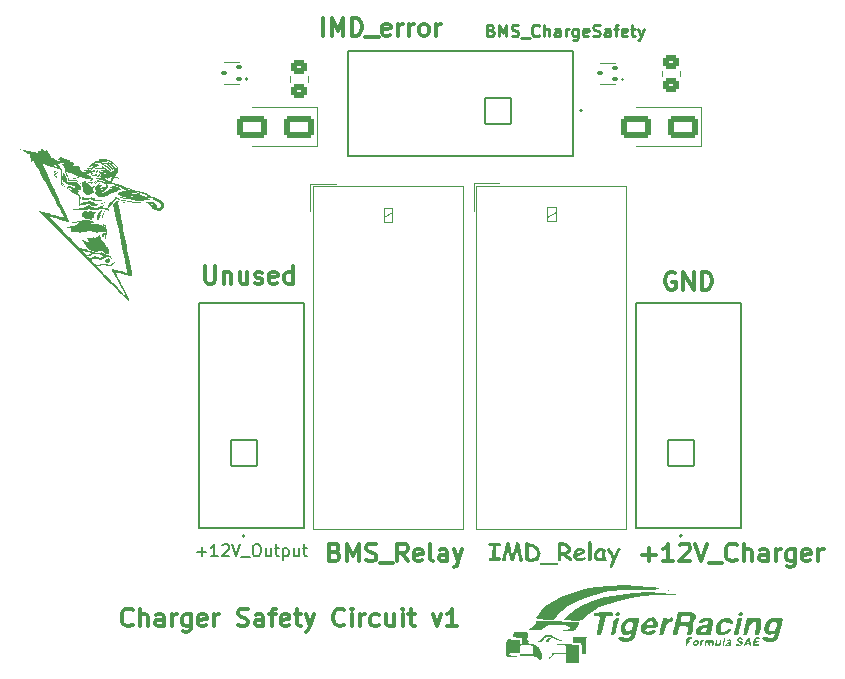
<source format=gto>
G04 #@! TF.GenerationSoftware,KiCad,Pcbnew,9.0.0*
G04 #@! TF.CreationDate,2025-04-19T00:24:36-05:00*
G04 #@! TF.ProjectId,Charging_PCB,43686172-6769-46e6-975f-5043422e6b69,rev?*
G04 #@! TF.SameCoordinates,Original*
G04 #@! TF.FileFunction,Legend,Top*
G04 #@! TF.FilePolarity,Positive*
%FSLAX46Y46*%
G04 Gerber Fmt 4.6, Leading zero omitted, Abs format (unit mm)*
G04 Created by KiCad (PCBNEW 9.0.0) date 2025-04-19 00:24:36*
%MOMM*%
%LPD*%
G01*
G04 APERTURE LIST*
G04 Aperture macros list*
%AMRoundRect*
0 Rectangle with rounded corners*
0 $1 Rounding radius*
0 $2 $3 $4 $5 $6 $7 $8 $9 X,Y pos of 4 corners*
0 Add a 4 corners polygon primitive as box body*
4,1,4,$2,$3,$4,$5,$6,$7,$8,$9,$2,$3,0*
0 Add four circle primitives for the rounded corners*
1,1,$1+$1,$2,$3*
1,1,$1+$1,$4,$5*
1,1,$1+$1,$6,$7*
1,1,$1+$1,$8,$9*
0 Add four rect primitives between the rounded corners*
20,1,$1+$1,$2,$3,$4,$5,0*
20,1,$1+$1,$4,$5,$6,$7,0*
20,1,$1+$1,$6,$7,$8,$9,0*
20,1,$1+$1,$8,$9,$2,$3,0*%
G04 Aperture macros list end*
%ADD10C,0.300000*%
%ADD11C,0.200000*%
%ADD12C,0.250000*%
%ADD13C,0.000000*%
%ADD14C,0.127000*%
%ADD15C,0.120000*%
%ADD16C,0.150000*%
%ADD17RoundRect,0.102000X1.105000X-1.105000X1.105000X1.105000X-1.105000X1.105000X-1.105000X-1.105000X0*%
%ADD18C,1.860000*%
%ADD19C,2.414000*%
%ADD20C,2.000000*%
%ADD21R,2.000000X2.000000*%
%ADD22RoundRect,0.250000X-0.450000X0.350000X-0.450000X-0.350000X0.450000X-0.350000X0.450000X0.350000X0*%
%ADD23C,3.200000*%
%ADD24RoundRect,0.100000X-0.155000X-0.100000X0.155000X-0.100000X0.155000X0.100000X-0.155000X0.100000X0*%
%ADD25RoundRect,0.250000X1.000000X0.650000X-1.000000X0.650000X-1.000000X-0.650000X1.000000X-0.650000X0*%
%ADD26RoundRect,0.102000X1.105000X1.105000X-1.105000X1.105000X-1.105000X-1.105000X1.105000X-1.105000X0*%
G04 APERTURE END LIST*
D10*
X166340225Y-98872257D02*
X166197368Y-98800828D01*
X166197368Y-98800828D02*
X165983082Y-98800828D01*
X165983082Y-98800828D02*
X165768796Y-98872257D01*
X165768796Y-98872257D02*
X165625939Y-99015114D01*
X165625939Y-99015114D02*
X165554510Y-99157971D01*
X165554510Y-99157971D02*
X165483082Y-99443685D01*
X165483082Y-99443685D02*
X165483082Y-99657971D01*
X165483082Y-99657971D02*
X165554510Y-99943685D01*
X165554510Y-99943685D02*
X165625939Y-100086542D01*
X165625939Y-100086542D02*
X165768796Y-100229400D01*
X165768796Y-100229400D02*
X165983082Y-100300828D01*
X165983082Y-100300828D02*
X166125939Y-100300828D01*
X166125939Y-100300828D02*
X166340225Y-100229400D01*
X166340225Y-100229400D02*
X166411653Y-100157971D01*
X166411653Y-100157971D02*
X166411653Y-99657971D01*
X166411653Y-99657971D02*
X166125939Y-99657971D01*
X167054510Y-100300828D02*
X167054510Y-98800828D01*
X167054510Y-98800828D02*
X167911653Y-100300828D01*
X167911653Y-100300828D02*
X167911653Y-98800828D01*
X168625939Y-100300828D02*
X168625939Y-98800828D01*
X168625939Y-98800828D02*
X168983082Y-98800828D01*
X168983082Y-98800828D02*
X169197368Y-98872257D01*
X169197368Y-98872257D02*
X169340225Y-99015114D01*
X169340225Y-99015114D02*
X169411654Y-99157971D01*
X169411654Y-99157971D02*
X169483082Y-99443685D01*
X169483082Y-99443685D02*
X169483082Y-99657971D01*
X169483082Y-99657971D02*
X169411654Y-99943685D01*
X169411654Y-99943685D02*
X169340225Y-100086542D01*
X169340225Y-100086542D02*
X169197368Y-100229400D01*
X169197368Y-100229400D02*
X168983082Y-100300828D01*
X168983082Y-100300828D02*
X168625939Y-100300828D01*
X126554510Y-98300828D02*
X126554510Y-99515114D01*
X126554510Y-99515114D02*
X126625939Y-99657971D01*
X126625939Y-99657971D02*
X126697368Y-99729400D01*
X126697368Y-99729400D02*
X126840225Y-99800828D01*
X126840225Y-99800828D02*
X127125939Y-99800828D01*
X127125939Y-99800828D02*
X127268796Y-99729400D01*
X127268796Y-99729400D02*
X127340225Y-99657971D01*
X127340225Y-99657971D02*
X127411653Y-99515114D01*
X127411653Y-99515114D02*
X127411653Y-98300828D01*
X128125939Y-98800828D02*
X128125939Y-99800828D01*
X128125939Y-98943685D02*
X128197368Y-98872257D01*
X128197368Y-98872257D02*
X128340225Y-98800828D01*
X128340225Y-98800828D02*
X128554511Y-98800828D01*
X128554511Y-98800828D02*
X128697368Y-98872257D01*
X128697368Y-98872257D02*
X128768797Y-99015114D01*
X128768797Y-99015114D02*
X128768797Y-99800828D01*
X130125940Y-98800828D02*
X130125940Y-99800828D01*
X129483082Y-98800828D02*
X129483082Y-99586542D01*
X129483082Y-99586542D02*
X129554511Y-99729400D01*
X129554511Y-99729400D02*
X129697368Y-99800828D01*
X129697368Y-99800828D02*
X129911654Y-99800828D01*
X129911654Y-99800828D02*
X130054511Y-99729400D01*
X130054511Y-99729400D02*
X130125940Y-99657971D01*
X130768797Y-99729400D02*
X130911654Y-99800828D01*
X130911654Y-99800828D02*
X131197368Y-99800828D01*
X131197368Y-99800828D02*
X131340225Y-99729400D01*
X131340225Y-99729400D02*
X131411654Y-99586542D01*
X131411654Y-99586542D02*
X131411654Y-99515114D01*
X131411654Y-99515114D02*
X131340225Y-99372257D01*
X131340225Y-99372257D02*
X131197368Y-99300828D01*
X131197368Y-99300828D02*
X130983083Y-99300828D01*
X130983083Y-99300828D02*
X130840225Y-99229400D01*
X130840225Y-99229400D02*
X130768797Y-99086542D01*
X130768797Y-99086542D02*
X130768797Y-99015114D01*
X130768797Y-99015114D02*
X130840225Y-98872257D01*
X130840225Y-98872257D02*
X130983083Y-98800828D01*
X130983083Y-98800828D02*
X131197368Y-98800828D01*
X131197368Y-98800828D02*
X131340225Y-98872257D01*
X132625940Y-99729400D02*
X132483083Y-99800828D01*
X132483083Y-99800828D02*
X132197369Y-99800828D01*
X132197369Y-99800828D02*
X132054511Y-99729400D01*
X132054511Y-99729400D02*
X131983083Y-99586542D01*
X131983083Y-99586542D02*
X131983083Y-99015114D01*
X131983083Y-99015114D02*
X132054511Y-98872257D01*
X132054511Y-98872257D02*
X132197369Y-98800828D01*
X132197369Y-98800828D02*
X132483083Y-98800828D01*
X132483083Y-98800828D02*
X132625940Y-98872257D01*
X132625940Y-98872257D02*
X132697369Y-99015114D01*
X132697369Y-99015114D02*
X132697369Y-99157971D01*
X132697369Y-99157971D02*
X131983083Y-99300828D01*
X133983083Y-99800828D02*
X133983083Y-98300828D01*
X133983083Y-99729400D02*
X133840225Y-99800828D01*
X133840225Y-99800828D02*
X133554511Y-99800828D01*
X133554511Y-99800828D02*
X133411654Y-99729400D01*
X133411654Y-99729400D02*
X133340225Y-99657971D01*
X133340225Y-99657971D02*
X133268797Y-99515114D01*
X133268797Y-99515114D02*
X133268797Y-99086542D01*
X133268797Y-99086542D02*
X133340225Y-98943685D01*
X133340225Y-98943685D02*
X133411654Y-98872257D01*
X133411654Y-98872257D02*
X133554511Y-98800828D01*
X133554511Y-98800828D02*
X133840225Y-98800828D01*
X133840225Y-98800828D02*
X133983083Y-98872257D01*
D11*
X125869673Y-122486266D02*
X126631578Y-122486266D01*
X126250625Y-122867219D02*
X126250625Y-122105314D01*
X127631577Y-122867219D02*
X127060149Y-122867219D01*
X127345863Y-122867219D02*
X127345863Y-121867219D01*
X127345863Y-121867219D02*
X127250625Y-122010076D01*
X127250625Y-122010076D02*
X127155387Y-122105314D01*
X127155387Y-122105314D02*
X127060149Y-122152933D01*
X128012530Y-121962457D02*
X128060149Y-121914838D01*
X128060149Y-121914838D02*
X128155387Y-121867219D01*
X128155387Y-121867219D02*
X128393482Y-121867219D01*
X128393482Y-121867219D02*
X128488720Y-121914838D01*
X128488720Y-121914838D02*
X128536339Y-121962457D01*
X128536339Y-121962457D02*
X128583958Y-122057695D01*
X128583958Y-122057695D02*
X128583958Y-122152933D01*
X128583958Y-122152933D02*
X128536339Y-122295790D01*
X128536339Y-122295790D02*
X127964911Y-122867219D01*
X127964911Y-122867219D02*
X128583958Y-122867219D01*
X128869673Y-121867219D02*
X129203006Y-122867219D01*
X129203006Y-122867219D02*
X129536339Y-121867219D01*
X129631578Y-122962457D02*
X130393482Y-122962457D01*
X130822054Y-121867219D02*
X131012530Y-121867219D01*
X131012530Y-121867219D02*
X131107768Y-121914838D01*
X131107768Y-121914838D02*
X131203006Y-122010076D01*
X131203006Y-122010076D02*
X131250625Y-122200552D01*
X131250625Y-122200552D02*
X131250625Y-122533885D01*
X131250625Y-122533885D02*
X131203006Y-122724361D01*
X131203006Y-122724361D02*
X131107768Y-122819600D01*
X131107768Y-122819600D02*
X131012530Y-122867219D01*
X131012530Y-122867219D02*
X130822054Y-122867219D01*
X130822054Y-122867219D02*
X130726816Y-122819600D01*
X130726816Y-122819600D02*
X130631578Y-122724361D01*
X130631578Y-122724361D02*
X130583959Y-122533885D01*
X130583959Y-122533885D02*
X130583959Y-122200552D01*
X130583959Y-122200552D02*
X130631578Y-122010076D01*
X130631578Y-122010076D02*
X130726816Y-121914838D01*
X130726816Y-121914838D02*
X130822054Y-121867219D01*
X132107768Y-122200552D02*
X132107768Y-122867219D01*
X131679197Y-122200552D02*
X131679197Y-122724361D01*
X131679197Y-122724361D02*
X131726816Y-122819600D01*
X131726816Y-122819600D02*
X131822054Y-122867219D01*
X131822054Y-122867219D02*
X131964911Y-122867219D01*
X131964911Y-122867219D02*
X132060149Y-122819600D01*
X132060149Y-122819600D02*
X132107768Y-122771980D01*
X132441102Y-122200552D02*
X132822054Y-122200552D01*
X132583959Y-121867219D02*
X132583959Y-122724361D01*
X132583959Y-122724361D02*
X132631578Y-122819600D01*
X132631578Y-122819600D02*
X132726816Y-122867219D01*
X132726816Y-122867219D02*
X132822054Y-122867219D01*
X133155388Y-122200552D02*
X133155388Y-123200552D01*
X133155388Y-122248171D02*
X133250626Y-122200552D01*
X133250626Y-122200552D02*
X133441102Y-122200552D01*
X133441102Y-122200552D02*
X133536340Y-122248171D01*
X133536340Y-122248171D02*
X133583959Y-122295790D01*
X133583959Y-122295790D02*
X133631578Y-122391028D01*
X133631578Y-122391028D02*
X133631578Y-122676742D01*
X133631578Y-122676742D02*
X133583959Y-122771980D01*
X133583959Y-122771980D02*
X133536340Y-122819600D01*
X133536340Y-122819600D02*
X133441102Y-122867219D01*
X133441102Y-122867219D02*
X133250626Y-122867219D01*
X133250626Y-122867219D02*
X133155388Y-122819600D01*
X134488721Y-122200552D02*
X134488721Y-122867219D01*
X134060150Y-122200552D02*
X134060150Y-122724361D01*
X134060150Y-122724361D02*
X134107769Y-122819600D01*
X134107769Y-122819600D02*
X134203007Y-122867219D01*
X134203007Y-122867219D02*
X134345864Y-122867219D01*
X134345864Y-122867219D02*
X134441102Y-122819600D01*
X134441102Y-122819600D02*
X134488721Y-122771980D01*
X134822055Y-122200552D02*
X135203007Y-122200552D01*
X134964912Y-121867219D02*
X134964912Y-122724361D01*
X134964912Y-122724361D02*
X135012531Y-122819600D01*
X135012531Y-122819600D02*
X135107769Y-122867219D01*
X135107769Y-122867219D02*
X135203007Y-122867219D01*
D10*
X136554510Y-78800828D02*
X136554510Y-77300828D01*
X137268796Y-78800828D02*
X137268796Y-77300828D01*
X137268796Y-77300828D02*
X137768796Y-78372257D01*
X137768796Y-78372257D02*
X138268796Y-77300828D01*
X138268796Y-77300828D02*
X138268796Y-78800828D01*
X138983082Y-78800828D02*
X138983082Y-77300828D01*
X138983082Y-77300828D02*
X139340225Y-77300828D01*
X139340225Y-77300828D02*
X139554511Y-77372257D01*
X139554511Y-77372257D02*
X139697368Y-77515114D01*
X139697368Y-77515114D02*
X139768797Y-77657971D01*
X139768797Y-77657971D02*
X139840225Y-77943685D01*
X139840225Y-77943685D02*
X139840225Y-78157971D01*
X139840225Y-78157971D02*
X139768797Y-78443685D01*
X139768797Y-78443685D02*
X139697368Y-78586542D01*
X139697368Y-78586542D02*
X139554511Y-78729400D01*
X139554511Y-78729400D02*
X139340225Y-78800828D01*
X139340225Y-78800828D02*
X138983082Y-78800828D01*
X140125940Y-78943685D02*
X141268797Y-78943685D01*
X142197368Y-78729400D02*
X142054511Y-78800828D01*
X142054511Y-78800828D02*
X141768797Y-78800828D01*
X141768797Y-78800828D02*
X141625939Y-78729400D01*
X141625939Y-78729400D02*
X141554511Y-78586542D01*
X141554511Y-78586542D02*
X141554511Y-78015114D01*
X141554511Y-78015114D02*
X141625939Y-77872257D01*
X141625939Y-77872257D02*
X141768797Y-77800828D01*
X141768797Y-77800828D02*
X142054511Y-77800828D01*
X142054511Y-77800828D02*
X142197368Y-77872257D01*
X142197368Y-77872257D02*
X142268797Y-78015114D01*
X142268797Y-78015114D02*
X142268797Y-78157971D01*
X142268797Y-78157971D02*
X141554511Y-78300828D01*
X142911653Y-78800828D02*
X142911653Y-77800828D01*
X142911653Y-78086542D02*
X142983082Y-77943685D01*
X142983082Y-77943685D02*
X143054511Y-77872257D01*
X143054511Y-77872257D02*
X143197368Y-77800828D01*
X143197368Y-77800828D02*
X143340225Y-77800828D01*
X143840224Y-78800828D02*
X143840224Y-77800828D01*
X143840224Y-78086542D02*
X143911653Y-77943685D01*
X143911653Y-77943685D02*
X143983082Y-77872257D01*
X143983082Y-77872257D02*
X144125939Y-77800828D01*
X144125939Y-77800828D02*
X144268796Y-77800828D01*
X144983081Y-78800828D02*
X144840224Y-78729400D01*
X144840224Y-78729400D02*
X144768795Y-78657971D01*
X144768795Y-78657971D02*
X144697367Y-78515114D01*
X144697367Y-78515114D02*
X144697367Y-78086542D01*
X144697367Y-78086542D02*
X144768795Y-77943685D01*
X144768795Y-77943685D02*
X144840224Y-77872257D01*
X144840224Y-77872257D02*
X144983081Y-77800828D01*
X144983081Y-77800828D02*
X145197367Y-77800828D01*
X145197367Y-77800828D02*
X145340224Y-77872257D01*
X145340224Y-77872257D02*
X145411653Y-77943685D01*
X145411653Y-77943685D02*
X145483081Y-78086542D01*
X145483081Y-78086542D02*
X145483081Y-78515114D01*
X145483081Y-78515114D02*
X145411653Y-78657971D01*
X145411653Y-78657971D02*
X145340224Y-78729400D01*
X145340224Y-78729400D02*
X145197367Y-78800828D01*
X145197367Y-78800828D02*
X144983081Y-78800828D01*
X146125938Y-78800828D02*
X146125938Y-77800828D01*
X146125938Y-78086542D02*
X146197367Y-77943685D01*
X146197367Y-77943685D02*
X146268796Y-77872257D01*
X146268796Y-77872257D02*
X146411653Y-77800828D01*
X146411653Y-77800828D02*
X146554510Y-77800828D01*
X120411653Y-128657971D02*
X120340225Y-128729400D01*
X120340225Y-128729400D02*
X120125939Y-128800828D01*
X120125939Y-128800828D02*
X119983082Y-128800828D01*
X119983082Y-128800828D02*
X119768796Y-128729400D01*
X119768796Y-128729400D02*
X119625939Y-128586542D01*
X119625939Y-128586542D02*
X119554510Y-128443685D01*
X119554510Y-128443685D02*
X119483082Y-128157971D01*
X119483082Y-128157971D02*
X119483082Y-127943685D01*
X119483082Y-127943685D02*
X119554510Y-127657971D01*
X119554510Y-127657971D02*
X119625939Y-127515114D01*
X119625939Y-127515114D02*
X119768796Y-127372257D01*
X119768796Y-127372257D02*
X119983082Y-127300828D01*
X119983082Y-127300828D02*
X120125939Y-127300828D01*
X120125939Y-127300828D02*
X120340225Y-127372257D01*
X120340225Y-127372257D02*
X120411653Y-127443685D01*
X121054510Y-128800828D02*
X121054510Y-127300828D01*
X121697368Y-128800828D02*
X121697368Y-128015114D01*
X121697368Y-128015114D02*
X121625939Y-127872257D01*
X121625939Y-127872257D02*
X121483082Y-127800828D01*
X121483082Y-127800828D02*
X121268796Y-127800828D01*
X121268796Y-127800828D02*
X121125939Y-127872257D01*
X121125939Y-127872257D02*
X121054510Y-127943685D01*
X123054511Y-128800828D02*
X123054511Y-128015114D01*
X123054511Y-128015114D02*
X122983082Y-127872257D01*
X122983082Y-127872257D02*
X122840225Y-127800828D01*
X122840225Y-127800828D02*
X122554511Y-127800828D01*
X122554511Y-127800828D02*
X122411653Y-127872257D01*
X123054511Y-128729400D02*
X122911653Y-128800828D01*
X122911653Y-128800828D02*
X122554511Y-128800828D01*
X122554511Y-128800828D02*
X122411653Y-128729400D01*
X122411653Y-128729400D02*
X122340225Y-128586542D01*
X122340225Y-128586542D02*
X122340225Y-128443685D01*
X122340225Y-128443685D02*
X122411653Y-128300828D01*
X122411653Y-128300828D02*
X122554511Y-128229400D01*
X122554511Y-128229400D02*
X122911653Y-128229400D01*
X122911653Y-128229400D02*
X123054511Y-128157971D01*
X123768796Y-128800828D02*
X123768796Y-127800828D01*
X123768796Y-128086542D02*
X123840225Y-127943685D01*
X123840225Y-127943685D02*
X123911654Y-127872257D01*
X123911654Y-127872257D02*
X124054511Y-127800828D01*
X124054511Y-127800828D02*
X124197368Y-127800828D01*
X125340225Y-127800828D02*
X125340225Y-129015114D01*
X125340225Y-129015114D02*
X125268796Y-129157971D01*
X125268796Y-129157971D02*
X125197367Y-129229400D01*
X125197367Y-129229400D02*
X125054510Y-129300828D01*
X125054510Y-129300828D02*
X124840225Y-129300828D01*
X124840225Y-129300828D02*
X124697367Y-129229400D01*
X125340225Y-128729400D02*
X125197367Y-128800828D01*
X125197367Y-128800828D02*
X124911653Y-128800828D01*
X124911653Y-128800828D02*
X124768796Y-128729400D01*
X124768796Y-128729400D02*
X124697367Y-128657971D01*
X124697367Y-128657971D02*
X124625939Y-128515114D01*
X124625939Y-128515114D02*
X124625939Y-128086542D01*
X124625939Y-128086542D02*
X124697367Y-127943685D01*
X124697367Y-127943685D02*
X124768796Y-127872257D01*
X124768796Y-127872257D02*
X124911653Y-127800828D01*
X124911653Y-127800828D02*
X125197367Y-127800828D01*
X125197367Y-127800828D02*
X125340225Y-127872257D01*
X126625939Y-128729400D02*
X126483082Y-128800828D01*
X126483082Y-128800828D02*
X126197368Y-128800828D01*
X126197368Y-128800828D02*
X126054510Y-128729400D01*
X126054510Y-128729400D02*
X125983082Y-128586542D01*
X125983082Y-128586542D02*
X125983082Y-128015114D01*
X125983082Y-128015114D02*
X126054510Y-127872257D01*
X126054510Y-127872257D02*
X126197368Y-127800828D01*
X126197368Y-127800828D02*
X126483082Y-127800828D01*
X126483082Y-127800828D02*
X126625939Y-127872257D01*
X126625939Y-127872257D02*
X126697368Y-128015114D01*
X126697368Y-128015114D02*
X126697368Y-128157971D01*
X126697368Y-128157971D02*
X125983082Y-128300828D01*
X127340224Y-128800828D02*
X127340224Y-127800828D01*
X127340224Y-128086542D02*
X127411653Y-127943685D01*
X127411653Y-127943685D02*
X127483082Y-127872257D01*
X127483082Y-127872257D02*
X127625939Y-127800828D01*
X127625939Y-127800828D02*
X127768796Y-127800828D01*
X129340224Y-128729400D02*
X129554510Y-128800828D01*
X129554510Y-128800828D02*
X129911652Y-128800828D01*
X129911652Y-128800828D02*
X130054510Y-128729400D01*
X130054510Y-128729400D02*
X130125938Y-128657971D01*
X130125938Y-128657971D02*
X130197367Y-128515114D01*
X130197367Y-128515114D02*
X130197367Y-128372257D01*
X130197367Y-128372257D02*
X130125938Y-128229400D01*
X130125938Y-128229400D02*
X130054510Y-128157971D01*
X130054510Y-128157971D02*
X129911652Y-128086542D01*
X129911652Y-128086542D02*
X129625938Y-128015114D01*
X129625938Y-128015114D02*
X129483081Y-127943685D01*
X129483081Y-127943685D02*
X129411652Y-127872257D01*
X129411652Y-127872257D02*
X129340224Y-127729400D01*
X129340224Y-127729400D02*
X129340224Y-127586542D01*
X129340224Y-127586542D02*
X129411652Y-127443685D01*
X129411652Y-127443685D02*
X129483081Y-127372257D01*
X129483081Y-127372257D02*
X129625938Y-127300828D01*
X129625938Y-127300828D02*
X129983081Y-127300828D01*
X129983081Y-127300828D02*
X130197367Y-127372257D01*
X131483081Y-128800828D02*
X131483081Y-128015114D01*
X131483081Y-128015114D02*
X131411652Y-127872257D01*
X131411652Y-127872257D02*
X131268795Y-127800828D01*
X131268795Y-127800828D02*
X130983081Y-127800828D01*
X130983081Y-127800828D02*
X130840223Y-127872257D01*
X131483081Y-128729400D02*
X131340223Y-128800828D01*
X131340223Y-128800828D02*
X130983081Y-128800828D01*
X130983081Y-128800828D02*
X130840223Y-128729400D01*
X130840223Y-128729400D02*
X130768795Y-128586542D01*
X130768795Y-128586542D02*
X130768795Y-128443685D01*
X130768795Y-128443685D02*
X130840223Y-128300828D01*
X130840223Y-128300828D02*
X130983081Y-128229400D01*
X130983081Y-128229400D02*
X131340223Y-128229400D01*
X131340223Y-128229400D02*
X131483081Y-128157971D01*
X131983081Y-127800828D02*
X132554509Y-127800828D01*
X132197366Y-128800828D02*
X132197366Y-127515114D01*
X132197366Y-127515114D02*
X132268795Y-127372257D01*
X132268795Y-127372257D02*
X132411652Y-127300828D01*
X132411652Y-127300828D02*
X132554509Y-127300828D01*
X133625938Y-128729400D02*
X133483081Y-128800828D01*
X133483081Y-128800828D02*
X133197367Y-128800828D01*
X133197367Y-128800828D02*
X133054509Y-128729400D01*
X133054509Y-128729400D02*
X132983081Y-128586542D01*
X132983081Y-128586542D02*
X132983081Y-128015114D01*
X132983081Y-128015114D02*
X133054509Y-127872257D01*
X133054509Y-127872257D02*
X133197367Y-127800828D01*
X133197367Y-127800828D02*
X133483081Y-127800828D01*
X133483081Y-127800828D02*
X133625938Y-127872257D01*
X133625938Y-127872257D02*
X133697367Y-128015114D01*
X133697367Y-128015114D02*
X133697367Y-128157971D01*
X133697367Y-128157971D02*
X132983081Y-128300828D01*
X134125938Y-127800828D02*
X134697366Y-127800828D01*
X134340223Y-127300828D02*
X134340223Y-128586542D01*
X134340223Y-128586542D02*
X134411652Y-128729400D01*
X134411652Y-128729400D02*
X134554509Y-128800828D01*
X134554509Y-128800828D02*
X134697366Y-128800828D01*
X135054509Y-127800828D02*
X135411652Y-128800828D01*
X135768795Y-127800828D02*
X135411652Y-128800828D01*
X135411652Y-128800828D02*
X135268795Y-129157971D01*
X135268795Y-129157971D02*
X135197366Y-129229400D01*
X135197366Y-129229400D02*
X135054509Y-129300828D01*
X138340223Y-128657971D02*
X138268795Y-128729400D01*
X138268795Y-128729400D02*
X138054509Y-128800828D01*
X138054509Y-128800828D02*
X137911652Y-128800828D01*
X137911652Y-128800828D02*
X137697366Y-128729400D01*
X137697366Y-128729400D02*
X137554509Y-128586542D01*
X137554509Y-128586542D02*
X137483080Y-128443685D01*
X137483080Y-128443685D02*
X137411652Y-128157971D01*
X137411652Y-128157971D02*
X137411652Y-127943685D01*
X137411652Y-127943685D02*
X137483080Y-127657971D01*
X137483080Y-127657971D02*
X137554509Y-127515114D01*
X137554509Y-127515114D02*
X137697366Y-127372257D01*
X137697366Y-127372257D02*
X137911652Y-127300828D01*
X137911652Y-127300828D02*
X138054509Y-127300828D01*
X138054509Y-127300828D02*
X138268795Y-127372257D01*
X138268795Y-127372257D02*
X138340223Y-127443685D01*
X138983080Y-128800828D02*
X138983080Y-127800828D01*
X138983080Y-127300828D02*
X138911652Y-127372257D01*
X138911652Y-127372257D02*
X138983080Y-127443685D01*
X138983080Y-127443685D02*
X139054509Y-127372257D01*
X139054509Y-127372257D02*
X138983080Y-127300828D01*
X138983080Y-127300828D02*
X138983080Y-127443685D01*
X139697366Y-128800828D02*
X139697366Y-127800828D01*
X139697366Y-128086542D02*
X139768795Y-127943685D01*
X139768795Y-127943685D02*
X139840224Y-127872257D01*
X139840224Y-127872257D02*
X139983081Y-127800828D01*
X139983081Y-127800828D02*
X140125938Y-127800828D01*
X141268795Y-128729400D02*
X141125937Y-128800828D01*
X141125937Y-128800828D02*
X140840223Y-128800828D01*
X140840223Y-128800828D02*
X140697366Y-128729400D01*
X140697366Y-128729400D02*
X140625937Y-128657971D01*
X140625937Y-128657971D02*
X140554509Y-128515114D01*
X140554509Y-128515114D02*
X140554509Y-128086542D01*
X140554509Y-128086542D02*
X140625937Y-127943685D01*
X140625937Y-127943685D02*
X140697366Y-127872257D01*
X140697366Y-127872257D02*
X140840223Y-127800828D01*
X140840223Y-127800828D02*
X141125937Y-127800828D01*
X141125937Y-127800828D02*
X141268795Y-127872257D01*
X142554509Y-127800828D02*
X142554509Y-128800828D01*
X141911651Y-127800828D02*
X141911651Y-128586542D01*
X141911651Y-128586542D02*
X141983080Y-128729400D01*
X141983080Y-128729400D02*
X142125937Y-128800828D01*
X142125937Y-128800828D02*
X142340223Y-128800828D01*
X142340223Y-128800828D02*
X142483080Y-128729400D01*
X142483080Y-128729400D02*
X142554509Y-128657971D01*
X143268794Y-128800828D02*
X143268794Y-127800828D01*
X143268794Y-127300828D02*
X143197366Y-127372257D01*
X143197366Y-127372257D02*
X143268794Y-127443685D01*
X143268794Y-127443685D02*
X143340223Y-127372257D01*
X143340223Y-127372257D02*
X143268794Y-127300828D01*
X143268794Y-127300828D02*
X143268794Y-127443685D01*
X143768795Y-127800828D02*
X144340223Y-127800828D01*
X143983080Y-127300828D02*
X143983080Y-128586542D01*
X143983080Y-128586542D02*
X144054509Y-128729400D01*
X144054509Y-128729400D02*
X144197366Y-128800828D01*
X144197366Y-128800828D02*
X144340223Y-128800828D01*
X145840223Y-127800828D02*
X146197366Y-128800828D01*
X146197366Y-128800828D02*
X146554509Y-127800828D01*
X147911652Y-128800828D02*
X147054509Y-128800828D01*
X147483080Y-128800828D02*
X147483080Y-127300828D01*
X147483080Y-127300828D02*
X147340223Y-127515114D01*
X147340223Y-127515114D02*
X147197366Y-127657971D01*
X147197366Y-127657971D02*
X147054509Y-127729400D01*
X137554510Y-122515114D02*
X137768796Y-122586542D01*
X137768796Y-122586542D02*
X137840225Y-122657971D01*
X137840225Y-122657971D02*
X137911653Y-122800828D01*
X137911653Y-122800828D02*
X137911653Y-123015114D01*
X137911653Y-123015114D02*
X137840225Y-123157971D01*
X137840225Y-123157971D02*
X137768796Y-123229400D01*
X137768796Y-123229400D02*
X137625939Y-123300828D01*
X137625939Y-123300828D02*
X137054510Y-123300828D01*
X137054510Y-123300828D02*
X137054510Y-121800828D01*
X137054510Y-121800828D02*
X137554510Y-121800828D01*
X137554510Y-121800828D02*
X137697368Y-121872257D01*
X137697368Y-121872257D02*
X137768796Y-121943685D01*
X137768796Y-121943685D02*
X137840225Y-122086542D01*
X137840225Y-122086542D02*
X137840225Y-122229400D01*
X137840225Y-122229400D02*
X137768796Y-122372257D01*
X137768796Y-122372257D02*
X137697368Y-122443685D01*
X137697368Y-122443685D02*
X137554510Y-122515114D01*
X137554510Y-122515114D02*
X137054510Y-122515114D01*
X138554510Y-123300828D02*
X138554510Y-121800828D01*
X138554510Y-121800828D02*
X139054510Y-122872257D01*
X139054510Y-122872257D02*
X139554510Y-121800828D01*
X139554510Y-121800828D02*
X139554510Y-123300828D01*
X140197368Y-123229400D02*
X140411654Y-123300828D01*
X140411654Y-123300828D02*
X140768796Y-123300828D01*
X140768796Y-123300828D02*
X140911654Y-123229400D01*
X140911654Y-123229400D02*
X140983082Y-123157971D01*
X140983082Y-123157971D02*
X141054511Y-123015114D01*
X141054511Y-123015114D02*
X141054511Y-122872257D01*
X141054511Y-122872257D02*
X140983082Y-122729400D01*
X140983082Y-122729400D02*
X140911654Y-122657971D01*
X140911654Y-122657971D02*
X140768796Y-122586542D01*
X140768796Y-122586542D02*
X140483082Y-122515114D01*
X140483082Y-122515114D02*
X140340225Y-122443685D01*
X140340225Y-122443685D02*
X140268796Y-122372257D01*
X140268796Y-122372257D02*
X140197368Y-122229400D01*
X140197368Y-122229400D02*
X140197368Y-122086542D01*
X140197368Y-122086542D02*
X140268796Y-121943685D01*
X140268796Y-121943685D02*
X140340225Y-121872257D01*
X140340225Y-121872257D02*
X140483082Y-121800828D01*
X140483082Y-121800828D02*
X140840225Y-121800828D01*
X140840225Y-121800828D02*
X141054511Y-121872257D01*
X141340225Y-123443685D02*
X142483082Y-123443685D01*
X143697367Y-123300828D02*
X143197367Y-122586542D01*
X142840224Y-123300828D02*
X142840224Y-121800828D01*
X142840224Y-121800828D02*
X143411653Y-121800828D01*
X143411653Y-121800828D02*
X143554510Y-121872257D01*
X143554510Y-121872257D02*
X143625939Y-121943685D01*
X143625939Y-121943685D02*
X143697367Y-122086542D01*
X143697367Y-122086542D02*
X143697367Y-122300828D01*
X143697367Y-122300828D02*
X143625939Y-122443685D01*
X143625939Y-122443685D02*
X143554510Y-122515114D01*
X143554510Y-122515114D02*
X143411653Y-122586542D01*
X143411653Y-122586542D02*
X142840224Y-122586542D01*
X144911653Y-123229400D02*
X144768796Y-123300828D01*
X144768796Y-123300828D02*
X144483082Y-123300828D01*
X144483082Y-123300828D02*
X144340224Y-123229400D01*
X144340224Y-123229400D02*
X144268796Y-123086542D01*
X144268796Y-123086542D02*
X144268796Y-122515114D01*
X144268796Y-122515114D02*
X144340224Y-122372257D01*
X144340224Y-122372257D02*
X144483082Y-122300828D01*
X144483082Y-122300828D02*
X144768796Y-122300828D01*
X144768796Y-122300828D02*
X144911653Y-122372257D01*
X144911653Y-122372257D02*
X144983082Y-122515114D01*
X144983082Y-122515114D02*
X144983082Y-122657971D01*
X144983082Y-122657971D02*
X144268796Y-122800828D01*
X145840224Y-123300828D02*
X145697367Y-123229400D01*
X145697367Y-123229400D02*
X145625938Y-123086542D01*
X145625938Y-123086542D02*
X145625938Y-121800828D01*
X147054510Y-123300828D02*
X147054510Y-122515114D01*
X147054510Y-122515114D02*
X146983081Y-122372257D01*
X146983081Y-122372257D02*
X146840224Y-122300828D01*
X146840224Y-122300828D02*
X146554510Y-122300828D01*
X146554510Y-122300828D02*
X146411652Y-122372257D01*
X147054510Y-123229400D02*
X146911652Y-123300828D01*
X146911652Y-123300828D02*
X146554510Y-123300828D01*
X146554510Y-123300828D02*
X146411652Y-123229400D01*
X146411652Y-123229400D02*
X146340224Y-123086542D01*
X146340224Y-123086542D02*
X146340224Y-122943685D01*
X146340224Y-122943685D02*
X146411652Y-122800828D01*
X146411652Y-122800828D02*
X146554510Y-122729400D01*
X146554510Y-122729400D02*
X146911652Y-122729400D01*
X146911652Y-122729400D02*
X147054510Y-122657971D01*
X147625938Y-122300828D02*
X147983081Y-123300828D01*
X148340224Y-122300828D02*
X147983081Y-123300828D01*
X147983081Y-123300828D02*
X147840224Y-123657971D01*
X147840224Y-123657971D02*
X147768795Y-123729400D01*
X147768795Y-123729400D02*
X147625938Y-123800828D01*
D12*
X150735901Y-78340809D02*
X150878758Y-78388428D01*
X150878758Y-78388428D02*
X150926377Y-78436047D01*
X150926377Y-78436047D02*
X150973996Y-78531285D01*
X150973996Y-78531285D02*
X150973996Y-78674142D01*
X150973996Y-78674142D02*
X150926377Y-78769380D01*
X150926377Y-78769380D02*
X150878758Y-78817000D01*
X150878758Y-78817000D02*
X150783520Y-78864619D01*
X150783520Y-78864619D02*
X150402568Y-78864619D01*
X150402568Y-78864619D02*
X150402568Y-77864619D01*
X150402568Y-77864619D02*
X150735901Y-77864619D01*
X150735901Y-77864619D02*
X150831139Y-77912238D01*
X150831139Y-77912238D02*
X150878758Y-77959857D01*
X150878758Y-77959857D02*
X150926377Y-78055095D01*
X150926377Y-78055095D02*
X150926377Y-78150333D01*
X150926377Y-78150333D02*
X150878758Y-78245571D01*
X150878758Y-78245571D02*
X150831139Y-78293190D01*
X150831139Y-78293190D02*
X150735901Y-78340809D01*
X150735901Y-78340809D02*
X150402568Y-78340809D01*
X151402568Y-78864619D02*
X151402568Y-77864619D01*
X151402568Y-77864619D02*
X151735901Y-78578904D01*
X151735901Y-78578904D02*
X152069234Y-77864619D01*
X152069234Y-77864619D02*
X152069234Y-78864619D01*
X152497806Y-78817000D02*
X152640663Y-78864619D01*
X152640663Y-78864619D02*
X152878758Y-78864619D01*
X152878758Y-78864619D02*
X152973996Y-78817000D01*
X152973996Y-78817000D02*
X153021615Y-78769380D01*
X153021615Y-78769380D02*
X153069234Y-78674142D01*
X153069234Y-78674142D02*
X153069234Y-78578904D01*
X153069234Y-78578904D02*
X153021615Y-78483666D01*
X153021615Y-78483666D02*
X152973996Y-78436047D01*
X152973996Y-78436047D02*
X152878758Y-78388428D01*
X152878758Y-78388428D02*
X152688282Y-78340809D01*
X152688282Y-78340809D02*
X152593044Y-78293190D01*
X152593044Y-78293190D02*
X152545425Y-78245571D01*
X152545425Y-78245571D02*
X152497806Y-78150333D01*
X152497806Y-78150333D02*
X152497806Y-78055095D01*
X152497806Y-78055095D02*
X152545425Y-77959857D01*
X152545425Y-77959857D02*
X152593044Y-77912238D01*
X152593044Y-77912238D02*
X152688282Y-77864619D01*
X152688282Y-77864619D02*
X152926377Y-77864619D01*
X152926377Y-77864619D02*
X153069234Y-77912238D01*
X153259711Y-78959857D02*
X154021615Y-78959857D01*
X154831139Y-78769380D02*
X154783520Y-78817000D01*
X154783520Y-78817000D02*
X154640663Y-78864619D01*
X154640663Y-78864619D02*
X154545425Y-78864619D01*
X154545425Y-78864619D02*
X154402568Y-78817000D01*
X154402568Y-78817000D02*
X154307330Y-78721761D01*
X154307330Y-78721761D02*
X154259711Y-78626523D01*
X154259711Y-78626523D02*
X154212092Y-78436047D01*
X154212092Y-78436047D02*
X154212092Y-78293190D01*
X154212092Y-78293190D02*
X154259711Y-78102714D01*
X154259711Y-78102714D02*
X154307330Y-78007476D01*
X154307330Y-78007476D02*
X154402568Y-77912238D01*
X154402568Y-77912238D02*
X154545425Y-77864619D01*
X154545425Y-77864619D02*
X154640663Y-77864619D01*
X154640663Y-77864619D02*
X154783520Y-77912238D01*
X154783520Y-77912238D02*
X154831139Y-77959857D01*
X155259711Y-78864619D02*
X155259711Y-77864619D01*
X155688282Y-78864619D02*
X155688282Y-78340809D01*
X155688282Y-78340809D02*
X155640663Y-78245571D01*
X155640663Y-78245571D02*
X155545425Y-78197952D01*
X155545425Y-78197952D02*
X155402568Y-78197952D01*
X155402568Y-78197952D02*
X155307330Y-78245571D01*
X155307330Y-78245571D02*
X155259711Y-78293190D01*
X156593044Y-78864619D02*
X156593044Y-78340809D01*
X156593044Y-78340809D02*
X156545425Y-78245571D01*
X156545425Y-78245571D02*
X156450187Y-78197952D01*
X156450187Y-78197952D02*
X156259711Y-78197952D01*
X156259711Y-78197952D02*
X156164473Y-78245571D01*
X156593044Y-78817000D02*
X156497806Y-78864619D01*
X156497806Y-78864619D02*
X156259711Y-78864619D01*
X156259711Y-78864619D02*
X156164473Y-78817000D01*
X156164473Y-78817000D02*
X156116854Y-78721761D01*
X156116854Y-78721761D02*
X156116854Y-78626523D01*
X156116854Y-78626523D02*
X156164473Y-78531285D01*
X156164473Y-78531285D02*
X156259711Y-78483666D01*
X156259711Y-78483666D02*
X156497806Y-78483666D01*
X156497806Y-78483666D02*
X156593044Y-78436047D01*
X157069235Y-78864619D02*
X157069235Y-78197952D01*
X157069235Y-78388428D02*
X157116854Y-78293190D01*
X157116854Y-78293190D02*
X157164473Y-78245571D01*
X157164473Y-78245571D02*
X157259711Y-78197952D01*
X157259711Y-78197952D02*
X157354949Y-78197952D01*
X158116854Y-78197952D02*
X158116854Y-79007476D01*
X158116854Y-79007476D02*
X158069235Y-79102714D01*
X158069235Y-79102714D02*
X158021616Y-79150333D01*
X158021616Y-79150333D02*
X157926378Y-79197952D01*
X157926378Y-79197952D02*
X157783521Y-79197952D01*
X157783521Y-79197952D02*
X157688283Y-79150333D01*
X158116854Y-78817000D02*
X158021616Y-78864619D01*
X158021616Y-78864619D02*
X157831140Y-78864619D01*
X157831140Y-78864619D02*
X157735902Y-78817000D01*
X157735902Y-78817000D02*
X157688283Y-78769380D01*
X157688283Y-78769380D02*
X157640664Y-78674142D01*
X157640664Y-78674142D02*
X157640664Y-78388428D01*
X157640664Y-78388428D02*
X157688283Y-78293190D01*
X157688283Y-78293190D02*
X157735902Y-78245571D01*
X157735902Y-78245571D02*
X157831140Y-78197952D01*
X157831140Y-78197952D02*
X158021616Y-78197952D01*
X158021616Y-78197952D02*
X158116854Y-78245571D01*
X158973997Y-78817000D02*
X158878759Y-78864619D01*
X158878759Y-78864619D02*
X158688283Y-78864619D01*
X158688283Y-78864619D02*
X158593045Y-78817000D01*
X158593045Y-78817000D02*
X158545426Y-78721761D01*
X158545426Y-78721761D02*
X158545426Y-78340809D01*
X158545426Y-78340809D02*
X158593045Y-78245571D01*
X158593045Y-78245571D02*
X158688283Y-78197952D01*
X158688283Y-78197952D02*
X158878759Y-78197952D01*
X158878759Y-78197952D02*
X158973997Y-78245571D01*
X158973997Y-78245571D02*
X159021616Y-78340809D01*
X159021616Y-78340809D02*
X159021616Y-78436047D01*
X159021616Y-78436047D02*
X158545426Y-78531285D01*
X159402569Y-78817000D02*
X159545426Y-78864619D01*
X159545426Y-78864619D02*
X159783521Y-78864619D01*
X159783521Y-78864619D02*
X159878759Y-78817000D01*
X159878759Y-78817000D02*
X159926378Y-78769380D01*
X159926378Y-78769380D02*
X159973997Y-78674142D01*
X159973997Y-78674142D02*
X159973997Y-78578904D01*
X159973997Y-78578904D02*
X159926378Y-78483666D01*
X159926378Y-78483666D02*
X159878759Y-78436047D01*
X159878759Y-78436047D02*
X159783521Y-78388428D01*
X159783521Y-78388428D02*
X159593045Y-78340809D01*
X159593045Y-78340809D02*
X159497807Y-78293190D01*
X159497807Y-78293190D02*
X159450188Y-78245571D01*
X159450188Y-78245571D02*
X159402569Y-78150333D01*
X159402569Y-78150333D02*
X159402569Y-78055095D01*
X159402569Y-78055095D02*
X159450188Y-77959857D01*
X159450188Y-77959857D02*
X159497807Y-77912238D01*
X159497807Y-77912238D02*
X159593045Y-77864619D01*
X159593045Y-77864619D02*
X159831140Y-77864619D01*
X159831140Y-77864619D02*
X159973997Y-77912238D01*
X160831140Y-78864619D02*
X160831140Y-78340809D01*
X160831140Y-78340809D02*
X160783521Y-78245571D01*
X160783521Y-78245571D02*
X160688283Y-78197952D01*
X160688283Y-78197952D02*
X160497807Y-78197952D01*
X160497807Y-78197952D02*
X160402569Y-78245571D01*
X160831140Y-78817000D02*
X160735902Y-78864619D01*
X160735902Y-78864619D02*
X160497807Y-78864619D01*
X160497807Y-78864619D02*
X160402569Y-78817000D01*
X160402569Y-78817000D02*
X160354950Y-78721761D01*
X160354950Y-78721761D02*
X160354950Y-78626523D01*
X160354950Y-78626523D02*
X160402569Y-78531285D01*
X160402569Y-78531285D02*
X160497807Y-78483666D01*
X160497807Y-78483666D02*
X160735902Y-78483666D01*
X160735902Y-78483666D02*
X160831140Y-78436047D01*
X161164474Y-78197952D02*
X161545426Y-78197952D01*
X161307331Y-78864619D02*
X161307331Y-78007476D01*
X161307331Y-78007476D02*
X161354950Y-77912238D01*
X161354950Y-77912238D02*
X161450188Y-77864619D01*
X161450188Y-77864619D02*
X161545426Y-77864619D01*
X162259712Y-78817000D02*
X162164474Y-78864619D01*
X162164474Y-78864619D02*
X161973998Y-78864619D01*
X161973998Y-78864619D02*
X161878760Y-78817000D01*
X161878760Y-78817000D02*
X161831141Y-78721761D01*
X161831141Y-78721761D02*
X161831141Y-78340809D01*
X161831141Y-78340809D02*
X161878760Y-78245571D01*
X161878760Y-78245571D02*
X161973998Y-78197952D01*
X161973998Y-78197952D02*
X162164474Y-78197952D01*
X162164474Y-78197952D02*
X162259712Y-78245571D01*
X162259712Y-78245571D02*
X162307331Y-78340809D01*
X162307331Y-78340809D02*
X162307331Y-78436047D01*
X162307331Y-78436047D02*
X161831141Y-78531285D01*
X162593046Y-78197952D02*
X162973998Y-78197952D01*
X162735903Y-77864619D02*
X162735903Y-78721761D01*
X162735903Y-78721761D02*
X162783522Y-78817000D01*
X162783522Y-78817000D02*
X162878760Y-78864619D01*
X162878760Y-78864619D02*
X162973998Y-78864619D01*
X163212094Y-78197952D02*
X163450189Y-78864619D01*
X163688284Y-78197952D02*
X163450189Y-78864619D01*
X163450189Y-78864619D02*
X163354951Y-79102714D01*
X163354951Y-79102714D02*
X163307332Y-79150333D01*
X163307332Y-79150333D02*
X163212094Y-79197952D01*
D10*
G36*
X151480573Y-122031601D02*
G01*
X151188581Y-122008154D01*
X151178251Y-122211215D01*
X151174201Y-122506226D01*
X151173194Y-122963632D01*
X151450898Y-122960518D01*
X151507527Y-122970967D01*
X151552839Y-123001642D01*
X151583206Y-123046899D01*
X151593322Y-123100377D01*
X151583195Y-123153698D01*
X151552839Y-123198563D01*
X151507571Y-123228810D01*
X151450898Y-123239138D01*
X151278798Y-123241702D01*
X151106607Y-123244267D01*
X151030680Y-123248017D01*
X150903733Y-123262219D01*
X150776786Y-123276420D01*
X150700859Y-123280170D01*
X150644223Y-123269742D01*
X150598918Y-123239138D01*
X150568575Y-123193893D01*
X150558435Y-123140036D01*
X150568564Y-123086022D01*
X150598918Y-123040385D01*
X150644267Y-123009353D01*
X150700859Y-122998803D01*
X150884224Y-122987079D01*
X150882209Y-122525918D01*
X150887465Y-122251535D01*
X150902725Y-121996430D01*
X150680342Y-122002292D01*
X150623460Y-121992100D01*
X150577394Y-121962175D01*
X150546365Y-121917303D01*
X150535903Y-121862249D01*
X150546359Y-121806651D01*
X150576844Y-121763422D01*
X150618679Y-121736087D01*
X150670084Y-121723306D01*
X150776949Y-121717595D01*
X150983692Y-121715062D01*
X151198478Y-121724162D01*
X151501090Y-121756095D01*
X151558275Y-121772354D01*
X151595905Y-121800273D01*
X151618762Y-121840324D01*
X151627119Y-121896871D01*
X151621283Y-121937835D01*
X151604450Y-121971612D01*
X151575920Y-122000002D01*
X151531144Y-122023675D01*
X151480573Y-122031601D01*
G37*
G36*
X152189488Y-122434419D02*
G01*
X152060437Y-122937620D01*
X152022518Y-123169162D01*
X151994229Y-123238205D01*
X151959336Y-123281986D01*
X151917981Y-123306865D01*
X151867821Y-123315341D01*
X151822921Y-123309683D01*
X151786328Y-123293592D01*
X151756079Y-123266981D01*
X151730082Y-123222306D01*
X151721275Y-123169345D01*
X151728058Y-123059187D01*
X151750464Y-122925205D01*
X151791983Y-122763230D01*
X151905739Y-122365359D01*
X151966189Y-122048729D01*
X152002891Y-121902162D01*
X152036330Y-121810689D01*
X152066024Y-121758293D01*
X152106131Y-121717174D01*
X152150761Y-121693670D01*
X152201853Y-121685753D01*
X152258138Y-121696078D01*
X152302954Y-121726325D01*
X152339148Y-121780184D01*
X152376004Y-121893538D01*
X152427259Y-122145815D01*
X152481843Y-122417653D01*
X152561440Y-122722930D01*
X152672081Y-122410631D01*
X152778694Y-122055689D01*
X152836121Y-121820392D01*
X152870732Y-121751534D01*
X152910321Y-121707493D01*
X152955100Y-121682469D01*
X153007213Y-121674030D01*
X153055788Y-121683136D01*
X153098691Y-121710884D01*
X153137932Y-121761717D01*
X153173176Y-121844297D01*
X153193681Y-121928239D01*
X153221353Y-122100844D01*
X153266888Y-122392337D01*
X153317088Y-122640370D01*
X153370922Y-122849692D01*
X153450091Y-123136043D01*
X153462146Y-123194441D01*
X153456800Y-123232611D01*
X153441050Y-123266024D01*
X153413969Y-123296016D01*
X153365875Y-123323777D01*
X153312578Y-123332927D01*
X153263407Y-123324127D01*
X153220330Y-123297551D01*
X153181319Y-123249493D01*
X153146523Y-123172368D01*
X153089187Y-122923332D01*
X153041873Y-122717174D01*
X152982575Y-122391279D01*
X152829893Y-122823589D01*
X152768435Y-123012541D01*
X152727912Y-123118744D01*
X152689576Y-123196365D01*
X152647067Y-123250827D01*
X152597400Y-123281518D01*
X152537901Y-123291894D01*
X152493932Y-123285223D01*
X152455585Y-123265460D01*
X152421188Y-123230997D01*
X152390348Y-123177863D01*
X152332920Y-122986896D01*
X152257842Y-122720089D01*
X152189488Y-122434419D01*
G37*
G36*
X153872911Y-121661192D02*
G01*
X153998229Y-121714055D01*
X154186815Y-121799051D01*
X154333656Y-121855293D01*
X154467234Y-121924161D01*
X154588754Y-122005606D01*
X154699175Y-122099928D01*
X154794288Y-122204066D01*
X154864866Y-122308741D01*
X154913700Y-122414808D01*
X154942586Y-122523484D01*
X154952241Y-122636285D01*
X154942603Y-122752198D01*
X154913782Y-122863971D01*
X154865138Y-122973066D01*
X154799478Y-123074948D01*
X154720200Y-123161511D01*
X154626360Y-123234100D01*
X154540481Y-123279242D01*
X154434791Y-123313880D01*
X154305419Y-123336472D01*
X154147889Y-123344651D01*
X154070690Y-123339671D01*
X153975697Y-123323127D01*
X153865380Y-123290537D01*
X153790225Y-123253517D01*
X153734312Y-123242534D01*
X153688743Y-123212118D01*
X153658026Y-123167395D01*
X153647801Y-123114299D01*
X153650851Y-123017854D01*
X153939794Y-123017854D01*
X153982025Y-123040017D01*
X154031476Y-123056322D01*
X154084881Y-123065793D01*
X154146789Y-123069145D01*
X154294759Y-123060551D01*
X154396705Y-123038566D01*
X154464427Y-123007595D01*
X154520763Y-122964250D01*
X154568935Y-122911577D01*
X154609416Y-122848593D01*
X154639576Y-122779951D01*
X154657355Y-122710479D01*
X154663271Y-122639308D01*
X154652493Y-122544924D01*
X154620126Y-122455449D01*
X154564439Y-122368778D01*
X154481620Y-122283546D01*
X154366058Y-122199213D01*
X154237031Y-122131428D01*
X153939794Y-122002292D01*
X153939794Y-123017854D01*
X153650851Y-123017854D01*
X153657510Y-122807286D01*
X153667219Y-122500181D01*
X153662639Y-122159279D01*
X153658060Y-121818469D01*
X153663495Y-121782885D01*
X153680714Y-121745940D01*
X153712373Y-121706361D01*
X153751165Y-121674214D01*
X153789350Y-121656352D01*
X153828144Y-121650582D01*
X153872911Y-121661192D01*
G37*
G36*
X154939693Y-123596709D02*
G01*
X154939693Y-123403269D01*
X156413210Y-123403269D01*
X156413210Y-123596709D01*
X154939693Y-123596709D01*
G37*
G36*
X156872540Y-121687677D02*
G01*
X156967128Y-121703959D01*
X157047826Y-121727210D01*
X157116447Y-121756645D01*
X157264903Y-121843154D01*
X157376243Y-121930998D01*
X157456759Y-122020086D01*
X157511359Y-122111064D01*
X157543304Y-122205323D01*
X157553977Y-122304909D01*
X157543768Y-122391349D01*
X157513560Y-122470016D01*
X157462203Y-122543137D01*
X157395672Y-122604758D01*
X157305624Y-122663032D01*
X157187063Y-122717435D01*
X157363910Y-122826166D01*
X157497808Y-122928836D01*
X157596017Y-123025914D01*
X157623065Y-123069533D01*
X157631830Y-123116772D01*
X157621186Y-123169784D01*
X157588782Y-123215416D01*
X157541611Y-123246406D01*
X157486291Y-123256723D01*
X157434131Y-123246340D01*
X157384900Y-123213767D01*
X157222601Y-123077382D01*
X157055282Y-122965839D01*
X156882223Y-122877488D01*
X156702455Y-122811224D01*
X156713721Y-123141227D01*
X156703432Y-123195088D01*
X156672688Y-123239870D01*
X156627050Y-123269916D01*
X156570198Y-123280170D01*
X156513423Y-123269882D01*
X156467707Y-123239687D01*
X156437042Y-123194722D01*
X156426766Y-123140586D01*
X156428781Y-122910234D01*
X156430887Y-122679883D01*
X156431309Y-122506409D01*
X156709599Y-122506409D01*
X156754662Y-122507508D01*
X156922679Y-122498825D01*
X157042975Y-122476281D01*
X157126613Y-122444127D01*
X157176380Y-122413029D01*
X157222418Y-122372595D01*
X157257872Y-122328892D01*
X157266015Y-122305092D01*
X157258243Y-122251819D01*
X157233913Y-122197756D01*
X157189754Y-122141189D01*
X157120477Y-122080969D01*
X157024661Y-122021734D01*
X156928111Y-121983211D01*
X156829492Y-121963732D01*
X156709599Y-121955397D01*
X156709599Y-122506409D01*
X156431309Y-122506409D01*
X156432903Y-121851808D01*
X156442856Y-121788289D01*
X156472836Y-121730724D01*
X156512094Y-121692826D01*
X156559237Y-121672200D01*
X156617367Y-121668168D01*
X156872540Y-121687677D01*
G37*
G36*
X158387590Y-122179334D02*
G01*
X158485185Y-122198918D01*
X158565784Y-122229255D01*
X158635625Y-122273923D01*
X158682677Y-122326729D01*
X158710734Y-122388842D01*
X158720481Y-122463270D01*
X158713339Y-122515028D01*
X158691604Y-122564411D01*
X158653262Y-122612901D01*
X158594452Y-122661290D01*
X158521696Y-122703197D01*
X158363917Y-122777152D01*
X158018619Y-122928461D01*
X158073019Y-122979816D01*
X158137504Y-123016388D01*
X158210555Y-123038044D01*
X158297330Y-123045697D01*
X158387428Y-123039002D01*
X158464222Y-123020056D01*
X158529972Y-122989918D01*
X158612413Y-122950546D01*
X158666259Y-122940184D01*
X158715050Y-122947312D01*
X158746493Y-122966117D01*
X158765627Y-122996391D01*
X158772780Y-123042583D01*
X158763694Y-123093556D01*
X158735679Y-123140933D01*
X158684350Y-123186684D01*
X158601687Y-123231078D01*
X158504443Y-123264766D01*
X158403301Y-123285049D01*
X158297330Y-123291894D01*
X158174843Y-123283827D01*
X158068852Y-123260910D01*
X157976833Y-123224460D01*
X157896711Y-123174932D01*
X157834766Y-123119022D01*
X157787300Y-123055868D01*
X157753094Y-122984523D01*
X157731912Y-122903439D01*
X157724520Y-122810583D01*
X157733616Y-122681769D01*
X157736181Y-122670540D01*
X157998102Y-122670540D01*
X158228637Y-122571988D01*
X158358996Y-122509054D01*
X158448913Y-122457133D01*
X158401592Y-122436643D01*
X158342676Y-122423322D01*
X158269578Y-122418482D01*
X158208551Y-122425628D01*
X158154833Y-122446483D01*
X158106638Y-122481496D01*
X158066899Y-122527167D01*
X158030537Y-122588986D01*
X157998102Y-122670540D01*
X157736181Y-122670540D01*
X157759825Y-122567026D01*
X157802216Y-122464161D01*
X157860807Y-122371404D01*
X157926500Y-122298983D01*
X157999034Y-122243965D01*
X158079310Y-122204699D01*
X158168847Y-122180620D01*
X158269670Y-122172285D01*
X158387590Y-122179334D01*
G37*
G36*
X159270302Y-123096622D02*
G01*
X159262971Y-123175421D01*
X159244016Y-123228702D01*
X159216060Y-123263596D01*
X159178756Y-123284437D01*
X159128886Y-123291894D01*
X159072174Y-123281879D01*
X159027403Y-123252785D01*
X158997710Y-123208756D01*
X158987469Y-123152126D01*
X158987469Y-121730450D01*
X158992380Y-121692637D01*
X159006597Y-121660562D01*
X159030517Y-121632814D01*
X159075602Y-121606836D01*
X159132000Y-121597826D01*
X159187862Y-121607256D01*
X159231376Y-121634371D01*
X159260286Y-121675920D01*
X159270302Y-121730450D01*
X159270302Y-123096622D01*
G37*
G36*
X160164834Y-122177674D02*
G01*
X160239285Y-122195193D01*
X160326347Y-122227331D01*
X160403158Y-122267605D01*
X160449316Y-122306207D01*
X160473492Y-122343515D01*
X160481045Y-122381204D01*
X160475137Y-122415681D01*
X160457506Y-122445409D01*
X160441569Y-122547900D01*
X160435982Y-122692064D01*
X160444336Y-122873120D01*
X160463642Y-122972333D01*
X160510812Y-123078395D01*
X160550745Y-123178230D01*
X160540405Y-123227596D01*
X160509255Y-123267897D01*
X160464510Y-123294706D01*
X160413450Y-123303618D01*
X160383725Y-123296884D01*
X160336632Y-123270584D01*
X160263882Y-123212485D01*
X160171687Y-123253463D01*
X160097827Y-123280537D01*
X160028226Y-123298452D01*
X159975920Y-123303618D01*
X159852441Y-123294080D01*
X159752325Y-123267641D01*
X159671140Y-123226406D01*
X159605525Y-123170811D01*
X159554561Y-123101544D01*
X159516088Y-123014921D01*
X159491123Y-122907146D01*
X159482576Y-122781091D01*
X159765810Y-122781091D01*
X159772291Y-122872028D01*
X159789484Y-122939217D01*
X159814994Y-122988087D01*
X159852493Y-123026069D01*
X159900536Y-123049171D01*
X159962547Y-123057421D01*
X160024782Y-123052095D01*
X160082990Y-123036355D01*
X160137763Y-123010548D01*
X160190060Y-122974256D01*
X160165704Y-122744945D01*
X160159285Y-122608533D01*
X160163865Y-122533062D01*
X160177786Y-122437991D01*
X160141333Y-122423153D01*
X160114222Y-122418482D01*
X160047115Y-122425244D01*
X159984909Y-122445257D01*
X159926279Y-122478970D01*
X159870315Y-122527933D01*
X159823860Y-122585875D01*
X159791598Y-122646726D01*
X159772334Y-122711384D01*
X159765810Y-122781091D01*
X159482576Y-122781091D01*
X159482061Y-122773489D01*
X159489476Y-122676331D01*
X159511223Y-122586497D01*
X159547121Y-122502637D01*
X159597749Y-122423675D01*
X159664419Y-122348872D01*
X159760989Y-122271019D01*
X159864693Y-122216446D01*
X159977226Y-122183532D01*
X160100942Y-122172285D01*
X160164834Y-122177674D01*
G37*
G36*
X161714227Y-122377907D02*
G01*
X161360685Y-123108529D01*
X161239620Y-123365466D01*
X161160833Y-123552196D01*
X161093239Y-123740690D01*
X161070070Y-123784418D01*
X161041135Y-123813581D01*
X161005834Y-123830958D01*
X160962081Y-123837044D01*
X160907200Y-123827572D01*
X160859590Y-123799217D01*
X160834930Y-123771561D01*
X160820474Y-123740303D01*
X160815535Y-123704146D01*
X160828425Y-123635692D01*
X160887679Y-123470664D01*
X161032789Y-123140860D01*
X160901747Y-122893627D01*
X160675126Y-122487633D01*
X160624934Y-122408865D01*
X160603592Y-122362027D01*
X160597274Y-122323044D01*
X160608015Y-122271761D01*
X160641329Y-122225957D01*
X160689103Y-122194341D01*
X160742812Y-122184009D01*
X160785385Y-122189812D01*
X160819901Y-122206382D01*
X160848325Y-122234109D01*
X160940181Y-122367953D01*
X161052125Y-122557487D01*
X161187486Y-122815804D01*
X161320751Y-122521613D01*
X161394793Y-122373715D01*
X161463176Y-122252152D01*
X161497335Y-122210021D01*
X161536944Y-122186200D01*
X161584076Y-122178147D01*
X161638176Y-122187789D01*
X161686566Y-122217073D01*
X161711927Y-122245456D01*
X161726647Y-122276832D01*
X161731629Y-122312419D01*
X161727602Y-122342389D01*
X161714227Y-122377907D01*
G37*
X163554510Y-122729400D02*
X164697368Y-122729400D01*
X164125939Y-123300828D02*
X164125939Y-122157971D01*
X166197368Y-123300828D02*
X165340225Y-123300828D01*
X165768796Y-123300828D02*
X165768796Y-121800828D01*
X165768796Y-121800828D02*
X165625939Y-122015114D01*
X165625939Y-122015114D02*
X165483082Y-122157971D01*
X165483082Y-122157971D02*
X165340225Y-122229400D01*
X166768796Y-121943685D02*
X166840224Y-121872257D01*
X166840224Y-121872257D02*
X166983082Y-121800828D01*
X166983082Y-121800828D02*
X167340224Y-121800828D01*
X167340224Y-121800828D02*
X167483082Y-121872257D01*
X167483082Y-121872257D02*
X167554510Y-121943685D01*
X167554510Y-121943685D02*
X167625939Y-122086542D01*
X167625939Y-122086542D02*
X167625939Y-122229400D01*
X167625939Y-122229400D02*
X167554510Y-122443685D01*
X167554510Y-122443685D02*
X166697367Y-123300828D01*
X166697367Y-123300828D02*
X167625939Y-123300828D01*
X168054510Y-121800828D02*
X168554510Y-123300828D01*
X168554510Y-123300828D02*
X169054510Y-121800828D01*
X169197367Y-123443685D02*
X170340224Y-123443685D01*
X171554509Y-123157971D02*
X171483081Y-123229400D01*
X171483081Y-123229400D02*
X171268795Y-123300828D01*
X171268795Y-123300828D02*
X171125938Y-123300828D01*
X171125938Y-123300828D02*
X170911652Y-123229400D01*
X170911652Y-123229400D02*
X170768795Y-123086542D01*
X170768795Y-123086542D02*
X170697366Y-122943685D01*
X170697366Y-122943685D02*
X170625938Y-122657971D01*
X170625938Y-122657971D02*
X170625938Y-122443685D01*
X170625938Y-122443685D02*
X170697366Y-122157971D01*
X170697366Y-122157971D02*
X170768795Y-122015114D01*
X170768795Y-122015114D02*
X170911652Y-121872257D01*
X170911652Y-121872257D02*
X171125938Y-121800828D01*
X171125938Y-121800828D02*
X171268795Y-121800828D01*
X171268795Y-121800828D02*
X171483081Y-121872257D01*
X171483081Y-121872257D02*
X171554509Y-121943685D01*
X172197366Y-123300828D02*
X172197366Y-121800828D01*
X172840224Y-123300828D02*
X172840224Y-122515114D01*
X172840224Y-122515114D02*
X172768795Y-122372257D01*
X172768795Y-122372257D02*
X172625938Y-122300828D01*
X172625938Y-122300828D02*
X172411652Y-122300828D01*
X172411652Y-122300828D02*
X172268795Y-122372257D01*
X172268795Y-122372257D02*
X172197366Y-122443685D01*
X174197367Y-123300828D02*
X174197367Y-122515114D01*
X174197367Y-122515114D02*
X174125938Y-122372257D01*
X174125938Y-122372257D02*
X173983081Y-122300828D01*
X173983081Y-122300828D02*
X173697367Y-122300828D01*
X173697367Y-122300828D02*
X173554509Y-122372257D01*
X174197367Y-123229400D02*
X174054509Y-123300828D01*
X174054509Y-123300828D02*
X173697367Y-123300828D01*
X173697367Y-123300828D02*
X173554509Y-123229400D01*
X173554509Y-123229400D02*
X173483081Y-123086542D01*
X173483081Y-123086542D02*
X173483081Y-122943685D01*
X173483081Y-122943685D02*
X173554509Y-122800828D01*
X173554509Y-122800828D02*
X173697367Y-122729400D01*
X173697367Y-122729400D02*
X174054509Y-122729400D01*
X174054509Y-122729400D02*
X174197367Y-122657971D01*
X174911652Y-123300828D02*
X174911652Y-122300828D01*
X174911652Y-122586542D02*
X174983081Y-122443685D01*
X174983081Y-122443685D02*
X175054510Y-122372257D01*
X175054510Y-122372257D02*
X175197367Y-122300828D01*
X175197367Y-122300828D02*
X175340224Y-122300828D01*
X176483081Y-122300828D02*
X176483081Y-123515114D01*
X176483081Y-123515114D02*
X176411652Y-123657971D01*
X176411652Y-123657971D02*
X176340223Y-123729400D01*
X176340223Y-123729400D02*
X176197366Y-123800828D01*
X176197366Y-123800828D02*
X175983081Y-123800828D01*
X175983081Y-123800828D02*
X175840223Y-123729400D01*
X176483081Y-123229400D02*
X176340223Y-123300828D01*
X176340223Y-123300828D02*
X176054509Y-123300828D01*
X176054509Y-123300828D02*
X175911652Y-123229400D01*
X175911652Y-123229400D02*
X175840223Y-123157971D01*
X175840223Y-123157971D02*
X175768795Y-123015114D01*
X175768795Y-123015114D02*
X175768795Y-122586542D01*
X175768795Y-122586542D02*
X175840223Y-122443685D01*
X175840223Y-122443685D02*
X175911652Y-122372257D01*
X175911652Y-122372257D02*
X176054509Y-122300828D01*
X176054509Y-122300828D02*
X176340223Y-122300828D01*
X176340223Y-122300828D02*
X176483081Y-122372257D01*
X177768795Y-123229400D02*
X177625938Y-123300828D01*
X177625938Y-123300828D02*
X177340224Y-123300828D01*
X177340224Y-123300828D02*
X177197366Y-123229400D01*
X177197366Y-123229400D02*
X177125938Y-123086542D01*
X177125938Y-123086542D02*
X177125938Y-122515114D01*
X177125938Y-122515114D02*
X177197366Y-122372257D01*
X177197366Y-122372257D02*
X177340224Y-122300828D01*
X177340224Y-122300828D02*
X177625938Y-122300828D01*
X177625938Y-122300828D02*
X177768795Y-122372257D01*
X177768795Y-122372257D02*
X177840224Y-122515114D01*
X177840224Y-122515114D02*
X177840224Y-122657971D01*
X177840224Y-122657971D02*
X177125938Y-122800828D01*
X178483080Y-123300828D02*
X178483080Y-122300828D01*
X178483080Y-122586542D02*
X178554509Y-122443685D01*
X178554509Y-122443685D02*
X178625938Y-122372257D01*
X178625938Y-122372257D02*
X178768795Y-122300828D01*
X178768795Y-122300828D02*
X178911652Y-122300828D01*
D13*
G36*
X112696317Y-88372204D02*
G01*
X112766577Y-88404613D01*
X112818902Y-88432141D01*
X112920611Y-88483947D01*
X113011617Y-88523966D01*
X113041143Y-88534409D01*
X113096860Y-88544411D01*
X113107527Y-88517021D01*
X113101411Y-88488792D01*
X113091977Y-88434405D01*
X113095782Y-88419690D01*
X113121364Y-88445475D01*
X113171714Y-88513736D01*
X113238050Y-88610837D01*
X113311589Y-88723141D01*
X113383547Y-88837010D01*
X113445142Y-88938808D01*
X113487591Y-89014897D01*
X113502187Y-89050712D01*
X113532129Y-89085281D01*
X113613448Y-89125740D01*
X113698326Y-89155212D01*
X113822532Y-89197950D01*
X113884351Y-89232807D01*
X113886053Y-89261592D01*
X113853603Y-89278771D01*
X113829542Y-89305701D01*
X113835215Y-89317591D01*
X113876974Y-89322707D01*
X113956504Y-89307605D01*
X113998664Y-89294988D01*
X114099015Y-89250094D01*
X114145082Y-89196812D01*
X114150085Y-89177169D01*
X114163129Y-89136647D01*
X114197888Y-89115399D01*
X114270813Y-89107519D01*
X114346224Y-89106769D01*
X114488175Y-89118090D01*
X114614748Y-89157792D01*
X114708761Y-89204839D01*
X114821624Y-89257911D01*
X114928672Y-89293315D01*
X114987749Y-89302316D01*
X115076414Y-89320412D01*
X115139016Y-89385715D01*
X115144364Y-89394528D01*
X115216407Y-89470812D01*
X115339161Y-89533565D01*
X115380241Y-89548402D01*
X115495602Y-89592539D01*
X115549971Y-89628098D01*
X115546414Y-89659573D01*
X115487995Y-89691463D01*
X115479922Y-89694594D01*
X115419632Y-89725908D01*
X115398698Y-89750992D01*
X115425000Y-89816214D01*
X115484868Y-89859693D01*
X115554047Y-89870921D01*
X115606982Y-89841229D01*
X115642747Y-89810354D01*
X115696859Y-89811003D01*
X115758105Y-89829059D01*
X115865278Y-89871744D01*
X115926000Y-89920287D01*
X115957949Y-89993280D01*
X115969867Y-90051798D01*
X116004173Y-90155117D01*
X116069060Y-90212005D01*
X116070492Y-90212664D01*
X116129546Y-90249287D01*
X116150064Y-90278224D01*
X116178872Y-90306215D01*
X116249994Y-90326551D01*
X116340477Y-90335406D01*
X116427367Y-90328953D01*
X116438876Y-90326377D01*
X116483733Y-90312259D01*
X116485510Y-90297363D01*
X116437327Y-90274604D01*
X116362130Y-90247364D01*
X116199098Y-90190009D01*
X116419755Y-90187475D01*
X116530289Y-90183128D01*
X116609452Y-90174142D01*
X116640400Y-90162446D01*
X116640411Y-90162213D01*
X116620060Y-90126040D01*
X116594930Y-90095210D01*
X116720524Y-90095210D01*
X116741461Y-90130192D01*
X116745364Y-90134663D01*
X116808868Y-90178589D01*
X116866182Y-90173633D01*
X116883468Y-90155677D01*
X116874177Y-90123037D01*
X116820501Y-90096538D01*
X116750863Y-90086872D01*
X116720524Y-90095210D01*
X116594930Y-90095210D01*
X116569348Y-90063826D01*
X116550514Y-90043135D01*
X116460617Y-89946786D01*
X116542342Y-89968237D01*
X116629721Y-89987329D01*
X116737989Y-90006307D01*
X116754826Y-90008846D01*
X116843312Y-90015455D01*
X116904548Y-89994479D01*
X116969058Y-89934071D01*
X116980600Y-89921217D01*
X117027058Y-89861744D01*
X117035549Y-89833471D01*
X117023507Y-89834426D01*
X116944945Y-89860610D01*
X116850553Y-89886936D01*
X116762282Y-89907970D01*
X116702082Y-89918278D01*
X116688760Y-89917288D01*
X116701431Y-89887901D01*
X116751201Y-89827800D01*
X116826054Y-89749424D01*
X116913971Y-89665210D01*
X117002936Y-89587595D01*
X117022770Y-89571599D01*
X117235314Y-89441835D01*
X117467902Y-89374118D01*
X117629279Y-89362785D01*
X117730278Y-89361226D01*
X117798509Y-89355939D01*
X117817245Y-89349974D01*
X117788641Y-89334626D01*
X117715803Y-89311225D01*
X117664399Y-89297460D01*
X117576401Y-89273593D01*
X117544710Y-89257138D01*
X117561841Y-89241184D01*
X117590846Y-89229569D01*
X117679250Y-89217051D01*
X117813477Y-89222444D01*
X117977204Y-89243362D01*
X118154103Y-89277418D01*
X118327850Y-89322229D01*
X118414010Y-89349848D01*
X118647442Y-89450772D01*
X118845507Y-89575420D01*
X119004802Y-89717413D01*
X119121924Y-89870373D01*
X119193473Y-90027919D01*
X119216046Y-90183673D01*
X119186242Y-90331256D01*
X119100657Y-90464288D01*
X119038676Y-90521171D01*
X118981806Y-90591078D01*
X118961389Y-90660166D01*
X118988645Y-90736892D01*
X119054120Y-90785355D01*
X119133372Y-90788063D01*
X119137854Y-90786457D01*
X119197221Y-90791357D01*
X119268322Y-90830049D01*
X119348348Y-90892998D01*
X119095135Y-90878339D01*
X118841922Y-90863681D01*
X118737186Y-91021804D01*
X118681625Y-91115825D01*
X118647490Y-91193539D01*
X118641752Y-91228231D01*
X118670474Y-91257181D01*
X118749142Y-91283668D01*
X118884324Y-91309654D01*
X118945153Y-91318843D01*
X119208099Y-91364644D01*
X119419413Y-91420623D01*
X119592590Y-91491204D01*
X119738637Y-91579039D01*
X119835806Y-91639586D01*
X119922732Y-91679403D01*
X119964549Y-91688674D01*
X120029545Y-91699884D01*
X120134211Y-91728933D01*
X120258410Y-91768948D01*
X120382004Y-91813057D01*
X120484854Y-91854389D01*
X120546824Y-91886069D01*
X120550052Y-91888485D01*
X120596891Y-91906780D01*
X120691243Y-91930999D01*
X120816028Y-91956968D01*
X120871495Y-91967059D01*
X121192052Y-92043352D01*
X121511356Y-92156570D01*
X121800911Y-92296280D01*
X121851994Y-92326031D01*
X121963590Y-92385288D01*
X122066707Y-92426662D01*
X122132944Y-92440540D01*
X122209129Y-92455710D01*
X122316391Y-92495185D01*
X122415020Y-92542045D01*
X122544247Y-92604915D01*
X122678107Y-92661219D01*
X122759473Y-92689790D01*
X122846707Y-92720193D01*
X122901437Y-92757752D01*
X122941514Y-92821100D01*
X122982412Y-92922510D01*
X123037129Y-93075062D01*
X123066459Y-93181676D01*
X123070519Y-93256614D01*
X123049427Y-93314137D01*
X123003302Y-93368508D01*
X122986226Y-93384820D01*
X122923084Y-93450788D01*
X122887246Y-93501772D01*
X122884169Y-93512525D01*
X122856179Y-93544906D01*
X122788066Y-93581854D01*
X122703613Y-93614143D01*
X122626606Y-93632545D01*
X122582935Y-93629377D01*
X122526946Y-93611337D01*
X122445201Y-93599375D01*
X122347147Y-93574681D01*
X122283574Y-93544179D01*
X122604139Y-93544179D01*
X122636271Y-93549413D01*
X122678670Y-93543403D01*
X122679177Y-93532244D01*
X122635425Y-93524440D01*
X122616521Y-93529663D01*
X122604139Y-93544179D01*
X122283574Y-93544179D01*
X122239955Y-93523251D01*
X122202609Y-93497511D01*
X122372028Y-93497511D01*
X122376516Y-93516945D01*
X122393822Y-93519304D01*
X122420729Y-93507344D01*
X122415615Y-93497511D01*
X122376820Y-93493599D01*
X122372028Y-93497511D01*
X122202609Y-93497511D01*
X122146155Y-93458602D01*
X122097846Y-93404890D01*
X122230373Y-93404890D01*
X122246717Y-93421235D01*
X122263062Y-93404890D01*
X122246717Y-93388545D01*
X122230373Y-93404890D01*
X122097846Y-93404890D01*
X122088274Y-93394248D01*
X122082759Y-93381943D01*
X122065078Y-93353727D01*
X122238387Y-93353727D01*
X122242859Y-93355855D01*
X122272691Y-93332842D01*
X122279407Y-93323165D01*
X122287737Y-93292604D01*
X122283266Y-93290475D01*
X122253434Y-93313488D01*
X122246717Y-93323165D01*
X122238387Y-93353727D01*
X122065078Y-93353727D01*
X122050967Y-93331207D01*
X122031007Y-93306820D01*
X122132303Y-93306820D01*
X122148648Y-93323165D01*
X122164993Y-93306820D01*
X122148648Y-93290475D01*
X122132303Y-93306820D01*
X122031007Y-93306820D01*
X121986387Y-93252303D01*
X121905514Y-93164945D01*
X121820371Y-93077992D01*
X121903474Y-93077992D01*
X121919819Y-93094336D01*
X121936164Y-93077992D01*
X121919819Y-93061647D01*
X121903474Y-93077992D01*
X121820371Y-93077992D01*
X121756352Y-93012612D01*
X121870784Y-93012612D01*
X121887129Y-93028957D01*
X121903474Y-93012612D01*
X121887129Y-92996267D01*
X121870784Y-93012612D01*
X121756352Y-93012612D01*
X121747512Y-93003584D01*
X121147179Y-92988607D01*
X120911442Y-92981328D01*
X120729172Y-92972000D01*
X120588461Y-92959440D01*
X120477402Y-92942467D01*
X120384088Y-92919899D01*
X120350707Y-92909579D01*
X120235207Y-92875070D01*
X120153145Y-92862860D01*
X120077074Y-92871429D01*
X120007464Y-92890570D01*
X119877077Y-92915788D01*
X119699521Y-92924535D01*
X119525289Y-92920426D01*
X119386303Y-92916030D01*
X119275441Y-92916145D01*
X119206342Y-92920534D01*
X119190108Y-92926236D01*
X119196156Y-92963267D01*
X119213105Y-93054497D01*
X119239050Y-93190012D01*
X119272090Y-93359897D01*
X119310322Y-93554238D01*
X119319586Y-93601029D01*
X119352631Y-93768556D01*
X119396162Y-93990492D01*
X119448273Y-94257052D01*
X119507056Y-94558450D01*
X119570604Y-94884901D01*
X119637011Y-95226620D01*
X119704371Y-95573821D01*
X119762310Y-95872972D01*
X119830608Y-96225429D01*
X119901017Y-96587906D01*
X119971394Y-96949434D01*
X120039599Y-97299044D01*
X120103489Y-97625768D01*
X120160923Y-97918636D01*
X120209759Y-98166681D01*
X120240023Y-98319557D01*
X120283892Y-98543219D01*
X120322385Y-98744970D01*
X120353947Y-98916201D01*
X120377023Y-99048304D01*
X120390058Y-99132671D01*
X120391928Y-99160666D01*
X120357844Y-99157151D01*
X120269649Y-99140177D01*
X120136749Y-99111777D01*
X119968549Y-99073985D01*
X119774456Y-99028833D01*
X119697539Y-99010568D01*
X119496657Y-98963032D01*
X119318638Y-98921726D01*
X119172778Y-98888737D01*
X119068373Y-98866157D01*
X119014719Y-98856074D01*
X119009578Y-98855944D01*
X119021461Y-98887421D01*
X119060084Y-98973530D01*
X119123491Y-99110156D01*
X119209727Y-99293186D01*
X119316837Y-99518505D01*
X119442863Y-99781999D01*
X119585851Y-100079553D01*
X119743846Y-100407054D01*
X119911856Y-100754130D01*
X120000158Y-100937851D01*
X120076988Y-101100779D01*
X120138321Y-101234119D01*
X120180132Y-101329077D01*
X120198396Y-101376858D01*
X120198652Y-101380712D01*
X120174742Y-101359198D01*
X120107169Y-101293726D01*
X119998353Y-101186714D01*
X119850715Y-101040581D01*
X119666675Y-100857744D01*
X119448655Y-100640621D01*
X119199075Y-100391632D01*
X118920356Y-100113193D01*
X118614919Y-99807722D01*
X118285184Y-99477639D01*
X117933573Y-99125361D01*
X117562505Y-98753307D01*
X117174402Y-98363893D01*
X116771684Y-97959539D01*
X116414805Y-97600986D01*
X116269542Y-97454963D01*
X116586763Y-97454963D01*
X116629648Y-97499287D01*
X116650268Y-97518881D01*
X116731859Y-97578970D01*
X116819853Y-97601049D01*
X116930638Y-97585857D01*
X117071242Y-97537843D01*
X117253973Y-97490742D01*
X117416168Y-97503516D01*
X117543923Y-97562480D01*
X117649310Y-97595169D01*
X117765684Y-97565661D01*
X117830955Y-97524094D01*
X117873148Y-97485701D01*
X117869171Y-97451985D01*
X117833373Y-97409155D01*
X117750306Y-97351168D01*
X117624892Y-97301303D01*
X117480143Y-97265950D01*
X117339068Y-97251500D01*
X117275704Y-97254267D01*
X117172778Y-97276816D01*
X117041894Y-97320143D01*
X116922746Y-97369814D01*
X116779605Y-97428065D01*
X116673509Y-97452802D01*
X116634080Y-97450922D01*
X116589026Y-97442142D01*
X116586763Y-97454963D01*
X116269542Y-97454963D01*
X116000190Y-97184201D01*
X115864261Y-97047490D01*
X116213869Y-97047490D01*
X116236009Y-97083787D01*
X116296623Y-97150060D01*
X116350079Y-97205083D01*
X116456810Y-97305487D01*
X116538924Y-97359994D01*
X116608673Y-97376700D01*
X116609824Y-97376705D01*
X116684442Y-97365315D01*
X116723773Y-97341365D01*
X116764865Y-97301488D01*
X116836232Y-97251011D01*
X116845514Y-97245273D01*
X116945414Y-97184520D01*
X116861834Y-97163543D01*
X116773662Y-97150913D01*
X116717505Y-97152510D01*
X116654308Y-97144485D01*
X116560284Y-97113000D01*
X116502762Y-97087490D01*
X116397477Y-97045824D01*
X116302136Y-97023808D01*
X116265605Y-97022994D01*
X116225352Y-97030712D01*
X116213869Y-97047490D01*
X115864261Y-97047490D01*
X115597522Y-96779215D01*
X115209274Y-96388524D01*
X114837917Y-96014626D01*
X114485925Y-95660015D01*
X114155769Y-95327190D01*
X113849924Y-95018645D01*
X113570861Y-94736878D01*
X113321053Y-94484385D01*
X113102973Y-94263663D01*
X112919094Y-94077207D01*
X112771888Y-93927515D01*
X112663827Y-93817082D01*
X112597385Y-93748406D01*
X112575628Y-93724919D01*
X112508851Y-93640025D01*
X112588724Y-93656977D01*
X112639588Y-93669830D01*
X112744865Y-93697995D01*
X112896015Y-93739132D01*
X113084500Y-93790903D01*
X113301780Y-93850967D01*
X113539317Y-93916987D01*
X113621334Y-93939860D01*
X113861249Y-94006475D01*
X114081584Y-94066985D01*
X114274257Y-94119222D01*
X114431188Y-94161020D01*
X114544295Y-94190212D01*
X114605495Y-94204633D01*
X114613308Y-94205791D01*
X114623287Y-94181042D01*
X114596871Y-94112701D01*
X114571948Y-94066859D01*
X114522706Y-93979387D01*
X114453492Y-93853087D01*
X114374694Y-93707033D01*
X114318218Y-93601029D01*
X114252584Y-93477802D01*
X114162650Y-93309953D01*
X114055322Y-93110315D01*
X113937502Y-92891720D01*
X113816095Y-92666999D01*
X113746593Y-92538609D01*
X113630851Y-92324931D01*
X113518802Y-92117987D01*
X113416307Y-91928606D01*
X113329225Y-91767618D01*
X113263415Y-91645852D01*
X113233604Y-91590604D01*
X113044340Y-91239532D01*
X112863595Y-90904580D01*
X112693797Y-90590226D01*
X112537373Y-90300947D01*
X112396750Y-90041223D01*
X112274353Y-89815530D01*
X112178253Y-89638727D01*
X112796406Y-89638727D01*
X112807931Y-89669003D01*
X112843328Y-89750928D01*
X112899137Y-89876760D01*
X112971901Y-90038756D01*
X113058158Y-90229172D01*
X113154451Y-90440266D01*
X113157286Y-90446460D01*
X113355466Y-90879401D01*
X113528420Y-91257179D01*
X113678116Y-91584086D01*
X113806524Y-91864415D01*
X113915612Y-92102459D01*
X114007349Y-92302508D01*
X114083705Y-92468856D01*
X114146648Y-92605796D01*
X114198147Y-92717618D01*
X114240171Y-92808616D01*
X114274689Y-92883082D01*
X114296941Y-92930887D01*
X114359259Y-93065336D01*
X114437184Y-93234658D01*
X114519373Y-93414158D01*
X114574735Y-93535649D01*
X114655350Y-93712426D01*
X114742138Y-93901805D01*
X114822714Y-94076802D01*
X114867305Y-94173101D01*
X114945101Y-94342779D01*
X114996215Y-94461582D01*
X115022858Y-94537282D01*
X115027242Y-94577653D01*
X115011575Y-94590468D01*
X114984629Y-94585654D01*
X114860938Y-94547798D01*
X114702954Y-94500591D01*
X114520996Y-94446997D01*
X114325381Y-94389977D01*
X114126428Y-94332496D01*
X113934454Y-94277516D01*
X113759778Y-94228000D01*
X113612718Y-94186911D01*
X113503590Y-94157212D01*
X113442714Y-94141867D01*
X113434177Y-94140411D01*
X113441950Y-94162296D01*
X113489271Y-94222872D01*
X113569537Y-94314521D01*
X113676143Y-94429626D01*
X113766560Y-94523835D01*
X113932375Y-94694619D01*
X114122026Y-94890542D01*
X114314150Y-95089503D01*
X114487384Y-95269401D01*
X114516991Y-95300219D01*
X114684728Y-95474611D01*
X114876440Y-95673476D01*
X115070513Y-95874421D01*
X115245337Y-96055053D01*
X115274815Y-96085456D01*
X115415063Y-96230756D01*
X115551304Y-96373157D01*
X115671761Y-96500261D01*
X115764655Y-96599668D01*
X115799129Y-96637378D01*
X115872974Y-96716987D01*
X115931512Y-96765815D01*
X115995532Y-96793290D01*
X116085823Y-96808843D01*
X116201794Y-96819999D01*
X116357658Y-96841563D01*
X116495256Y-96874729D01*
X116601424Y-96914985D01*
X116663001Y-96957819D01*
X116673101Y-96981554D01*
X116702275Y-97002319D01*
X116776509Y-97023595D01*
X116827947Y-97032914D01*
X116945381Y-97058337D01*
X117052906Y-97094023D01*
X117080583Y-97106704D01*
X117168183Y-97137048D01*
X117289100Y-97161125D01*
X117373738Y-97170348D01*
X117552203Y-97196330D01*
X117705083Y-97245459D01*
X117819253Y-97312029D01*
X117881589Y-97390336D01*
X117881948Y-97391270D01*
X117914246Y-97456582D01*
X117939129Y-97473881D01*
X117948004Y-97442178D01*
X117927625Y-97401205D01*
X117875406Y-97331587D01*
X117832268Y-97281476D01*
X117773394Y-97207032D01*
X117745205Y-97151965D01*
X117748284Y-97133744D01*
X117791477Y-97137051D01*
X117800571Y-97147343D01*
X117848336Y-97178226D01*
X117866458Y-97180566D01*
X117916103Y-97196265D01*
X118002615Y-97237417D01*
X118107030Y-97294980D01*
X118218042Y-97353421D01*
X118317943Y-97394657D01*
X118382237Y-97409394D01*
X118470377Y-97429357D01*
X118549269Y-97479828D01*
X118607753Y-97546682D01*
X118634666Y-97615794D01*
X118618847Y-97673039D01*
X118601801Y-97687258D01*
X118575928Y-97677407D01*
X118569111Y-97641303D01*
X118543397Y-97563255D01*
X118470485Y-97522356D01*
X118356721Y-97518234D01*
X118208449Y-97550520D01*
X118032016Y-97618844D01*
X117910154Y-97679742D01*
X117657213Y-97816360D01*
X117507526Y-97743637D01*
X117405454Y-97700946D01*
X117316102Y-97675048D01*
X117285161Y-97671409D01*
X117204914Y-97680921D01*
X117107948Y-97704001D01*
X117016419Y-97733784D01*
X116952482Y-97763409D01*
X116936164Y-97779522D01*
X116953865Y-97814669D01*
X117006627Y-97882481D01*
X117083562Y-97969114D01*
X117094235Y-97980470D01*
X117185144Y-98072487D01*
X117255507Y-98127148D01*
X117327407Y-98156669D01*
X117422926Y-98173266D01*
X117448153Y-98176264D01*
X117600225Y-98183163D01*
X117720392Y-98161366D01*
X117758988Y-98146939D01*
X117950410Y-98100718D01*
X118147412Y-98118487D01*
X118267684Y-98160807D01*
X118392107Y-98201064D01*
X118493751Y-98189960D01*
X118591921Y-98123375D01*
X118632017Y-98083004D01*
X118738068Y-98015037D01*
X118876359Y-98001568D01*
X119042501Y-98042939D01*
X119059459Y-98049687D01*
X119173873Y-98096588D01*
X118986243Y-98079643D01*
X118876768Y-98072643D01*
X118805471Y-98082041D01*
X118745650Y-98116194D01*
X118678574Y-98175924D01*
X118555330Y-98271496D01*
X118439138Y-98310031D01*
X118312054Y-98294906D01*
X118223325Y-98261573D01*
X118067151Y-98207550D01*
X117931083Y-98199481D01*
X117789609Y-98236487D01*
X117766438Y-98245832D01*
X117615065Y-98282081D01*
X117492755Y-98276175D01*
X117343243Y-98254636D01*
X117655792Y-98575709D01*
X117785541Y-98709273D01*
X117945403Y-98874260D01*
X118120180Y-99054962D01*
X118294676Y-99235671D01*
X118409173Y-99354439D01*
X118583754Y-99535654D01*
X118778170Y-99737410D01*
X118974244Y-99940846D01*
X119153800Y-100127101D01*
X119244073Y-100220720D01*
X119383939Y-100366414D01*
X119517503Y-100506743D01*
X119634052Y-100630364D01*
X119722874Y-100725934D01*
X119761227Y-100768275D01*
X119830600Y-100843746D01*
X119881787Y-100894203D01*
X119899853Y-100907207D01*
X119892749Y-100881047D01*
X119859973Y-100811680D01*
X119808097Y-100712773D01*
X119793750Y-100686550D01*
X119747205Y-100601817D01*
X119674447Y-100468984D01*
X119580562Y-100297353D01*
X119470635Y-100096224D01*
X119349750Y-99874900D01*
X119222993Y-99642681D01*
X119181658Y-99566923D01*
X119059637Y-99343849D01*
X118946588Y-99138292D01*
X118846577Y-98957559D01*
X118763671Y-98808957D01*
X118701936Y-98699792D01*
X118665438Y-98637371D01*
X118658192Y-98626301D01*
X118639797Y-98579650D01*
X118645484Y-98564338D01*
X118681535Y-98566499D01*
X118771455Y-98583582D01*
X118906023Y-98613358D01*
X119076016Y-98653600D01*
X119272214Y-98702081D01*
X119485394Y-98756571D01*
X119706337Y-98814843D01*
X119897516Y-98866834D01*
X119907587Y-98871462D01*
X119917104Y-98877702D01*
X119925498Y-98882504D01*
X119932196Y-98882816D01*
X119936626Y-98875589D01*
X119938216Y-98857772D01*
X119936394Y-98826313D01*
X119930588Y-98778163D01*
X119920227Y-98710270D01*
X119904738Y-98619584D01*
X119883550Y-98503054D01*
X119856090Y-98357629D01*
X119821787Y-98180260D01*
X119780069Y-97967894D01*
X119730363Y-97717482D01*
X119672098Y-97425972D01*
X119604703Y-97090315D01*
X119527604Y-96707459D01*
X119440231Y-96274353D01*
X119342010Y-95787948D01*
X119232371Y-95245192D01*
X119110741Y-94643034D01*
X119039845Y-94291953D01*
X118789926Y-93054176D01*
X118937667Y-92906435D01*
X119019774Y-92826933D01*
X119075065Y-92786567D01*
X119122120Y-92777419D01*
X119179518Y-92791574D01*
X119194867Y-92796850D01*
X119379990Y-92839824D01*
X119596823Y-92856840D01*
X119816720Y-92847078D01*
X119976371Y-92819241D01*
X120098341Y-92791281D01*
X120181037Y-92782320D01*
X120247582Y-92791832D01*
X120303269Y-92811785D01*
X120422753Y-92846676D01*
X120590984Y-92876633D01*
X120792341Y-92900756D01*
X121011202Y-92918147D01*
X121231943Y-92927907D01*
X121438944Y-92929138D01*
X121616581Y-92920940D01*
X121749232Y-92902416D01*
X121772715Y-92896312D01*
X121817016Y-92878055D01*
X121808129Y-92868766D01*
X121778748Y-92854559D01*
X121783411Y-92843915D01*
X121819725Y-92846219D01*
X121871370Y-92883437D01*
X121917217Y-92936216D01*
X121936164Y-92983838D01*
X121962059Y-93030922D01*
X122005960Y-93064010D01*
X122047845Y-93099355D01*
X122042268Y-93122368D01*
X122033906Y-93157708D01*
X122060419Y-93191335D01*
X122097301Y-93221567D01*
X122097605Y-93202522D01*
X122090517Y-93183163D01*
X122080935Y-93134397D01*
X122099770Y-93130462D01*
X122134188Y-93165462D01*
X122164032Y-93216923D01*
X122197088Y-93268227D01*
X122219816Y-93268946D01*
X122220883Y-93266423D01*
X122210298Y-93220024D01*
X122167444Y-93144040D01*
X122126020Y-93086629D01*
X122045872Y-92966761D01*
X122008143Y-92868810D01*
X122015563Y-92801603D01*
X122032669Y-92784750D01*
X122063759Y-92788918D01*
X122066923Y-92803797D01*
X122086879Y-92857071D01*
X122124131Y-92909415D01*
X122156385Y-92951658D01*
X122141704Y-92952814D01*
X122132303Y-92947942D01*
X122123327Y-92952648D01*
X122153631Y-92993912D01*
X122189510Y-93033776D01*
X122254063Y-93114476D01*
X122293604Y-93187271D01*
X122299011Y-93210307D01*
X122304757Y-93245152D01*
X122318873Y-93220813D01*
X122328442Y-93192406D01*
X122347744Y-93136314D01*
X122355191Y-93140937D01*
X122357873Y-93186383D01*
X122345740Y-93276615D01*
X122327292Y-93325314D01*
X122304243Y-93378435D01*
X122314241Y-93382973D01*
X122350127Y-93341900D01*
X122375447Y-93305330D01*
X122405835Y-93231169D01*
X122408812Y-93159759D01*
X122387260Y-93111435D01*
X122347085Y-93105276D01*
X122305522Y-93090449D01*
X122255337Y-93033816D01*
X122245987Y-93018918D01*
X122185719Y-92916892D01*
X122297943Y-92987331D01*
X122406048Y-93080506D01*
X122450576Y-93183373D01*
X122430816Y-93293919D01*
X122416233Y-93321698D01*
X122386246Y-93390186D01*
X122386837Y-93432564D01*
X122389599Y-93434970D01*
X122418617Y-93430605D01*
X122497161Y-93430605D01*
X122505115Y-93448874D01*
X122538030Y-93483968D01*
X122556953Y-93476769D01*
X122557271Y-93472199D01*
X122534052Y-93444549D01*
X122519530Y-93434458D01*
X122497161Y-93430605D01*
X122418617Y-93430605D01*
X122431952Y-93428599D01*
X122476007Y-93376042D01*
X122497550Y-93325711D01*
X122517114Y-93317180D01*
X122548169Y-93367258D01*
X122554940Y-93382918D01*
X122595392Y-93457017D01*
X122631441Y-93485846D01*
X122653016Y-93463819D01*
X122655340Y-93438606D01*
X122666749Y-93421235D01*
X122791261Y-93421235D01*
X122796398Y-93467642D01*
X122807750Y-93462097D01*
X122812067Y-93395170D01*
X122807750Y-93380373D01*
X122795818Y-93376266D01*
X122791261Y-93421235D01*
X122666749Y-93421235D01*
X122677000Y-93405626D01*
X122704375Y-93409413D01*
X122741347Y-93405824D01*
X122753332Y-93349319D01*
X122753410Y-93341078D01*
X122763414Y-93283309D01*
X122786100Y-93274131D01*
X122811661Y-93267591D01*
X122819516Y-93216567D01*
X122818717Y-93208751D01*
X122884169Y-93208751D01*
X122900514Y-93225096D01*
X122916859Y-93208751D01*
X122900514Y-93192406D01*
X122884169Y-93208751D01*
X122818717Y-93208751D01*
X122813701Y-93159716D01*
X122949549Y-93159716D01*
X122961510Y-93186624D01*
X122971342Y-93181509D01*
X122975254Y-93142714D01*
X122971342Y-93137923D01*
X122951908Y-93142410D01*
X122949549Y-93159716D01*
X122813701Y-93159716D01*
X122811576Y-93138942D01*
X122789754Y-93052596D01*
X122786560Y-93045302D01*
X122851479Y-93045302D01*
X122867824Y-93061647D01*
X122916859Y-93061647D01*
X122928820Y-93088554D01*
X122938652Y-93083440D01*
X122942565Y-93044645D01*
X122938652Y-93039853D01*
X122919218Y-93044341D01*
X122916859Y-93061647D01*
X122867824Y-93061647D01*
X122884169Y-93045302D01*
X122867824Y-93028957D01*
X122851479Y-93045302D01*
X122786560Y-93045302D01*
X122755960Y-92975413D01*
X122753768Y-92971750D01*
X122746569Y-92963577D01*
X122818790Y-92963577D01*
X122830750Y-92990485D01*
X122840583Y-92985370D01*
X122842781Y-92963577D01*
X122884169Y-92963577D01*
X122896130Y-92990485D01*
X122905962Y-92985370D01*
X122909875Y-92946575D01*
X122905962Y-92941784D01*
X122886528Y-92946271D01*
X122884169Y-92963577D01*
X122842781Y-92963577D01*
X122844495Y-92946575D01*
X122840583Y-92941784D01*
X122821149Y-92946271D01*
X122818790Y-92963577D01*
X122746569Y-92963577D01*
X122679238Y-92887140D01*
X122613698Y-92865508D01*
X122568857Y-92861095D01*
X122520157Y-92846081D01*
X122730417Y-92846081D01*
X122753410Y-92865508D01*
X122805571Y-92894909D01*
X122812520Y-92883836D01*
X122811430Y-92881853D01*
X122851479Y-92881853D01*
X122867824Y-92898198D01*
X122884169Y-92881853D01*
X122867824Y-92865508D01*
X122851479Y-92881853D01*
X122811430Y-92881853D01*
X122802445Y-92865508D01*
X122754704Y-92834427D01*
X122743308Y-92833318D01*
X122730417Y-92846081D01*
X122520157Y-92846081D01*
X122514111Y-92844217D01*
X122440536Y-92811025D01*
X122600857Y-92811025D01*
X122605345Y-92830459D01*
X122622651Y-92832818D01*
X122649558Y-92820857D01*
X122647278Y-92816473D01*
X122818790Y-92816473D01*
X122835134Y-92832818D01*
X122851479Y-92816473D01*
X122835134Y-92800128D01*
X122818790Y-92816473D01*
X122647278Y-92816473D01*
X122644444Y-92811025D01*
X122605649Y-92807112D01*
X122600857Y-92811025D01*
X122440536Y-92811025D01*
X122436954Y-92809409D01*
X122377115Y-92778335D01*
X122502788Y-92778335D01*
X122507275Y-92797769D01*
X122524581Y-92800128D01*
X122551488Y-92788167D01*
X122549208Y-92783783D01*
X122753410Y-92783783D01*
X122769755Y-92800128D01*
X122786100Y-92783783D01*
X122769755Y-92767438D01*
X122753410Y-92783783D01*
X122549208Y-92783783D01*
X122546374Y-92778335D01*
X122507579Y-92774422D01*
X122502788Y-92778335D01*
X122377115Y-92778335D01*
X122324881Y-92751210D01*
X122214028Y-92690921D01*
X122190465Y-92677414D01*
X122338462Y-92677414D01*
X122372234Y-92710231D01*
X122429985Y-92757498D01*
X122453647Y-92762991D01*
X122446568Y-92745645D01*
X122600857Y-92745645D01*
X122605345Y-92765079D01*
X122622651Y-92767438D01*
X122649558Y-92755477D01*
X122644444Y-92745645D01*
X122605649Y-92741733D01*
X122600857Y-92745645D01*
X122446568Y-92745645D01*
X122440692Y-92731246D01*
X122443372Y-92709482D01*
X122495970Y-92718962D01*
X122550435Y-92731602D01*
X122546323Y-92718711D01*
X122484609Y-92681741D01*
X122463429Y-92670535D01*
X122411182Y-92649838D01*
X122408151Y-92666107D01*
X122410896Y-92697568D01*
X122375589Y-92696757D01*
X122342461Y-92677541D01*
X122338462Y-92677414D01*
X122190465Y-92677414D01*
X122150638Y-92654584D01*
X122141691Y-92639347D01*
X122184228Y-92635010D01*
X122197683Y-92634583D01*
X122252223Y-92630522D01*
X122245585Y-92618392D01*
X122214028Y-92603989D01*
X122134379Y-92583144D01*
X122041104Y-92573597D01*
X121939839Y-92556601D01*
X121829537Y-92517747D01*
X121812100Y-92509335D01*
X121601802Y-92411792D01*
X121365817Y-92318198D01*
X121127815Y-92236978D01*
X120911467Y-92176557D01*
X120824710Y-92157874D01*
X120690309Y-92130405D01*
X120575462Y-92102926D01*
X120499445Y-92080182D01*
X120486218Y-92074551D01*
X120444075Y-92059683D01*
X120447285Y-92078538D01*
X120455983Y-92105386D01*
X120429926Y-92109846D01*
X120360638Y-92090653D01*
X120244115Y-92048245D01*
X120197712Y-92031917D01*
X120367052Y-92031917D01*
X120383397Y-92048262D01*
X120399742Y-92031917D01*
X120383397Y-92015572D01*
X120367052Y-92031917D01*
X120197712Y-92031917D01*
X120142160Y-92012370D01*
X120096456Y-91999227D01*
X120301672Y-91999227D01*
X120318017Y-92015572D01*
X120334362Y-91999227D01*
X120318017Y-91982882D01*
X120301672Y-91999227D01*
X120096456Y-91999227D01*
X120062175Y-91989369D01*
X120031631Y-91984586D01*
X120036577Y-91995680D01*
X120090661Y-92022732D01*
X120162741Y-92052250D01*
X120256367Y-92093190D01*
X120318702Y-92129944D01*
X120334362Y-92148616D01*
X120363995Y-92165041D01*
X120440735Y-92176310D01*
X120522329Y-92179589D01*
X120710918Y-92192887D01*
X120922628Y-92228729D01*
X121143440Y-92282595D01*
X121359337Y-92349967D01*
X121556301Y-92426328D01*
X121720316Y-92507157D01*
X121837363Y-92587936D01*
X121860834Y-92611055D01*
X121897314Y-92660957D01*
X121886502Y-92692159D01*
X121869485Y-92704747D01*
X121802481Y-92720311D01*
X121700197Y-92714864D01*
X121588485Y-92690567D01*
X121552547Y-92678242D01*
X121517597Y-92674886D01*
X121524108Y-92696503D01*
X121533826Y-92717828D01*
X121523714Y-92731883D01*
X121482612Y-92741033D01*
X121399359Y-92747643D01*
X121262794Y-92754075D01*
X121249678Y-92754634D01*
X121120989Y-92760727D01*
X121004358Y-92767301D01*
X120939124Y-92771843D01*
X120758386Y-92771206D01*
X120570001Y-92744422D01*
X120397643Y-92696469D01*
X120264986Y-92632325D01*
X120260289Y-92629110D01*
X120192920Y-92591437D01*
X120123215Y-92581713D01*
X120022049Y-92596194D01*
X120015115Y-92597594D01*
X119766779Y-92618189D01*
X119520106Y-92583262D01*
X119294752Y-92495838D01*
X119272215Y-92483208D01*
X119223157Y-92446619D01*
X119232537Y-92429697D01*
X119296234Y-92433111D01*
X119410129Y-92457528D01*
X119418043Y-92459565D01*
X119556026Y-92486268D01*
X119701630Y-92501001D01*
X119761242Y-92502098D01*
X119925739Y-92498276D01*
X119763497Y-92471711D01*
X120242354Y-92471711D01*
X120277892Y-92483363D01*
X120366145Y-92489505D01*
X120469244Y-92491244D01*
X120595840Y-92490894D01*
X120664082Y-92486974D01*
X120680957Y-92478153D01*
X120653454Y-92463099D01*
X120641212Y-92458478D01*
X120544017Y-92417460D01*
X120442519Y-92367071D01*
X120442228Y-92366912D01*
X120358689Y-92323984D01*
X120316992Y-92314247D01*
X120302864Y-92337342D01*
X120301672Y-92363384D01*
X120277400Y-92427330D01*
X120252291Y-92453281D01*
X120242354Y-92471711D01*
X119763497Y-92471711D01*
X119745945Y-92468837D01*
X119580044Y-92428970D01*
X119425343Y-92369109D01*
X119297656Y-92297209D01*
X119212799Y-92221225D01*
X119194337Y-92191351D01*
X119169127Y-92127387D01*
X119164477Y-92097230D01*
X119253816Y-92046529D01*
X119393522Y-91997382D01*
X119539340Y-91961089D01*
X120214500Y-91961089D01*
X120218987Y-91980523D01*
X120236293Y-91982882D01*
X120263200Y-91970921D01*
X120258086Y-91961089D01*
X120226828Y-91957937D01*
X120469810Y-91957937D01*
X120480706Y-91972063D01*
X120506094Y-91992936D01*
X120570519Y-92023150D01*
X120672190Y-92049437D01*
X120738683Y-92059886D01*
X120928981Y-92096434D01*
X121154702Y-92162668D01*
X121396816Y-92252084D01*
X121636293Y-92358181D01*
X121690990Y-92385267D01*
X121911604Y-92484790D01*
X122105256Y-92543833D01*
X122263062Y-92566707D01*
X122295597Y-92565169D01*
X122271445Y-92544077D01*
X122263062Y-92538609D01*
X122196329Y-92515762D01*
X122109971Y-92506420D01*
X122033858Y-92490832D01*
X121917072Y-92448652D01*
X121775534Y-92386030D01*
X121694475Y-92345910D01*
X121399894Y-92205434D01*
X121142145Y-92106759D01*
X120910985Y-92046324D01*
X120775675Y-92026409D01*
X120658184Y-92010721D01*
X120559500Y-91990925D01*
X120514156Y-91976574D01*
X120469810Y-91957937D01*
X120226828Y-91957937D01*
X120219291Y-91957177D01*
X120214500Y-91961089D01*
X119539340Y-91961089D01*
X119568630Y-91953799D01*
X119714668Y-91928399D01*
X120083740Y-91928399D01*
X120088228Y-91947833D01*
X120105533Y-91950192D01*
X120132441Y-91938232D01*
X120127327Y-91928399D01*
X120088531Y-91924487D01*
X120083740Y-91928399D01*
X119714668Y-91928399D01*
X119764172Y-91919789D01*
X119876705Y-91906450D01*
X119903452Y-91900331D01*
X119871891Y-91894113D01*
X119789083Y-91888936D01*
X119762290Y-91887972D01*
X119647331Y-91882796D01*
X119590467Y-91875299D01*
X119584415Y-91863509D01*
X119615095Y-91848115D01*
X119696728Y-91815561D01*
X119615095Y-91753899D01*
X119392304Y-91623629D01*
X119343077Y-91606949D01*
X119582496Y-91606949D01*
X119598841Y-91623294D01*
X119615186Y-91606949D01*
X119631531Y-91606949D01*
X119705162Y-91690865D01*
X119785962Y-91753408D01*
X119909991Y-91799203D01*
X119983025Y-91815974D01*
X120109197Y-91845276D01*
X120223944Y-91878384D01*
X120285327Y-91901025D01*
X120379239Y-91938877D01*
X120421390Y-91944346D01*
X120417632Y-91920002D01*
X120372889Y-91889591D01*
X120282068Y-91852888D01*
X120163332Y-91815736D01*
X120034847Y-91783975D01*
X119942084Y-91767072D01*
X119831049Y-91737939D01*
X119734219Y-91691623D01*
X119713255Y-91676253D01*
X119631531Y-91606949D01*
X119615186Y-91606949D01*
X119598841Y-91590604D01*
X119582496Y-91606949D01*
X119343077Y-91606949D01*
X119246601Y-91574259D01*
X119517116Y-91574259D01*
X119533461Y-91590604D01*
X119549806Y-91574259D01*
X119533461Y-91557914D01*
X119517116Y-91574259D01*
X119246601Y-91574259D01*
X119150125Y-91541569D01*
X119451737Y-91541569D01*
X119468082Y-91557914D01*
X119484427Y-91541569D01*
X119468082Y-91525225D01*
X119451737Y-91541569D01*
X119150125Y-91541569D01*
X119123245Y-91532461D01*
X119018937Y-91510293D01*
X118802514Y-91470741D01*
X119266494Y-91470741D01*
X119270982Y-91490176D01*
X119288288Y-91492535D01*
X119315195Y-91480574D01*
X119310081Y-91470741D01*
X119271286Y-91466829D01*
X119266494Y-91470741D01*
X118802514Y-91470741D01*
X118781595Y-91466918D01*
X118994079Y-91459287D01*
X119206563Y-91451656D01*
X118945044Y-91405664D01*
X118810272Y-91378706D01*
X118691470Y-91349197D01*
X118610882Y-91322779D01*
X118601801Y-91318613D01*
X118534411Y-91251492D01*
X118517606Y-91143998D01*
X118525025Y-91111857D01*
X118536421Y-91111857D01*
X118547744Y-91131858D01*
X118583017Y-91096101D01*
X118635027Y-91017665D01*
X118692650Y-90931548D01*
X118745273Y-90864020D01*
X118754442Y-90854216D01*
X118783492Y-90816478D01*
X118761021Y-90806113D01*
X118759413Y-90806107D01*
X118723105Y-90831186D01*
X118668420Y-90893295D01*
X118609652Y-90972835D01*
X118561095Y-91050206D01*
X118537045Y-91105808D01*
X118536421Y-91111857D01*
X118525025Y-91111857D01*
X118551470Y-90997281D01*
X118573622Y-90940825D01*
X118616257Y-90834629D01*
X118628837Y-90774612D01*
X118608932Y-90747694D01*
X118554110Y-90740798D01*
X118536421Y-90740669D01*
X118465149Y-90728651D01*
X118437851Y-90699806D01*
X118435264Y-90691634D01*
X118569111Y-90691634D01*
X118585456Y-90707979D01*
X118601801Y-90691634D01*
X118585456Y-90675289D01*
X118569111Y-90691634D01*
X118435264Y-90691634D01*
X118429789Y-90674341D01*
X118411930Y-90695007D01*
X118391778Y-90744885D01*
X118376835Y-90807056D01*
X118373473Y-90844981D01*
X118356964Y-90928241D01*
X118314846Y-90959344D01*
X118256400Y-90932097D01*
X118250884Y-90926799D01*
X118221208Y-90887691D01*
X118219474Y-90841373D01*
X118245680Y-90763410D01*
X118250878Y-90750331D01*
X118280328Y-90667369D01*
X118279068Y-90613065D01*
X118242061Y-90555946D01*
X118214552Y-90523438D01*
X118148816Y-90458427D01*
X118145739Y-90457357D01*
X118449249Y-90457357D01*
X118453736Y-90476791D01*
X118471042Y-90479150D01*
X118497949Y-90467189D01*
X118492835Y-90457357D01*
X118454040Y-90453444D01*
X118449249Y-90457357D01*
X118145739Y-90457357D01*
X118093190Y-90439085D01*
X118046074Y-90447606D01*
X117995322Y-90465919D01*
X118004981Y-90474304D01*
X118029729Y-90476392D01*
X118105730Y-90492364D01*
X118136737Y-90506570D01*
X118173082Y-90550891D01*
X118192375Y-90611283D01*
X118189429Y-90661032D01*
X118169508Y-90675289D01*
X118149657Y-90689153D01*
X118155155Y-90697197D01*
X118155752Y-90737318D01*
X118129758Y-90791301D01*
X118102517Y-90845199D01*
X118114586Y-90888265D01*
X118163668Y-90939795D01*
X118255697Y-91005906D01*
X118349790Y-91050002D01*
X118427529Y-91088868D01*
X118460413Y-91151976D01*
X118464903Y-91181981D01*
X118489098Y-91266348D01*
X118527896Y-91320575D01*
X118567344Y-91363018D01*
X118556299Y-91383785D01*
X118506553Y-91381082D01*
X118429897Y-91353115D01*
X118403393Y-91339519D01*
X118274903Y-91269138D01*
X118274903Y-91345473D01*
X118270359Y-91425206D01*
X118263916Y-91465344D01*
X118261469Y-91490747D01*
X118266640Y-91484362D01*
X118296010Y-91454809D01*
X118313387Y-91477984D01*
X118313378Y-91541568D01*
X118307054Y-91576649D01*
X118256305Y-91711260D01*
X118164269Y-91827601D01*
X118021810Y-91935379D01*
X117908979Y-91999634D01*
X117815581Y-92055596D01*
X117746046Y-92109794D01*
X117725317Y-92134196D01*
X117684112Y-92168958D01*
X117644207Y-92150410D01*
X117622338Y-92088775D01*
X117621607Y-92070850D01*
X117625451Y-92034217D01*
X117686486Y-92034217D01*
X117710511Y-92033995D01*
X117751865Y-92015572D01*
X117803239Y-91981813D01*
X117817245Y-91964237D01*
X117793220Y-91964459D01*
X117751865Y-91982882D01*
X117700492Y-92016641D01*
X117686486Y-92034217D01*
X117625451Y-92034217D01*
X117627993Y-92009999D01*
X117654002Y-91959624D01*
X117687434Y-91928050D01*
X117865948Y-91928050D01*
X117869213Y-91947145D01*
X117924369Y-91928747D01*
X117982318Y-91900318D01*
X118055071Y-91859291D01*
X118074136Y-91834083D01*
X118045535Y-91813883D01*
X118033209Y-91808947D01*
X117981788Y-91818575D01*
X117918176Y-91865568D01*
X117913096Y-91870829D01*
X117865948Y-91928050D01*
X117687434Y-91928050D01*
X117711397Y-91905418D01*
X117811942Y-91833077D01*
X117823750Y-91825025D01*
X117911756Y-91761914D01*
X117941667Y-91737708D01*
X118103572Y-91737708D01*
X118179249Y-91665064D01*
X118226037Y-91610404D01*
X118237695Y-91575512D01*
X118236652Y-91574147D01*
X118209205Y-91585769D01*
X118166398Y-91638407D01*
X118160976Y-91646791D01*
X118103572Y-91737708D01*
X117941667Y-91737708D01*
X117976442Y-91709565D01*
X117998119Y-91686926D01*
X117983405Y-91687455D01*
X117925953Y-91718539D01*
X117837034Y-91773889D01*
X117806957Y-91793591D01*
X117696704Y-91866420D01*
X117601317Y-91929180D01*
X117539345Y-91969672D01*
X117534518Y-91972787D01*
X117495558Y-92002600D01*
X117512154Y-92012769D01*
X117527031Y-92013650D01*
X117570659Y-92044459D01*
X117599149Y-92135492D01*
X117600969Y-92146331D01*
X117624000Y-92240757D01*
X117656023Y-92273113D01*
X117702134Y-92246590D01*
X117723345Y-92223025D01*
X117774900Y-92182874D01*
X117867062Y-92129445D01*
X117979942Y-92074261D01*
X117980694Y-92073924D01*
X118107163Y-92009186D01*
X118225181Y-91935104D01*
X118300394Y-91875459D01*
X118397016Y-91801587D01*
X118509669Y-91762167D01*
X118578258Y-91751299D01*
X118674897Y-91739195D01*
X118709643Y-91732519D01*
X118685512Y-91728863D01*
X118609974Y-91725966D01*
X118512925Y-91714157D01*
X118472933Y-91685527D01*
X118471042Y-91674258D01*
X118486355Y-91623142D01*
X118538070Y-91605185D01*
X118634853Y-91619050D01*
X118705079Y-91638157D01*
X118823904Y-91671693D01*
X118882052Y-91683359D01*
X118880538Y-91672934D01*
X118820377Y-91640198D01*
X118781595Y-91621505D01*
X118650836Y-91559629D01*
X118814285Y-91558954D01*
X118943714Y-91566361D01*
X119071885Y-91585732D01*
X119108494Y-91594496D01*
X119210453Y-91631987D01*
X119308345Y-91682772D01*
X119383810Y-91735648D01*
X119418491Y-91779411D01*
X119419047Y-91784019D01*
X119391413Y-91806226D01*
X119318087Y-91847471D01*
X119213431Y-91900949D01*
X119091809Y-91959854D01*
X118967584Y-92017380D01*
X118855117Y-92066722D01*
X118768773Y-92101076D01*
X118723369Y-92113642D01*
X118721084Y-92093405D01*
X118757241Y-92042422D01*
X118781595Y-92015572D01*
X118842349Y-91947961D01*
X118857100Y-91921281D01*
X118829390Y-91933802D01*
X118762760Y-91983794D01*
X118660751Y-92069527D01*
X118647500Y-92081084D01*
X118498818Y-92201308D01*
X118354082Y-92300625D01*
X118226062Y-92371340D01*
X118127527Y-92405755D01*
X118105407Y-92407850D01*
X118062242Y-92421805D01*
X118064951Y-92444637D01*
X118058646Y-92467971D01*
X117994871Y-92470237D01*
X117971104Y-92467814D01*
X117898520Y-92463709D01*
X117866287Y-92470757D01*
X117866672Y-92473864D01*
X117844259Y-92484352D01*
X117773685Y-92490648D01*
X117703580Y-92491549D01*
X117552549Y-92470312D01*
X117439142Y-92414576D01*
X117372876Y-92330670D01*
X117359587Y-92262839D01*
X117347865Y-92204083D01*
X117303567Y-92193787D01*
X117294208Y-92195366D01*
X117249309Y-92195633D01*
X117232152Y-92165941D01*
X117240848Y-92094866D01*
X117263178Y-92007613D01*
X117296382Y-91929995D01*
X117358390Y-91850541D01*
X117460272Y-91756382D01*
X117524514Y-91703840D01*
X117625598Y-91621086D01*
X117703582Y-91553244D01*
X117746834Y-91510621D01*
X117751865Y-91502421D01*
X117731612Y-91504928D01*
X117694658Y-91532561D01*
X117626898Y-91580705D01*
X117535975Y-91632820D01*
X117523037Y-91639357D01*
X117423062Y-91700485D01*
X117321114Y-91779724D01*
X117302380Y-91796816D01*
X117196138Y-91897638D01*
X117196138Y-91747341D01*
X117202774Y-91646524D01*
X117232757Y-91578989D01*
X117301204Y-91513160D01*
X117312656Y-91503927D01*
X117412704Y-91421188D01*
X117511740Y-91335165D01*
X117529121Y-91319446D01*
X117593454Y-91265578D01*
X117635050Y-91239936D01*
X117641063Y-91240076D01*
X117631713Y-91271732D01*
X117595013Y-91340828D01*
X117556077Y-91404992D01*
X117507612Y-91487898D01*
X117483021Y-91543432D01*
X117484667Y-91557914D01*
X117524268Y-91541648D01*
X117599770Y-91499656D01*
X117667515Y-91458171D01*
X117754696Y-91406393D01*
X117817363Y-91375731D01*
X117838235Y-91371868D01*
X117828483Y-91403610D01*
X117789777Y-91473195D01*
X117736198Y-91556908D01*
X117676443Y-91652026D01*
X117657397Y-91700168D01*
X117677816Y-91704499D01*
X117678121Y-91704372D01*
X117759141Y-91679826D01*
X117792304Y-91674207D01*
X117855547Y-91648456D01*
X117925488Y-91596402D01*
X117991727Y-91548889D01*
X118030823Y-91560039D01*
X118046763Y-91631705D01*
X118047519Y-91653260D01*
X118050612Y-91702920D01*
X118063127Y-91703906D01*
X118093640Y-91652019D01*
X118108747Y-91623294D01*
X118170147Y-91496743D01*
X118195983Y-91416302D01*
X118187392Y-91373978D01*
X118146026Y-91361775D01*
X118073253Y-91338083D01*
X118022905Y-91297285D01*
X117936739Y-91237431D01*
X117809820Y-91196609D01*
X117665123Y-91179251D01*
X117525625Y-91189787D01*
X117498491Y-91196133D01*
X117401404Y-91227364D01*
X117335613Y-91268463D01*
X117274086Y-91338892D01*
X117245684Y-91378120D01*
X117212203Y-91422804D01*
X117207858Y-91412122D01*
X117217368Y-91372065D01*
X117255964Y-91293417D01*
X117297467Y-91244412D01*
X117345455Y-91180719D01*
X117359587Y-91132947D01*
X117383932Y-91065962D01*
X117441168Y-91007600D01*
X117507602Y-90978044D01*
X117538164Y-90980852D01*
X117584450Y-91015349D01*
X117568660Y-91055087D01*
X117493173Y-91094364D01*
X117490347Y-91095358D01*
X117412876Y-91126354D01*
X117393859Y-91142528D01*
X117427707Y-91142193D01*
X117508828Y-91123663D01*
X117547374Y-91112560D01*
X117661194Y-91088434D01*
X117767053Y-91082115D01*
X117800721Y-91085820D01*
X117907540Y-91114121D01*
X118001582Y-91150182D01*
X118063992Y-91185833D01*
X118078764Y-91206306D01*
X118105350Y-91228257D01*
X118127799Y-91231016D01*
X118171541Y-91214119D01*
X118168578Y-91178312D01*
X118122941Y-91145921D01*
X118111821Y-91142515D01*
X118065988Y-91119160D01*
X118061962Y-91100996D01*
X118041969Y-91083523D01*
X117974194Y-91065979D01*
X117919839Y-91057851D01*
X117790890Y-91030659D01*
X117653889Y-90984491D01*
X117609353Y-90964790D01*
X117508814Y-90921364D01*
X117437515Y-90908823D01*
X117369358Y-90923236D01*
X117358831Y-90927087D01*
X117285384Y-90945002D01*
X117262990Y-90928777D01*
X117296366Y-90883753D01*
X117310049Y-90871846D01*
X117369509Y-90850189D01*
X117478648Y-90835525D01*
X117612430Y-90830037D01*
X117715671Y-90827898D01*
X117772594Y-90823507D01*
X117773093Y-90822393D01*
X118013384Y-90822393D01*
X118029729Y-90838738D01*
X118046074Y-90822393D01*
X118029729Y-90806048D01*
X118013384Y-90822393D01*
X117773093Y-90822393D01*
X117775207Y-90817669D01*
X117760038Y-90815206D01*
X117708161Y-90798233D01*
X117896803Y-90798233D01*
X117928935Y-90803467D01*
X117971335Y-90797457D01*
X117971841Y-90786298D01*
X117928089Y-90778494D01*
X117909185Y-90783717D01*
X117896803Y-90798233D01*
X117708161Y-90798233D01*
X117677822Y-90788307D01*
X117656094Y-90738512D01*
X117696484Y-90670140D01*
X117702831Y-90663614D01*
X117751803Y-90578950D01*
X117748321Y-90553900D01*
X118051343Y-90553900D01*
X118059297Y-90572169D01*
X118092212Y-90607263D01*
X118111135Y-90600064D01*
X118111454Y-90595494D01*
X118088235Y-90567844D01*
X118073713Y-90557753D01*
X118051343Y-90553900D01*
X117748321Y-90553900D01*
X117739940Y-90493610D01*
X117670663Y-90418980D01*
X117661208Y-90413770D01*
X118372972Y-90413770D01*
X118384933Y-90440678D01*
X118394765Y-90435563D01*
X118398678Y-90396768D01*
X118394765Y-90391977D01*
X118375331Y-90396464D01*
X118372972Y-90413770D01*
X117661208Y-90413770D01*
X117621106Y-90391672D01*
X117576604Y-90369582D01*
X117583301Y-90362685D01*
X117647246Y-90368474D01*
X117670322Y-90371291D01*
X117768279Y-90374360D01*
X117832979Y-90347664D01*
X117863355Y-90318933D01*
X117904120Y-90269846D01*
X117895888Y-90253636D01*
X118316853Y-90253636D01*
X118323712Y-90286391D01*
X118326039Y-90292593D01*
X118351936Y-90332623D01*
X118366659Y-90332911D01*
X118362992Y-90298329D01*
X118344339Y-90274294D01*
X118316853Y-90253636D01*
X117895888Y-90253636D01*
X117895298Y-90252474D01*
X117840785Y-90250321D01*
X117742062Y-90262553D01*
X117672269Y-90282202D01*
X117606939Y-90298805D01*
X117591381Y-90285087D01*
X117622863Y-90249687D01*
X117697671Y-90201779D01*
X117797880Y-90163803D01*
X117916899Y-90155328D01*
X117983358Y-90159895D01*
X118159791Y-90176848D01*
X118017003Y-90050135D01*
X117932249Y-89981340D01*
X117861704Y-89935321D01*
X117829386Y-89923423D01*
X117788658Y-89903992D01*
X117784555Y-89890110D01*
X117808895Y-89865571D01*
X117873643Y-89873299D01*
X117966394Y-89907024D01*
X118074744Y-89960474D01*
X118186287Y-90027380D01*
X118288618Y-90101470D01*
X118369332Y-90176473D01*
X118383126Y-90192685D01*
X118490090Y-90287252D01*
X118605500Y-90318492D01*
X118724749Y-90285517D01*
X118757977Y-90264812D01*
X118817989Y-90194313D01*
X118823516Y-90103123D01*
X118773593Y-89989038D01*
X118667257Y-89849850D01*
X118503981Y-89683764D01*
X118488366Y-89668635D01*
X118582600Y-89668635D01*
X118614965Y-89709995D01*
X118679773Y-89778201D01*
X118807882Y-89922244D01*
X118882529Y-90044361D01*
X118907812Y-90153632D01*
X118891844Y-90248220D01*
X118827531Y-90354478D01*
X118724425Y-90408906D01*
X118661157Y-90417562D01*
X118615318Y-90422939D01*
X118632120Y-90433285D01*
X118644261Y-90436612D01*
X118679084Y-90455257D01*
X118690753Y-90498468D01*
X118683129Y-90584275D01*
X118680198Y-90604359D01*
X118668581Y-90694104D01*
X118671906Y-90730856D01*
X118693447Y-90725950D01*
X118711291Y-90712066D01*
X118750097Y-90647527D01*
X118765250Y-90558022D01*
X118781279Y-90465757D01*
X118836295Y-90411369D01*
X118838802Y-90410027D01*
X118904908Y-90366528D01*
X118936371Y-90335324D01*
X118961766Y-90243659D01*
X118945968Y-90123746D01*
X118894990Y-89992573D01*
X118814844Y-89867127D01*
X118743727Y-89791029D01*
X118649646Y-89709687D01*
X118595049Y-89668711D01*
X118582600Y-89668635D01*
X118488366Y-89668635D01*
X118417114Y-89599603D01*
X118356143Y-89535414D01*
X118330518Y-89501372D01*
X118331876Y-89498455D01*
X118378255Y-89514081D01*
X118461420Y-89554184D01*
X118562708Y-89608596D01*
X118663459Y-89667153D01*
X118745009Y-89719687D01*
X118765250Y-89734529D01*
X118878837Y-89848196D01*
X118967665Y-89985821D01*
X119019052Y-90125199D01*
X119026769Y-90192375D01*
X119011743Y-90299961D01*
X118956718Y-90389047D01*
X118928681Y-90418818D01*
X118842163Y-90543377D01*
X118810088Y-90645132D01*
X118805501Y-90738034D01*
X118823046Y-90773614D01*
X118851537Y-90750803D01*
X118879786Y-90668534D01*
X118883104Y-90652108D01*
X118934864Y-90525965D01*
X119015345Y-90427592D01*
X119087759Y-90346956D01*
X119119215Y-90267807D01*
X119124838Y-90186022D01*
X119096700Y-90005194D01*
X119009883Y-89840182D01*
X118887638Y-89707264D01*
X118784180Y-89630193D01*
X118640580Y-89544095D01*
X118478776Y-89460457D01*
X118320704Y-89390768D01*
X118209523Y-89352164D01*
X118127799Y-89328953D01*
X118201351Y-89382868D01*
X118255183Y-89429928D01*
X118274903Y-89460509D01*
X118245018Y-89470217D01*
X118166145Y-89473922D01*
X118054457Y-89470974D01*
X118037901Y-89470040D01*
X117779349Y-89457397D01*
X117576367Y-89453632D01*
X117431615Y-89458700D01*
X117347749Y-89472556D01*
X117330102Y-89482110D01*
X117336397Y-89503950D01*
X117407481Y-89517193D01*
X117467449Y-89520595D01*
X117569439Y-89524705D01*
X117716250Y-89531407D01*
X117887423Y-89539696D01*
X118062499Y-89548567D01*
X118221020Y-89557015D01*
X118299420Y-89561448D01*
X118337491Y-89582011D01*
X118340282Y-89592595D01*
X118310721Y-89611581D01*
X118234409Y-89626453D01*
X118129909Y-89636102D01*
X118015781Y-89639421D01*
X117910586Y-89635302D01*
X117833590Y-89622846D01*
X117750181Y-89607461D01*
X117628815Y-89595710D01*
X117506357Y-89590431D01*
X117358982Y-89594175D01*
X117250080Y-89614068D01*
X117153714Y-89655043D01*
X117146769Y-89658827D01*
X117077996Y-89700109D01*
X117068006Y-89716084D01*
X117098069Y-89712221D01*
X117249404Y-89682650D01*
X117366340Y-89669216D01*
X117438700Y-89672612D01*
X117457657Y-89687754D01*
X117431731Y-89728750D01*
X117416795Y-89736165D01*
X117413381Y-89741948D01*
X117462444Y-89736690D01*
X117462717Y-89736649D01*
X117542238Y-89736356D01*
X117566653Y-89760075D01*
X117535512Y-89795942D01*
X117466130Y-89826765D01*
X117334168Y-89885060D01*
X117184555Y-89983267D01*
X117007593Y-90127829D01*
X116991733Y-90141794D01*
X116922463Y-90205494D01*
X116898881Y-90237834D01*
X116916372Y-90249219D01*
X116943597Y-90250321D01*
X117028023Y-90231576D01*
X117090852Y-90199392D01*
X117155349Y-90168357D01*
X117196196Y-90168632D01*
X117228384Y-90216110D01*
X117208591Y-90268288D01*
X117155276Y-90299404D01*
X117084807Y-90326296D01*
X116984763Y-90372411D01*
X116920851Y-90404762D01*
X116793082Y-90458226D01*
X116674273Y-90484654D01*
X116642987Y-90485840D01*
X116525997Y-90482357D01*
X116624066Y-90562753D01*
X116714129Y-90623331D01*
X116830331Y-90685003D01*
X116885585Y-90709389D01*
X116959751Y-90742652D01*
X116972371Y-90757008D01*
X116924523Y-90752328D01*
X116817287Y-90728484D01*
X116787515Y-90721079D01*
X116742295Y-90711416D01*
X116748550Y-90724925D01*
X116786888Y-90756269D01*
X116861656Y-90800149D01*
X116960579Y-90840356D01*
X116975763Y-90845133D01*
X117051225Y-90875949D01*
X117088157Y-90907502D01*
X117088744Y-90915748D01*
X117048321Y-90965772D01*
X116970529Y-91022536D01*
X116879274Y-91069988D01*
X116836550Y-91085071D01*
X116796194Y-91092614D01*
X116796512Y-91077074D01*
X116841314Y-91031131D01*
X116885585Y-90990889D01*
X117016344Y-90873814D01*
X116892198Y-90935271D01*
X116787646Y-90974861D01*
X116697392Y-90974983D01*
X116664119Y-90966921D01*
X116572278Y-90951642D01*
X116498135Y-90956808D01*
X116455663Y-90960682D01*
X116456156Y-90944026D01*
X116447770Y-90908984D01*
X116419387Y-90892933D01*
X116358213Y-90871501D01*
X116260958Y-90836054D01*
X116185175Y-90807903D01*
X116071824Y-90770346D01*
X115988969Y-90759163D01*
X115908560Y-90771627D01*
X115883864Y-90778623D01*
X115809537Y-90807111D01*
X115774456Y-90833159D01*
X115774565Y-90839441D01*
X115753742Y-90854405D01*
X115687769Y-90870216D01*
X115596789Y-90884349D01*
X115500944Y-90894279D01*
X115420378Y-90897481D01*
X115375233Y-90891430D01*
X115372968Y-90889785D01*
X115383059Y-90874453D01*
X115410888Y-90871428D01*
X115474162Y-90858689D01*
X115566569Y-90826666D01*
X115604302Y-90810866D01*
X115703397Y-90768124D01*
X115786961Y-90733776D01*
X115806820Y-90726144D01*
X115815317Y-90711287D01*
X115781367Y-90686061D01*
X115700206Y-90648303D01*
X115567074Y-90595849D01*
X115377206Y-90526531D01*
X115333427Y-90510958D01*
X115158155Y-90449609D01*
X115005472Y-90397681D01*
X114885479Y-90358485D01*
X114808276Y-90335333D01*
X114783832Y-90330752D01*
X114793003Y-90362519D01*
X114826344Y-90439648D01*
X114878114Y-90549365D01*
X114922155Y-90638537D01*
X114985157Y-90768675D01*
X115034994Y-90880549D01*
X115065221Y-90959173D01*
X115071299Y-90985330D01*
X115081895Y-91009633D01*
X115121391Y-91024138D01*
X115201351Y-91030682D01*
X115333337Y-91031102D01*
X115357335Y-91030766D01*
X115500660Y-91033179D01*
X115630176Y-91043463D01*
X115723549Y-91059605D01*
X115741441Y-91065394D01*
X115826609Y-91111573D01*
X115912937Y-91176938D01*
X115982432Y-91245548D01*
X116017103Y-91301458D01*
X116018265Y-91310684D01*
X116002045Y-91317900D01*
X115977402Y-91293247D01*
X115899203Y-91217395D01*
X115792335Y-91164274D01*
X115646419Y-91130869D01*
X115451076Y-91114167D01*
X115351194Y-91111398D01*
X114993637Y-91105896D01*
X114981950Y-91013180D01*
X114963580Y-90946885D01*
X114922683Y-90837878D01*
X114865594Y-90702108D01*
X114808297Y-90575934D01*
X114743933Y-90433616D01*
X114691779Y-90308003D01*
X114664951Y-90233976D01*
X114711711Y-90233976D01*
X114728056Y-90250321D01*
X114744401Y-90233976D01*
X114728056Y-90217631D01*
X114711711Y-90233976D01*
X114664951Y-90233976D01*
X114657561Y-90213585D01*
X114646832Y-90167311D01*
X114654659Y-90127981D01*
X114672984Y-90143602D01*
X114690167Y-90145020D01*
X114698346Y-90089891D01*
X114698635Y-90071473D01*
X114693088Y-89999028D01*
X114673630Y-89982844D01*
X114658710Y-89992094D01*
X114630812Y-90004211D01*
X114634300Y-89965900D01*
X114621963Y-89901441D01*
X114565286Y-89809865D01*
X114535252Y-89772730D01*
X114471380Y-89696342D01*
X114447506Y-89658447D01*
X114460531Y-89648378D01*
X114500821Y-89654208D01*
X114564312Y-89650124D01*
X114579650Y-89608679D01*
X114547169Y-89536367D01*
X114491055Y-89465145D01*
X114368091Y-89374889D01*
X114214335Y-89341711D01*
X114032216Y-89365813D01*
X113947915Y-89396478D01*
X113901593Y-89427605D01*
X113898764Y-89449845D01*
X113944941Y-89453850D01*
X113984362Y-89446949D01*
X114124538Y-89417863D01*
X114220916Y-89404782D01*
X114292636Y-89406013D01*
X114341827Y-89415328D01*
X114398163Y-89436818D01*
X114393425Y-89460050D01*
X114386961Y-89464437D01*
X114367675Y-89489562D01*
X114408386Y-89511877D01*
X114413183Y-89513429D01*
X114468303Y-89544270D01*
X114482882Y-89569797D01*
X114459836Y-89577781D01*
X114403522Y-89551892D01*
X114395237Y-89546616D01*
X114335556Y-89511888D01*
X114295646Y-89514307D01*
X114249141Y-89559764D01*
X114229092Y-89583719D01*
X114179988Y-89639940D01*
X114163118Y-89647217D01*
X114170782Y-89608372D01*
X114171837Y-89604697D01*
X114182661Y-89543823D01*
X114167397Y-89537958D01*
X114131640Y-89584920D01*
X114106453Y-89630174D01*
X114077924Y-89708349D01*
X114077459Y-89765164D01*
X114103271Y-89784417D01*
X114122603Y-89776746D01*
X114183515Y-89772944D01*
X114247953Y-89828361D01*
X114303956Y-89925348D01*
X114345279Y-90004083D01*
X114380458Y-90049652D01*
X114389777Y-90054182D01*
X114398170Y-90085250D01*
X114405573Y-90171970D01*
X114411577Y-90304616D01*
X114415767Y-90473465D01*
X114417733Y-90668790D01*
X114417826Y-90716151D01*
X114418150Y-91378120D01*
X114571787Y-91484362D01*
X114659289Y-91548842D01*
X114692115Y-91582004D01*
X114673093Y-91583634D01*
X114605056Y-91553518D01*
X114490832Y-91491442D01*
X114489367Y-91490603D01*
X114387043Y-91425217D01*
X114338099Y-91374827D01*
X114333231Y-91335633D01*
X114339581Y-91285223D01*
X114346034Y-91181842D01*
X114352036Y-91037895D01*
X114357036Y-90865788D01*
X114359436Y-90747651D01*
X114368468Y-90215251D01*
X114180501Y-90033169D01*
X114092551Y-89944556D01*
X114026619Y-89871618D01*
X113994107Y-89827172D01*
X113992535Y-89821876D01*
X113972771Y-89799079D01*
X113968017Y-89799933D01*
X113926678Y-89788455D01*
X113859065Y-89750741D01*
X113852583Y-89746470D01*
X113780113Y-89709150D01*
X113738430Y-89708830D01*
X113738638Y-89744312D01*
X113746115Y-89757957D01*
X113782338Y-89792464D01*
X113857725Y-89850893D01*
X113956774Y-89921302D01*
X113968741Y-89929464D01*
X114060610Y-89995706D01*
X114121488Y-90047250D01*
X114140474Y-90074653D01*
X114138336Y-90076389D01*
X114099393Y-90069169D01*
X114008400Y-90043048D01*
X113874897Y-90001057D01*
X113708426Y-89946221D01*
X113518527Y-89881571D01*
X113454536Y-89859363D01*
X113261019Y-89792289D01*
X113089774Y-89733695D01*
X112949883Y-89686626D01*
X112850428Y-89654125D01*
X112828392Y-89647556D01*
X113861775Y-89647556D01*
X113883782Y-89691457D01*
X113931624Y-89730818D01*
X113978030Y-89745857D01*
X113990083Y-89740632D01*
X113983445Y-89709131D01*
X113965838Y-89687511D01*
X113935143Y-89632690D01*
X113928899Y-89572131D01*
X113948186Y-89534006D01*
X113959845Y-89531145D01*
X113975269Y-89517779D01*
X114038498Y-89517779D01*
X114042738Y-89533036D01*
X114077206Y-89538595D01*
X114113784Y-89512635D01*
X114161289Y-89483246D01*
X114185252Y-89489881D01*
X114224738Y-89497469D01*
X114286743Y-89475802D01*
X114337689Y-89447257D01*
X114336011Y-89436648D01*
X114276015Y-89437494D01*
X114254053Y-89438592D01*
X114144537Y-89453507D01*
X114068224Y-89481896D01*
X114038498Y-89517779D01*
X113975269Y-89517779D01*
X113989504Y-89505444D01*
X113991447Y-89490282D01*
X113976022Y-89480947D01*
X113941130Y-89510202D01*
X113901099Y-89560669D01*
X113870257Y-89614971D01*
X113861775Y-89647556D01*
X112828392Y-89647556D01*
X112800490Y-89639238D01*
X112796406Y-89638727D01*
X112178253Y-89638727D01*
X112172611Y-89628347D01*
X112093950Y-89484151D01*
X112040796Y-89387421D01*
X112015577Y-89342633D01*
X112013903Y-89340057D01*
X111987585Y-89354760D01*
X111933218Y-89404925D01*
X111901248Y-89438127D01*
X111799386Y-89547490D01*
X111809023Y-89335006D01*
X111812315Y-89220379D01*
X111806757Y-89156952D01*
X111788915Y-89130771D01*
X111757978Y-89127641D01*
X111715873Y-89119221D01*
X111710250Y-89072264D01*
X111714826Y-89045917D01*
X111735791Y-88959692D01*
X111752678Y-88906586D01*
X111750647Y-88869521D01*
X111704035Y-88838748D01*
X111621987Y-88811819D01*
X111542333Y-88783645D01*
X111504378Y-88758006D01*
X111507282Y-88747099D01*
X111493654Y-88726495D01*
X111429764Y-88686925D01*
X111325912Y-88634057D01*
X111192395Y-88573562D01*
X111190778Y-88572865D01*
X111059428Y-88514432D01*
X110959753Y-88466312D01*
X110901194Y-88433356D01*
X110893187Y-88420414D01*
X110894085Y-88420381D01*
X110940148Y-88426367D01*
X111038531Y-88443193D01*
X111177509Y-88468567D01*
X111345354Y-88500201D01*
X111530340Y-88535803D01*
X111720740Y-88573085D01*
X111904828Y-88609755D01*
X112070876Y-88643525D01*
X112207158Y-88672103D01*
X112301947Y-88693199D01*
X112336753Y-88702113D01*
X112379431Y-88705341D01*
X112379685Y-88666081D01*
X112375412Y-88651746D01*
X112368099Y-88612539D01*
X112387470Y-88592044D01*
X112447348Y-88584256D01*
X112533352Y-88583140D01*
X112713067Y-88583140D01*
X112683219Y-88479063D01*
X112665820Y-88405365D01*
X112663440Y-88365311D01*
X112664184Y-88364171D01*
X112696317Y-88372204D01*
G37*
G36*
X118445016Y-97666682D02*
G01*
X118475170Y-97737275D01*
X118488097Y-97827823D01*
X118481070Y-97916149D01*
X118451362Y-97980076D01*
X118443290Y-97987360D01*
X118343082Y-98023841D01*
X118216703Y-98004979D01*
X118104148Y-97952010D01*
X118039271Y-97910875D01*
X117981802Y-97870494D01*
X117943455Y-97840111D01*
X117935945Y-97828972D01*
X117968153Y-97844695D01*
X118013682Y-97838255D01*
X118066222Y-97796390D01*
X118155516Y-97725235D01*
X118271904Y-97667618D01*
X118382565Y-97639077D01*
X118400361Y-97638223D01*
X118445016Y-97666682D01*
G37*
G36*
X117619318Y-95672891D02*
G01*
X117663730Y-95736697D01*
X117687366Y-95783075D01*
X117736917Y-95904417D01*
X117750646Y-95971657D01*
X117728520Y-95985408D01*
X117678313Y-95952878D01*
X117658082Y-95939644D01*
X117679676Y-95966752D01*
X117727348Y-96016920D01*
X117796803Y-96097116D01*
X117841466Y-96166641D01*
X117850436Y-96195426D01*
X117856725Y-96229540D01*
X117879552Y-96203724D01*
X117905290Y-96181660D01*
X117926989Y-96218256D01*
X117930439Y-96228716D01*
X117957737Y-96276814D01*
X117979999Y-96282025D01*
X117995037Y-96294904D01*
X117991155Y-96338757D01*
X117984346Y-96386190D01*
X118000768Y-96376294D01*
X118010549Y-96363320D01*
X118039740Y-96335873D01*
X118059362Y-96364704D01*
X118066232Y-96387837D01*
X118093985Y-96445034D01*
X118118764Y-96461389D01*
X118137037Y-96485450D01*
X118131670Y-96512122D01*
X118129364Y-96545820D01*
X118143560Y-96543475D01*
X118172863Y-96556133D01*
X118196543Y-96610263D01*
X118219257Y-96664308D01*
X118242240Y-96657484D01*
X118267841Y-96653895D01*
X118298611Y-96711476D01*
X118301936Y-96720732D01*
X118342551Y-96808863D01*
X118387956Y-96873321D01*
X118424448Y-96947021D01*
X118437216Y-97052735D01*
X118424837Y-97161015D01*
X118404512Y-97215404D01*
X118344152Y-97266525D01*
X118253000Y-97275597D01*
X118149754Y-97243293D01*
X118089444Y-97204059D01*
X117996195Y-97137857D01*
X117889232Y-97073711D01*
X117875535Y-97066449D01*
X117781540Y-97002058D01*
X117691156Y-96915291D01*
X117623553Y-96826600D01*
X117610820Y-96797658D01*
X117659065Y-96797658D01*
X117667019Y-96815927D01*
X117699934Y-96851021D01*
X117718857Y-96843822D01*
X117719176Y-96839252D01*
X117695957Y-96811602D01*
X117681435Y-96801511D01*
X117659065Y-96797658D01*
X117610820Y-96797658D01*
X117599506Y-96771943D01*
X117583856Y-96726651D01*
X117549962Y-96640732D01*
X117509495Y-96543114D01*
X117472087Y-96461389D01*
X118013384Y-96461389D01*
X118025345Y-96488297D01*
X118035177Y-96483182D01*
X118039090Y-96444387D01*
X118035177Y-96439596D01*
X118015743Y-96444083D01*
X118013384Y-96461389D01*
X117472087Y-96461389D01*
X117463226Y-96442031D01*
X117454879Y-96428699D01*
X117915315Y-96428699D01*
X117927275Y-96455607D01*
X117937108Y-96450493D01*
X117941020Y-96411697D01*
X117937108Y-96406906D01*
X117917674Y-96411394D01*
X117915315Y-96428699D01*
X117454879Y-96428699D01*
X117435882Y-96398358D01*
X117427716Y-96406846D01*
X117438981Y-96462248D01*
X117469931Y-96559315D01*
X117504263Y-96651330D01*
X117542426Y-96761288D01*
X117556648Y-96832110D01*
X117547599Y-96853667D01*
X117542876Y-96873685D01*
X117577236Y-96923061D01*
X117588295Y-96935263D01*
X117643408Y-97002297D01*
X117653108Y-97033323D01*
X117625308Y-97030154D01*
X117567925Y-96994604D01*
X117488872Y-96928489D01*
X117466625Y-96907372D01*
X117383712Y-96830848D01*
X117318664Y-96777995D01*
X117279237Y-96753551D01*
X117273190Y-96762251D01*
X117308277Y-96808832D01*
X117311746Y-96812805D01*
X117386366Y-96901619D01*
X117454500Y-96989103D01*
X117504079Y-97059115D01*
X117523037Y-97095388D01*
X117494684Y-97113810D01*
X117422387Y-97117204D01*
X117325288Y-97107705D01*
X117222531Y-97087447D01*
X117133256Y-97058567D01*
X117114414Y-97049806D01*
X117017882Y-97008739D01*
X116933433Y-96986019D01*
X116914632Y-96984427D01*
X116848590Y-96963015D01*
X116764720Y-96908928D01*
X116728485Y-96878185D01*
X116635651Y-96794577D01*
X116552344Y-96722908D01*
X117163448Y-96722908D01*
X117175409Y-96749815D01*
X117185242Y-96744701D01*
X117189154Y-96705906D01*
X117185242Y-96701115D01*
X117165808Y-96705602D01*
X117163448Y-96722908D01*
X116552344Y-96722908D01*
X116543942Y-96715680D01*
X116520905Y-96696715D01*
X116462100Y-96647820D01*
X116452382Y-96631168D01*
X116489911Y-96638002D01*
X116509652Y-96643202D01*
X116548271Y-96649195D01*
X116546247Y-96635735D01*
X117141655Y-96635735D01*
X117146143Y-96655169D01*
X117163448Y-96657528D01*
X117190356Y-96645568D01*
X117185242Y-96635735D01*
X117146447Y-96631823D01*
X117141655Y-96635735D01*
X116546247Y-96635735D01*
X116545663Y-96631855D01*
X116497883Y-96584371D01*
X116452212Y-96544062D01*
X116379853Y-96473081D01*
X116337770Y-96415501D01*
X116337209Y-96412355D01*
X116378892Y-96412355D01*
X116395237Y-96428699D01*
X116411582Y-96412355D01*
X116395237Y-96396010D01*
X116378892Y-96412355D01*
X116337209Y-96412355D01*
X116333301Y-96390439D01*
X116324508Y-96349926D01*
X116279303Y-96283974D01*
X116245334Y-96246017D01*
X116179083Y-96167348D01*
X116162781Y-96116812D01*
X116172518Y-96098960D01*
X116215693Y-96098437D01*
X116302107Y-96128968D01*
X116420891Y-96184912D01*
X116561174Y-96260625D01*
X116712087Y-96350467D01*
X116862759Y-96448795D01*
X116910102Y-96481807D01*
X117000922Y-96538965D01*
X117054172Y-96559485D01*
X117063815Y-96546075D01*
X117023813Y-96501444D01*
X116967239Y-96456168D01*
X116905942Y-96401484D01*
X116900138Y-96366361D01*
X116910032Y-96357621D01*
X116927996Y-96336390D01*
X116895442Y-96331131D01*
X116835575Y-96309715D01*
X116761779Y-96257904D01*
X116751736Y-96248905D01*
X116685563Y-96194979D01*
X116636720Y-96167920D01*
X116631635Y-96167181D01*
X116619789Y-96148568D01*
X116634746Y-96124972D01*
X116647419Y-96082007D01*
X116606059Y-96042970D01*
X116549981Y-95994384D01*
X116556659Y-95959785D01*
X116624587Y-95941120D01*
X116686952Y-95938352D01*
X116809890Y-95930331D01*
X116948515Y-95910153D01*
X116997927Y-95899950D01*
X117098181Y-95879623D01*
X117158337Y-95879776D01*
X117201322Y-95903516D01*
X117229250Y-95931273D01*
X117276885Y-95998007D01*
X117294208Y-96049470D01*
X117310952Y-96103964D01*
X117322675Y-96115537D01*
X117348320Y-96157110D01*
X117371195Y-96233467D01*
X117371937Y-96237101D01*
X117390639Y-96302467D01*
X117408791Y-96324447D01*
X117410586Y-96323218D01*
X117411360Y-96297940D01*
X117882625Y-96297940D01*
X117894585Y-96324848D01*
X117904418Y-96319733D01*
X117908330Y-96280938D01*
X117904418Y-96276147D01*
X117884984Y-96280634D01*
X117882625Y-96297940D01*
X117411360Y-96297940D01*
X117411756Y-96285027D01*
X117397730Y-96201930D01*
X117371537Y-96091811D01*
X117371125Y-96090264D01*
X117346065Y-95987387D01*
X117490347Y-95987387D01*
X117506692Y-96003732D01*
X117523037Y-95987387D01*
X117506692Y-95971042D01*
X117490347Y-95987387D01*
X117346065Y-95987387D01*
X117344394Y-95980529D01*
X117329064Y-95898283D01*
X117328902Y-95889317D01*
X117457657Y-95889317D01*
X117474002Y-95905662D01*
X117490347Y-95889317D01*
X117474002Y-95872972D01*
X117457657Y-95889317D01*
X117328902Y-95889317D01*
X117328391Y-95861062D01*
X117328526Y-95860920D01*
X117368773Y-95845956D01*
X117424274Y-95835306D01*
X117473096Y-95836261D01*
X117510445Y-95864392D01*
X117548446Y-95932937D01*
X117578547Y-96003732D01*
X117616778Y-96091069D01*
X117643647Y-96140048D01*
X117652792Y-96141613D01*
X117641537Y-96085363D01*
X117612568Y-96001403D01*
X117606429Y-95986337D01*
X117580746Y-95913890D01*
X117575912Y-95875051D01*
X117578806Y-95872972D01*
X117574513Y-95852233D01*
X117536526Y-95802335D01*
X117536276Y-95802050D01*
X117496007Y-95753386D01*
X117499339Y-95742074D01*
X117533347Y-95752809D01*
X117575609Y-95758698D01*
X117575241Y-95720025D01*
X117572006Y-95709317D01*
X117563280Y-95652695D01*
X117582443Y-95642722D01*
X117619318Y-95672891D01*
G37*
G36*
X118235824Y-95481294D02*
G01*
X118230360Y-95552725D01*
X118223853Y-95598755D01*
X118200615Y-95727476D01*
X118171307Y-95855362D01*
X118162009Y-95889317D01*
X118123888Y-96020077D01*
X118105694Y-95922007D01*
X118090348Y-95809238D01*
X118082919Y-95691049D01*
X118083350Y-95585115D01*
X118091582Y-95509110D01*
X118107164Y-95480694D01*
X118163143Y-95469849D01*
X118193186Y-95459823D01*
X118224429Y-95454843D01*
X118235824Y-95481294D01*
G37*
G36*
X118040407Y-95531426D02*
G01*
X118041134Y-95565650D01*
X118030503Y-95641740D01*
X118023079Y-95681805D01*
X117987892Y-95786816D01*
X117938490Y-95832489D01*
X117879657Y-95816575D01*
X117836703Y-95769427D01*
X117796870Y-95687299D01*
X117784555Y-95624101D01*
X117797436Y-95574547D01*
X117847493Y-95548204D01*
X117907142Y-95537945D01*
X117988850Y-95530161D01*
X118036724Y-95530143D01*
X118040407Y-95531426D01*
G37*
G36*
X116586487Y-94382587D02*
G01*
X116651523Y-94398176D01*
X116655976Y-94401282D01*
X116715037Y-94426107D01*
X116809924Y-94443969D01*
X116851851Y-94447631D01*
X116961235Y-94467023D01*
X117062144Y-94506679D01*
X117136569Y-94557046D01*
X117166501Y-94608569D01*
X117166243Y-94614414D01*
X117134507Y-94635327D01*
X117060800Y-94646545D01*
X117037010Y-94647146D01*
X116940234Y-94658578D01*
X116865354Y-94686598D01*
X116857667Y-94692178D01*
X116787660Y-94732273D01*
X116697417Y-94764615D01*
X116637432Y-94780930D01*
X116635296Y-94785241D01*
X116694035Y-94778853D01*
X116722136Y-94775281D01*
X116834196Y-94762994D01*
X116969643Y-94750923D01*
X117032689Y-94746217D01*
X117159995Y-94734896D01*
X117280947Y-94719962D01*
X117328715Y-94712202D01*
X117423057Y-94705895D01*
X117480820Y-94734384D01*
X117487994Y-94742339D01*
X117553780Y-94779829D01*
X117656408Y-94794208D01*
X117656672Y-94794208D01*
X117764715Y-94810422D01*
X117857176Y-94868613D01*
X117882625Y-94892277D01*
X117960243Y-94953827D01*
X118031715Y-94987928D01*
X118048687Y-94990347D01*
X118124219Y-95016532D01*
X118201963Y-95080086D01*
X118259166Y-95158508D01*
X118274903Y-95214068D01*
X118254986Y-95284733D01*
X118212235Y-95354486D01*
X118169481Y-95396590D01*
X118114651Y-95420334D01*
X118028675Y-95430997D01*
X117926199Y-95433642D01*
X117779097Y-95438937D01*
X117629189Y-95450589D01*
X117535685Y-95462182D01*
X117415285Y-95473174D01*
X117307074Y-95459361D01*
X117185931Y-95420419D01*
X116907391Y-95344826D01*
X116635366Y-95331497D01*
X116358125Y-95379913D01*
X116346203Y-95383287D01*
X116118910Y-95439551D01*
X115933778Y-95463609D01*
X115776604Y-95456389D01*
X115659716Y-95428144D01*
X115530197Y-95398137D01*
X115422083Y-95406378D01*
X115405815Y-95410798D01*
X115300133Y-95420824D01*
X115233405Y-95378900D01*
X115207550Y-95286953D01*
X115211480Y-95215513D01*
X115210787Y-95118773D01*
X115172519Y-95072018D01*
X115091796Y-95072109D01*
X115021407Y-95093178D01*
X114907799Y-95115291D01*
X114775596Y-95098485D01*
X114772276Y-95097695D01*
X114629986Y-95063578D01*
X114771935Y-95059652D01*
X114906221Y-95036620D01*
X114996663Y-94990612D01*
X115078768Y-94945838D01*
X115176304Y-94941551D01*
X115203429Y-94945323D01*
X115324400Y-94946434D01*
X115402769Y-94912368D01*
X115488845Y-94871992D01*
X115557597Y-94859587D01*
X115639557Y-94830623D01*
X115740103Y-94747279D01*
X115760880Y-94725477D01*
X115884690Y-94591366D01*
X115764031Y-94612317D01*
X115604703Y-94638621D01*
X115494704Y-94652459D01*
X115419336Y-94654608D01*
X115363904Y-94645847D01*
X115332818Y-94635163D01*
X115290642Y-94615339D01*
X115296851Y-94605120D01*
X115358481Y-94600943D01*
X115401961Y-94600141D01*
X115553049Y-94576488D01*
X115635730Y-94532860D01*
X115733299Y-94484827D01*
X115815405Y-94487006D01*
X115930859Y-94484182D01*
X116006604Y-94458211D01*
X116093285Y-94428155D01*
X116213590Y-94403901D01*
X116348544Y-94387113D01*
X116479168Y-94379453D01*
X116586487Y-94382587D01*
G37*
G36*
X118123177Y-94818166D02*
G01*
X118138663Y-94857919D01*
X118154915Y-94925481D01*
X118148195Y-94957297D01*
X118145987Y-94957657D01*
X118118823Y-94929885D01*
X118097062Y-94872075D01*
X118084664Y-94794329D01*
X118095867Y-94775510D01*
X118123177Y-94818166D01*
G37*
G36*
X117986082Y-94717035D02*
G01*
X118009784Y-94771819D01*
X118038350Y-94849161D01*
X118038562Y-94883351D01*
X118006162Y-94892013D01*
X117980694Y-94892277D01*
X117928724Y-94875336D01*
X117917612Y-94851415D01*
X117931329Y-94788750D01*
X117946702Y-94745173D01*
X117967500Y-94705275D01*
X117986082Y-94717035D01*
G37*
G36*
X117833368Y-93595201D02*
G01*
X117837322Y-93639230D01*
X117832119Y-93658236D01*
X117802595Y-93729721D01*
X117780881Y-93762844D01*
X117755540Y-93820237D01*
X117751865Y-93852741D01*
X117735829Y-93902186D01*
X117716973Y-93911582D01*
X117696954Y-93937032D01*
X117702831Y-93976962D01*
X117705957Y-94029607D01*
X117688689Y-94042342D01*
X117662686Y-94070361D01*
X117653796Y-94125995D01*
X117643419Y-94181614D01*
X117621106Y-94189446D01*
X117597309Y-94201677D01*
X117587916Y-94261069D01*
X117571321Y-94360145D01*
X117529870Y-94417125D01*
X117474140Y-94423766D01*
X117426213Y-94387086D01*
X117404743Y-94323427D01*
X117402588Y-94222295D01*
X117404700Y-94200165D01*
X117415229Y-94102747D01*
X117422008Y-94029838D01*
X117422934Y-94015895D01*
X117444811Y-93990016D01*
X117461159Y-93995471D01*
X117483428Y-93992883D01*
X117475301Y-93948366D01*
X117470494Y-93892613D01*
X117488144Y-93878892D01*
X117519087Y-93852450D01*
X117523037Y-93829858D01*
X117540688Y-93786355D01*
X117555726Y-93780823D01*
X117585575Y-93754734D01*
X117588416Y-93736855D01*
X117616382Y-93672421D01*
X117683676Y-93615467D01*
X117765390Y-93585658D01*
X117781160Y-93584684D01*
X117833368Y-93595201D01*
G37*
G36*
X116590674Y-93658502D02*
G01*
X116643519Y-93688392D01*
X116665893Y-93723616D01*
X116701366Y-93797168D01*
X116703578Y-93719438D01*
X116710004Y-93671816D01*
X116737546Y-93653932D01*
X116804133Y-93658955D01*
X116844723Y-93665678D01*
X116963749Y-93684405D01*
X117102346Y-93703752D01*
X117157358Y-93710718D01*
X117331062Y-93731788D01*
X117265569Y-93801861D01*
X117225015Y-93857415D01*
X117219900Y-93891758D01*
X117213909Y-93909679D01*
X117198043Y-93911582D01*
X117170742Y-93936507D01*
X117176872Y-93993307D01*
X117181602Y-94054328D01*
X117165097Y-94075031D01*
X117144503Y-94098393D01*
X117147786Y-94115894D01*
X117144709Y-94176300D01*
X117131038Y-94205791D01*
X117102625Y-94234115D01*
X117060556Y-94229295D01*
X116992450Y-94194654D01*
X116885585Y-94134483D01*
X116966453Y-94220893D01*
X117016477Y-94281508D01*
X117021871Y-94316934D01*
X116999143Y-94337771D01*
X116907850Y-94364349D01*
X116786074Y-94359815D01*
X116660155Y-94325389D01*
X116651308Y-94321649D01*
X116647090Y-94320205D01*
X116771170Y-94320205D01*
X116787515Y-94336550D01*
X116803860Y-94320205D01*
X116787515Y-94303860D01*
X116771170Y-94320205D01*
X116647090Y-94320205D01*
X116577184Y-94296274D01*
X116531870Y-94293382D01*
X116529313Y-94295096D01*
X116492534Y-94291686D01*
X116481889Y-94287515D01*
X116901930Y-94287515D01*
X116918275Y-94303860D01*
X116934620Y-94287515D01*
X116918275Y-94271170D01*
X116901930Y-94287515D01*
X116481889Y-94287515D01*
X116418673Y-94262745D01*
X116364227Y-94235798D01*
X116289264Y-94182471D01*
X116449542Y-94182471D01*
X116457495Y-94200740D01*
X116490411Y-94235834D01*
X116509334Y-94228635D01*
X116509652Y-94224065D01*
X116486433Y-94196415D01*
X116471911Y-94186324D01*
X116449542Y-94182471D01*
X116289264Y-94182471D01*
X116237414Y-94145586D01*
X116215227Y-94117092D01*
X116253403Y-94117092D01*
X116261356Y-94135360D01*
X116294272Y-94170454D01*
X116313195Y-94163255D01*
X116313513Y-94158685D01*
X116290294Y-94131036D01*
X116280263Y-94124066D01*
X116558687Y-94124066D01*
X116620960Y-94197618D01*
X116678920Y-94259387D01*
X116704164Y-94268304D01*
X116705791Y-94259892D01*
X116683746Y-94233195D01*
X116632239Y-94186340D01*
X116578285Y-94140659D01*
X116740622Y-94140659D01*
X116748739Y-94157588D01*
X116767001Y-94181273D01*
X116814715Y-94232096D01*
X116836013Y-94231875D01*
X116836550Y-94226138D01*
X116814211Y-94198851D01*
X116779343Y-94168931D01*
X116740622Y-94140659D01*
X116578285Y-94140659D01*
X116558687Y-94124066D01*
X116280263Y-94124066D01*
X116275772Y-94120945D01*
X116253403Y-94117092D01*
X117070648Y-94117092D01*
X117078602Y-94135360D01*
X117111517Y-94170454D01*
X117130440Y-94163255D01*
X117130759Y-94158685D01*
X117107540Y-94131036D01*
X117093018Y-94120945D01*
X117070648Y-94117092D01*
X116253403Y-94117092D01*
X116215227Y-94117092D01*
X116154920Y-94039643D01*
X116119227Y-93929230D01*
X116132817Y-93825610D01*
X116198172Y-93740047D01*
X116248133Y-93708952D01*
X116360526Y-93670949D01*
X116483404Y-93652027D01*
X116496484Y-93651634D01*
X116590674Y-93658502D01*
G37*
G36*
X118035835Y-93654301D02*
G01*
X118041891Y-93677566D01*
X118021395Y-93735687D01*
X117998752Y-93787886D01*
X117964357Y-93890248D01*
X117937021Y-94012854D01*
X117932031Y-94046100D01*
X117911838Y-94149644D01*
X117883983Y-94231733D01*
X117872793Y-94251446D01*
X117849622Y-94273935D01*
X117839886Y-94251272D01*
X117840916Y-94174535D01*
X117842316Y-94149618D01*
X117857579Y-94025257D01*
X117885855Y-93897099D01*
X117921909Y-93781337D01*
X117960506Y-93694165D01*
X117996412Y-93651776D01*
X118003809Y-93650064D01*
X118035835Y-93654301D01*
G37*
G36*
X118970845Y-92418710D02*
G01*
X119013953Y-92465057D01*
X119047494Y-92499913D01*
X119058262Y-92479618D01*
X119058419Y-92475154D01*
X119069575Y-92453230D01*
X119104521Y-92487655D01*
X119107454Y-92491499D01*
X119144846Y-92528026D01*
X119156489Y-92510635D01*
X119175925Y-92503520D01*
X119224577Y-92539729D01*
X119250004Y-92565311D01*
X119304277Y-92615564D01*
X119367482Y-92652939D01*
X119453138Y-92681793D01*
X119574766Y-92706482D01*
X119745888Y-92731363D01*
X119778635Y-92735636D01*
X119958429Y-92758866D01*
X119706570Y-92763152D01*
X119525782Y-92757718D01*
X119369653Y-92730246D01*
X119233140Y-92687012D01*
X119117440Y-92646504D01*
X119047671Y-92628282D01*
X119008858Y-92630867D01*
X118986027Y-92652781D01*
X118980525Y-92662060D01*
X118938805Y-92715535D01*
X118867249Y-92789732D01*
X118822716Y-92831331D01*
X118734464Y-92924365D01*
X118640887Y-93043950D01*
X118585076Y-93127652D01*
X118516506Y-93233176D01*
X118450542Y-93322661D01*
X118409086Y-93369102D01*
X118365625Y-93422842D01*
X118373313Y-93473974D01*
X118381538Y-93488183D01*
X118400225Y-93544546D01*
X118370524Y-93601488D01*
X118358282Y-93615545D01*
X118303622Y-93665129D01*
X118267501Y-93682753D01*
X118263038Y-93664225D01*
X118288913Y-93631384D01*
X118335570Y-93567442D01*
X118325552Y-93530756D01*
X118260915Y-93526996D01*
X118251628Y-93528630D01*
X118167540Y-93526526D01*
X118056412Y-93501145D01*
X118002950Y-93482502D01*
X117906679Y-93447878D01*
X117833258Y-93436090D01*
X117752602Y-93446056D01*
X117658464Y-93470115D01*
X117442911Y-93526172D01*
X117275308Y-93561002D01*
X117142176Y-93575753D01*
X117030036Y-93571574D01*
X116925408Y-93549614D01*
X116882951Y-93536214D01*
X116771049Y-93502040D01*
X116690661Y-93491704D01*
X116613093Y-93503557D01*
X116564480Y-93517899D01*
X116488553Y-93537959D01*
X116403288Y-93550272D01*
X116295779Y-93555285D01*
X116153122Y-93553442D01*
X115962410Y-93545190D01*
X115888545Y-93541236D01*
X115730159Y-93533305D01*
X115556427Y-93525790D01*
X115463577Y-93522336D01*
X115352610Y-93515441D01*
X115302881Y-93505109D01*
X115310403Y-93492394D01*
X115371189Y-93478347D01*
X115481252Y-93464022D01*
X115636604Y-93450469D01*
X115767331Y-93442163D01*
X115969978Y-93426545D01*
X116131215Y-93400515D01*
X116273369Y-93356922D01*
X116322029Y-93334062D01*
X116585928Y-93334062D01*
X116590415Y-93353496D01*
X116607721Y-93355855D01*
X116634629Y-93343894D01*
X116629515Y-93334062D01*
X116590719Y-93330150D01*
X116585928Y-93334062D01*
X116322029Y-93334062D01*
X116418770Y-93288614D01*
X116589742Y-93188438D01*
X116621793Y-93168454D01*
X116688971Y-93130511D01*
X116732307Y-93130031D01*
X116782778Y-93168844D01*
X116793331Y-93178588D01*
X116867582Y-93228094D01*
X116975888Y-93278977D01*
X117048890Y-93305343D01*
X117150080Y-93341400D01*
X117223769Y-93375501D01*
X117248679Y-93394217D01*
X117297901Y-93411808D01*
X117400584Y-93391890D01*
X117556654Y-93334484D01*
X117766041Y-93239614D01*
X117825024Y-93210876D01*
X117914614Y-93173177D01*
X117953701Y-93170321D01*
X117939126Y-93199438D01*
X117872627Y-93254147D01*
X117837634Y-93284516D01*
X117844654Y-93307252D01*
X117902061Y-93334752D01*
X117936006Y-93347949D01*
X118044077Y-93380987D01*
X118146353Y-93399628D01*
X118160488Y-93400622D01*
X118218249Y-93396693D01*
X118261870Y-93369910D01*
X118305664Y-93306863D01*
X118349177Y-93223832D01*
X118403920Y-93091659D01*
X118445837Y-92949499D01*
X118459875Y-92873241D01*
X118479525Y-92770202D01*
X118502966Y-92726636D01*
X118523973Y-92743666D01*
X118536321Y-92822412D01*
X118537415Y-92859264D01*
X118540334Y-92933228D01*
X118550812Y-92949533D01*
X118574039Y-92915859D01*
X118574773Y-92914542D01*
X118617095Y-92858538D01*
X118691183Y-92777679D01*
X118769918Y-92700084D01*
X118863002Y-92601304D01*
X118917920Y-92518417D01*
X118928699Y-92479427D01*
X118939057Y-92418377D01*
X118970845Y-92418710D01*
G37*
G36*
X114603687Y-90463056D02*
G01*
X114674754Y-90567754D01*
X114755752Y-90719447D01*
X114843281Y-90913066D01*
X114850643Y-90930644D01*
X114888353Y-91022308D01*
X114902713Y-91074002D01*
X114893824Y-91106789D01*
X114861787Y-91141728D01*
X114851702Y-91151735D01*
X114823384Y-91183803D01*
X114831021Y-91196082D01*
X114884990Y-91191192D01*
X114957944Y-91178587D01*
X115152711Y-91156213D01*
X115346846Y-91156454D01*
X115528058Y-91176994D01*
X115684052Y-91215517D01*
X115802537Y-91269707D01*
X115871219Y-91337245D01*
X115877820Y-91351936D01*
X115918042Y-91421570D01*
X115957653Y-91467888D01*
X116004162Y-91539320D01*
X116036787Y-91634479D01*
X116037849Y-91639868D01*
X116040341Y-91754451D01*
X115997320Y-91822817D01*
X115910369Y-91844094D01*
X115781074Y-91817413D01*
X115741441Y-91802799D01*
X115713208Y-91799187D01*
X115730165Y-91830924D01*
X115782303Y-91889629D01*
X115856744Y-91974233D01*
X115884451Y-92023626D01*
X115868145Y-92045357D01*
X115839510Y-92048262D01*
X115795709Y-92067106D01*
X115801239Y-92108633D01*
X115831338Y-92136535D01*
X115868753Y-92179317D01*
X115919149Y-92259670D01*
X115948633Y-92314821D01*
X115987649Y-92398721D01*
X116006936Y-92468345D01*
X116008926Y-92547317D01*
X115996049Y-92659260D01*
X115989007Y-92707099D01*
X115969190Y-92854476D01*
X115952976Y-93002687D01*
X115944460Y-93110681D01*
X115938559Y-93201915D01*
X115931546Y-93233744D01*
X115920316Y-93212113D01*
X115910291Y-93176061D01*
X115884515Y-93069550D01*
X115872677Y-92985180D01*
X115873811Y-92896919D01*
X115886951Y-92778734D01*
X115893712Y-92729061D01*
X115911524Y-92586194D01*
X115913288Y-92482795D01*
X115890872Y-92406044D01*
X115836141Y-92343120D01*
X115740963Y-92281202D01*
X115597205Y-92207469D01*
X115547364Y-92183069D01*
X115383353Y-92094467D01*
X115237116Y-92001560D01*
X115542538Y-92001560D01*
X115562302Y-92032707D01*
X115604868Y-92066138D01*
X115625328Y-92055841D01*
X115618496Y-92036276D01*
X115659716Y-92036276D01*
X115675833Y-92084208D01*
X115708131Y-92102878D01*
X115720192Y-92096752D01*
X115715681Y-92063167D01*
X115698399Y-92041179D01*
X115665487Y-92022750D01*
X115659716Y-92036276D01*
X115618496Y-92036276D01*
X115612026Y-92017747D01*
X115567556Y-91984607D01*
X115555715Y-91982882D01*
X115542538Y-92001560D01*
X115237116Y-92001560D01*
X115224333Y-91993439D01*
X115080565Y-91888184D01*
X114962306Y-91786903D01*
X114879816Y-91697793D01*
X114843354Y-91629055D01*
X114842470Y-91619713D01*
X114862686Y-91614658D01*
X114914071Y-91649073D01*
X114948712Y-91680149D01*
X115022636Y-91742666D01*
X115119990Y-91813602D01*
X115226298Y-91883908D01*
X115327080Y-91944538D01*
X115407861Y-91986441D01*
X115454161Y-92000570D01*
X115458559Y-91998797D01*
X115451483Y-91966430D01*
X115410092Y-91914309D01*
X115353039Y-91861003D01*
X115298980Y-91825079D01*
X115278362Y-91819433D01*
X115228862Y-91794361D01*
X115194472Y-91754053D01*
X115175374Y-91730734D01*
X115599606Y-91730734D01*
X115607560Y-91749003D01*
X115640475Y-91784097D01*
X115659398Y-91776897D01*
X115659716Y-91772328D01*
X115636497Y-91744678D01*
X115621975Y-91734587D01*
X115599606Y-91730734D01*
X115175374Y-91730734D01*
X115152726Y-91703080D01*
X115127247Y-91688674D01*
X115090131Y-91665837D01*
X115034269Y-91611755D01*
X114979355Y-91548066D01*
X114945081Y-91496412D01*
X114941573Y-91484643D01*
X114968205Y-91483079D01*
X115038413Y-91501792D01*
X115135912Y-91534773D01*
X115244418Y-91576006D01*
X115347647Y-91619481D01*
X115429313Y-91659184D01*
X115454255Y-91673933D01*
X115525166Y-91713978D01*
X115552884Y-91715002D01*
X115532874Y-91677177D01*
X115527975Y-91671145D01*
X115509891Y-91641269D01*
X115530625Y-91630507D01*
X115601488Y-91635269D01*
X115630214Y-91638693D01*
X115690444Y-91645362D01*
X115720990Y-91645830D01*
X115716483Y-91637923D01*
X115671551Y-91619469D01*
X115580824Y-91588296D01*
X115438930Y-91542230D01*
X115240499Y-91479098D01*
X115218403Y-91472100D01*
X115024096Y-91406774D01*
X114953201Y-91378120D01*
X115823165Y-91378120D01*
X115839510Y-91394465D01*
X115855855Y-91378120D01*
X115839510Y-91361775D01*
X115823165Y-91378120D01*
X114953201Y-91378120D01*
X114884343Y-91350289D01*
X114789646Y-91298377D01*
X114739458Y-91256757D01*
X114666238Y-91196855D01*
X114597399Y-91166547D01*
X114587292Y-91165636D01*
X114546866Y-91157676D01*
X114531601Y-91122292D01*
X114535236Y-91042231D01*
X114536872Y-91026705D01*
X114545035Y-90941986D01*
X114541216Y-90914849D01*
X114520714Y-90937901D01*
X114500498Y-90969497D01*
X114477097Y-91002864D01*
X114463454Y-91006127D01*
X114458420Y-90970616D01*
X114460842Y-90887662D01*
X114469569Y-90748598D01*
X114470106Y-90740669D01*
X114480551Y-90605159D01*
X114491313Y-90496186D01*
X114500776Y-90428851D01*
X114504937Y-90414926D01*
X114545948Y-90410424D01*
X114603687Y-90463056D01*
G37*
G36*
X117062099Y-92887859D02*
G01*
X117196058Y-92956883D01*
X117282584Y-93007851D01*
X117333848Y-93049569D01*
X117362025Y-93090846D01*
X117370085Y-93110681D01*
X117399914Y-93118874D01*
X117441312Y-93094336D01*
X117483788Y-93063959D01*
X117489642Y-93078191D01*
X117485545Y-93092001D01*
X117446043Y-93144976D01*
X117406677Y-93173726D01*
X117348737Y-93210762D01*
X117326898Y-93230031D01*
X117277612Y-93248834D01*
X117188226Y-93249660D01*
X117080906Y-93234465D01*
X116977820Y-93205202D01*
X116959137Y-93197606D01*
X116882171Y-93154505D01*
X116839557Y-93111885D01*
X116836550Y-93101062D01*
X116819660Y-93072745D01*
X116806197Y-93076547D01*
X116779183Y-93064474D01*
X116765335Y-93021603D01*
X116733105Y-92958572D01*
X116693747Y-92936251D01*
X116651927Y-92939876D01*
X116654814Y-92960435D01*
X116649580Y-92991101D01*
X116625995Y-92996267D01*
X116581235Y-93010992D01*
X116575031Y-93024405D01*
X116545929Y-93050531D01*
X116470841Y-93083165D01*
X116368097Y-93117065D01*
X116256029Y-93146989D01*
X116152964Y-93167695D01*
X116077234Y-93173943D01*
X116060167Y-93171637D01*
X115999963Y-93138811D01*
X115994655Y-93082877D01*
X116044053Y-92997719D01*
X116054367Y-92984331D01*
X116113763Y-92926991D01*
X116188933Y-92902230D01*
X116267882Y-92898198D01*
X116380330Y-92887162D01*
X116517804Y-92858686D01*
X116613645Y-92830822D01*
X116813646Y-92763447D01*
X117062099Y-92887859D01*
G37*
G36*
X118127240Y-92894153D02*
G01*
X118094671Y-92922741D01*
X118016096Y-92967520D01*
X117965122Y-92992471D01*
X117834982Y-93043692D01*
X117741863Y-93059355D01*
X117692575Y-93038885D01*
X117686486Y-93016046D01*
X117716985Y-92979759D01*
X117800370Y-92956065D01*
X117809073Y-92954881D01*
X117925595Y-92933983D01*
X118036468Y-92905182D01*
X118038532Y-92904514D01*
X118109845Y-92886497D01*
X118127240Y-92894153D01*
G37*
G36*
X116285051Y-92457889D02*
G01*
X116297211Y-92467423D01*
X116419359Y-92524040D01*
X116580349Y-92537484D01*
X116769221Y-92506938D01*
X116781573Y-92503585D01*
X116878905Y-92485280D01*
X116940294Y-92498827D01*
X116954580Y-92508920D01*
X117006039Y-92531820D01*
X117040613Y-92511072D01*
X117110962Y-92471248D01*
X117171295Y-92492203D01*
X117210778Y-92569345D01*
X117214076Y-92584635D01*
X117250160Y-92677845D01*
X117305454Y-92714948D01*
X117419550Y-92730909D01*
X117566852Y-92732514D01*
X117716994Y-92720659D01*
X117828483Y-92699493D01*
X117925637Y-92677849D01*
X117964188Y-92681165D01*
X117942655Y-92706885D01*
X117859555Y-92752453D01*
X117859276Y-92752586D01*
X117723195Y-92795278D01*
X117554850Y-92817176D01*
X117384010Y-92816605D01*
X117240443Y-92791890D01*
X117228828Y-92788059D01*
X117146982Y-92762113D01*
X117092904Y-92749759D01*
X117088157Y-92749582D01*
X117049184Y-92729966D01*
X116988117Y-92679913D01*
X116978696Y-92671012D01*
X116895491Y-92590930D01*
X116734660Y-92648052D01*
X116636557Y-92676437D01*
X116561319Y-92686636D01*
X116536690Y-92682221D01*
X116514955Y-92678962D01*
X116522875Y-92697008D01*
X116525230Y-92724115D01*
X116483878Y-92737529D01*
X116390224Y-92739000D01*
X116329858Y-92736294D01*
X116212378Y-92723413D01*
X116200516Y-92718403D01*
X116411582Y-92718403D01*
X116427927Y-92734748D01*
X116444272Y-92718403D01*
X116427927Y-92702059D01*
X116411582Y-92718403D01*
X116200516Y-92718403D01*
X116146847Y-92695735D01*
X116120200Y-92645375D01*
X116117374Y-92608034D01*
X116133641Y-92516750D01*
X116162043Y-92457326D01*
X116195347Y-92419217D01*
X116228503Y-92418818D01*
X116285051Y-92457889D01*
G37*
G36*
X116212776Y-91077686D02*
G01*
X116357376Y-91102687D01*
X116503315Y-91140926D01*
X116529094Y-91149291D01*
X116679905Y-91197410D01*
X116784562Y-91222530D01*
X116857664Y-91225812D01*
X116913809Y-91208419D01*
X116952889Y-91183021D01*
X117025284Y-91139377D01*
X117061932Y-91143080D01*
X117065379Y-91158203D01*
X117039424Y-91188664D01*
X116975354Y-91231639D01*
X116958959Y-91240770D01*
X116889662Y-91273104D01*
X116829187Y-91281310D01*
X116749848Y-91266187D01*
X116689268Y-91248557D01*
X116567166Y-91214148D01*
X116505274Y-91203099D01*
X116503886Y-91215266D01*
X116563296Y-91250503D01*
X116624066Y-91280658D01*
X116709003Y-91323351D01*
X116737556Y-91344256D01*
X116713549Y-91347069D01*
X116689446Y-91343859D01*
X116591376Y-91328740D01*
X116699113Y-91378651D01*
X116765022Y-91417621D01*
X116791335Y-91450669D01*
X116790035Y-91455768D01*
X116803544Y-91486823D01*
X116857794Y-91521508D01*
X116915074Y-91557738D01*
X116929440Y-91609413D01*
X116921408Y-91665220D01*
X116900450Y-91770398D01*
X116956754Y-91688674D01*
X117078933Y-91559321D01*
X117207550Y-91483831D01*
X117228518Y-91487009D01*
X117200746Y-91532420D01*
X117151387Y-91590167D01*
X117072289Y-91682411D01*
X117036057Y-91735911D01*
X117044202Y-91747983D01*
X117070147Y-91734762D01*
X117090600Y-91742417D01*
X117086423Y-91799241D01*
X117058990Y-91894416D01*
X117045039Y-91932471D01*
X117040846Y-91968200D01*
X117077969Y-91973385D01*
X117118452Y-91965971D01*
X117180993Y-91954491D01*
X117186468Y-91964642D01*
X117149028Y-91997000D01*
X117111036Y-92034818D01*
X117112574Y-92048262D01*
X117129694Y-92058985D01*
X117101717Y-92085538D01*
X117044258Y-92119498D01*
X116972937Y-92152444D01*
X116903370Y-92175951D01*
X116864084Y-92182280D01*
X116794954Y-92185761D01*
X116786432Y-92193574D01*
X116833754Y-92210814D01*
X116836550Y-92211711D01*
X116880883Y-92228574D01*
X116873144Y-92238230D01*
X116807278Y-92244943D01*
X116787515Y-92246249D01*
X116639589Y-92254659D01*
X116541600Y-92256345D01*
X116478345Y-92250148D01*
X116434621Y-92234907D01*
X116405932Y-92217150D01*
X116379824Y-92188392D01*
X116449542Y-92188392D01*
X116457495Y-92206660D01*
X116490411Y-92241754D01*
X116509334Y-92234555D01*
X116509652Y-92229985D01*
X116503457Y-92222608D01*
X116618618Y-92222608D01*
X116623105Y-92242042D01*
X116640411Y-92244401D01*
X116667319Y-92232440D01*
X116662204Y-92222608D01*
X116623409Y-92218695D01*
X116618618Y-92222608D01*
X116503457Y-92222608D01*
X116486433Y-92202336D01*
X116471911Y-92192244D01*
X116449542Y-92188392D01*
X116379824Y-92188392D01*
X116354321Y-92160300D01*
X116351526Y-92155702D01*
X116514921Y-92155702D01*
X116522875Y-92173970D01*
X116555790Y-92209064D01*
X116574713Y-92201865D01*
X116575031Y-92197295D01*
X116551813Y-92169646D01*
X116537291Y-92159555D01*
X116514921Y-92155702D01*
X116351526Y-92155702D01*
X116336858Y-92131574D01*
X116654003Y-92131574D01*
X116656987Y-92146706D01*
X116691951Y-92173804D01*
X116729420Y-92178352D01*
X116738481Y-92166174D01*
X116712839Y-92145179D01*
X116693854Y-92136613D01*
X116824271Y-92136613D01*
X116869240Y-92141170D01*
X116915647Y-92136033D01*
X116910102Y-92124682D01*
X116843175Y-92120364D01*
X116828378Y-92124682D01*
X116824271Y-92136613D01*
X116693854Y-92136613D01*
X116687748Y-92133858D01*
X116654003Y-92131574D01*
X116336858Y-92131574D01*
X116316020Y-92097297D01*
X116738481Y-92097297D01*
X116754826Y-92113642D01*
X116771170Y-92097297D01*
X116754826Y-92080952D01*
X116738481Y-92097297D01*
X116316020Y-92097297D01*
X116298860Y-92069071D01*
X116294164Y-92059158D01*
X116880137Y-92059158D01*
X116884624Y-92078593D01*
X116901930Y-92080952D01*
X116928837Y-92068991D01*
X116923723Y-92059158D01*
X116884928Y-92055246D01*
X116880137Y-92059158D01*
X116294164Y-92059158D01*
X116276677Y-92022244D01*
X116243000Y-91924439D01*
X116208551Y-91792728D01*
X116176384Y-91643813D01*
X116149557Y-91494397D01*
X116131126Y-91361182D01*
X116124148Y-91260870D01*
X116128990Y-91215206D01*
X116158127Y-91190511D01*
X116360381Y-91190511D01*
X116392513Y-91195745D01*
X116434912Y-91189735D01*
X116435419Y-91178576D01*
X116391667Y-91170772D01*
X116372763Y-91175995D01*
X116360381Y-91190511D01*
X116158127Y-91190511D01*
X116172565Y-91178274D01*
X116236211Y-91165636D01*
X116304279Y-91162333D01*
X116317005Y-91154260D01*
X116283992Y-91144169D01*
X116214843Y-91134816D01*
X116119161Y-91128953D01*
X116107165Y-91128633D01*
X116010883Y-91121879D01*
X115951074Y-91108756D01*
X115940227Y-91095973D01*
X115988881Y-91072942D01*
X116084838Y-91067308D01*
X116212776Y-91077686D01*
G37*
G36*
X114515127Y-91250871D02*
G01*
X114544988Y-91284070D01*
X114612943Y-91356451D01*
X114661509Y-91402638D01*
X114699615Y-91445453D01*
X114682019Y-91455694D01*
X114609759Y-91433265D01*
X114558820Y-91412112D01*
X114488493Y-91371904D01*
X114468805Y-91326007D01*
X114473822Y-91294823D01*
X114491022Y-91244896D01*
X114515127Y-91250871D01*
G37*
G36*
X116967309Y-91312741D02*
G01*
X116950965Y-91329086D01*
X116934620Y-91312741D01*
X116950965Y-91296396D01*
X116967309Y-91312741D01*
G37*
G36*
X117288210Y-91080445D02*
G01*
X117293707Y-91108429D01*
X117263245Y-91190724D01*
X117173770Y-91258812D01*
X117093422Y-91292877D01*
X117062912Y-91284730D01*
X117082594Y-91234889D01*
X117121193Y-91181982D01*
X117194394Y-91104873D01*
X117253281Y-91069657D01*
X117288210Y-91080445D01*
G37*
G36*
X113948497Y-90147067D02*
G01*
X113906442Y-90223009D01*
X113899236Y-90234893D01*
X113862146Y-90308990D01*
X113865105Y-90354468D01*
X113879530Y-90371860D01*
X113920157Y-90399694D01*
X113931844Y-90400059D01*
X113968590Y-90386294D01*
X114040664Y-90366884D01*
X114041034Y-90366795D01*
X114138568Y-90343311D01*
X114041034Y-90418706D01*
X113944519Y-90495571D01*
X113892249Y-90547026D01*
X113875613Y-90586142D01*
X113886002Y-90625991D01*
X113894052Y-90641827D01*
X113940924Y-90694285D01*
X113977340Y-90707979D01*
X114019999Y-90731677D01*
X114025225Y-90751294D01*
X114053176Y-90814754D01*
X114130700Y-90895550D01*
X114205019Y-90953615D01*
X114251667Y-90990490D01*
X114242890Y-90994991D01*
X114179888Y-90967421D01*
X114099687Y-90926877D01*
X114011540Y-90869327D01*
X113964612Y-90813982D01*
X113960755Y-90797876D01*
X113937743Y-90749455D01*
X113912434Y-90740669D01*
X113854447Y-90715695D01*
X113838882Y-90697341D01*
X113786925Y-90648969D01*
X113754792Y-90632703D01*
X113717747Y-90613340D01*
X113725582Y-90585171D01*
X113762964Y-90545271D01*
X113820574Y-90464192D01*
X113815758Y-90399577D01*
X113768587Y-90361558D01*
X113738085Y-90340072D01*
X113741623Y-90311083D01*
X113785175Y-90261164D01*
X113833967Y-90214679D01*
X113914150Y-90143488D01*
X113951696Y-90120755D01*
X113948497Y-90147067D01*
G37*
G36*
X118519690Y-90797335D02*
G01*
X118555335Y-90827398D01*
X118532038Y-90861412D01*
X118525960Y-90866545D01*
X118483367Y-90886815D01*
X118457745Y-90851238D01*
X118448215Y-90791696D01*
X118482023Y-90780943D01*
X118519690Y-90797335D01*
G37*
G36*
X117685138Y-90489107D02*
G01*
X117685446Y-90503667D01*
X117654008Y-90596118D01*
X117569531Y-90692590D01*
X117499030Y-90746003D01*
X117415721Y-90794166D01*
X117377603Y-90801204D01*
X117387700Y-90768445D01*
X117430964Y-90716151D01*
X117505703Y-90627610D01*
X117570276Y-90538433D01*
X117571599Y-90536357D01*
X117627111Y-90466433D01*
X117667244Y-90450026D01*
X117685138Y-90489107D01*
G37*
G36*
X117422631Y-90528112D02*
G01*
X117424967Y-90557677D01*
X117395524Y-90625354D01*
X117316581Y-90674347D01*
X117202221Y-90701202D01*
X117066526Y-90702464D01*
X116934620Y-90677958D01*
X116889156Y-90662120D01*
X116893973Y-90649922D01*
X116955325Y-90635219D01*
X116983654Y-90629785D01*
X117101288Y-90596212D01*
X117107357Y-90593564D01*
X117294208Y-90593564D01*
X117310553Y-90609909D01*
X117326898Y-90593564D01*
X117310553Y-90577219D01*
X117294208Y-90593564D01*
X117107357Y-90593564D01*
X117182275Y-90560874D01*
X117359587Y-90560874D01*
X117375932Y-90577219D01*
X117392277Y-90560874D01*
X117375932Y-90544530D01*
X117359587Y-90560874D01*
X117182275Y-90560874D01*
X117213303Y-90547335D01*
X117222524Y-90542133D01*
X117328860Y-90490527D01*
X117393966Y-90485731D01*
X117422631Y-90528112D01*
G37*
G36*
X117120253Y-90385584D02*
G01*
X117113324Y-90409553D01*
X117078984Y-90449488D01*
X116996273Y-90524081D01*
X116899300Y-90568796D01*
X116820205Y-90588570D01*
X116757884Y-90599412D01*
X116752532Y-90590907D01*
X116783722Y-90568575D01*
X116852358Y-90519468D01*
X116933063Y-90456652D01*
X116935545Y-90454633D01*
X117012333Y-90404629D01*
X117078573Y-90381304D01*
X117083337Y-90381080D01*
X117120253Y-90385584D01*
G37*
G36*
X117475832Y-90174946D02*
G01*
X117484684Y-90212209D01*
X117478061Y-90290592D01*
X117458269Y-90331309D01*
X117407382Y-90370075D01*
X117333302Y-90405734D01*
X117262075Y-90427966D01*
X117219750Y-90426453D01*
X117219261Y-90425996D01*
X117232067Y-90396836D01*
X117280698Y-90336591D01*
X117339069Y-90274340D01*
X117414353Y-90200262D01*
X117456124Y-90168760D01*
X117475832Y-90174946D01*
G37*
G36*
X117927073Y-89681641D02*
G01*
X118062538Y-89721806D01*
X118086250Y-89729556D01*
X118277832Y-89809955D01*
X118420309Y-89912264D01*
X118519590Y-90032506D01*
X118552905Y-90110475D01*
X118554235Y-90178690D01*
X118524481Y-90215743D01*
X118511813Y-90217631D01*
X118477623Y-90195906D01*
X118446173Y-90168596D01*
X118503732Y-90168596D01*
X118520077Y-90184941D01*
X118536421Y-90168596D01*
X118520077Y-90152252D01*
X118503732Y-90168596D01*
X118446173Y-90168596D01*
X118411439Y-90138434D01*
X118374771Y-90103217D01*
X118471042Y-90103217D01*
X118487387Y-90119562D01*
X118503732Y-90103217D01*
X118487387Y-90086872D01*
X118471042Y-90103217D01*
X118374771Y-90103217D01*
X118326404Y-90056765D01*
X118309689Y-90039960D01*
X118192589Y-89933827D01*
X118060120Y-89832156D01*
X117951218Y-89762968D01*
X117857231Y-89707093D01*
X117822894Y-89674662D01*
X117846683Y-89666052D01*
X117927073Y-89681641D01*
G37*
G36*
X118296845Y-89670430D02*
G01*
X118372429Y-89701196D01*
X118466024Y-89752317D01*
X118560595Y-89814213D01*
X118639103Y-89877302D01*
X118656747Y-89894786D01*
X118710847Y-89963573D01*
X118756930Y-90041114D01*
X118788864Y-90112700D01*
X118800518Y-90163620D01*
X118785763Y-90179163D01*
X118772810Y-90173269D01*
X118734188Y-90173302D01*
X118727180Y-90184181D01*
X118705840Y-90176264D01*
X118660833Y-90123884D01*
X118646543Y-90103217D01*
X118699871Y-90103217D01*
X118716216Y-90119562D01*
X118732560Y-90103217D01*
X118716216Y-90086872D01*
X118699871Y-90103217D01*
X118646543Y-90103217D01*
X118606102Y-90044731D01*
X118522801Y-89932341D01*
X118426988Y-89827983D01*
X118369570Y-89777851D01*
X118298973Y-89720482D01*
X118259517Y-89679929D01*
X118256310Y-89669600D01*
X118296845Y-89670430D01*
G37*
G36*
X117769857Y-89989678D02*
G01*
X117904169Y-90026457D01*
X117924656Y-90035636D01*
X118007304Y-90081057D01*
X118028188Y-90106949D01*
X117988121Y-90112713D01*
X117887920Y-90097752D01*
X117850582Y-90090064D01*
X117654415Y-90061400D01*
X117462132Y-90057029D01*
X117295295Y-90076546D01*
X117210222Y-90102055D01*
X117142838Y-90124987D01*
X117113799Y-90124071D01*
X117115276Y-90118167D01*
X117186989Y-90056623D01*
X117305385Y-90011261D01*
X117453383Y-89983821D01*
X117613901Y-89976046D01*
X117769857Y-89989678D01*
G37*
G36*
X158377559Y-128246187D02*
G01*
X158354056Y-128270390D01*
X158330866Y-128289728D01*
X158302113Y-128304517D01*
X158261920Y-128315073D01*
X158204409Y-128321710D01*
X158123705Y-128324745D01*
X158013929Y-128324493D01*
X157869205Y-128321270D01*
X157683656Y-128315392D01*
X157451405Y-128307173D01*
X157326143Y-128302654D01*
X157166712Y-128296586D01*
X157054174Y-128290751D01*
X156980112Y-128283615D01*
X156936111Y-128273644D01*
X156913752Y-128259305D01*
X156904621Y-128239066D01*
X156902269Y-128225435D01*
X156893427Y-128163181D01*
X157675256Y-128163181D01*
X158457085Y-128163181D01*
X158377559Y-128246187D01*
G37*
G36*
X155790729Y-128166223D02*
G01*
X155930668Y-128167526D01*
X156031538Y-128170291D01*
X156098763Y-128174780D01*
X156137765Y-128181256D01*
X156153964Y-128189982D01*
X156152782Y-128201221D01*
X156150217Y-128204684D01*
X156129059Y-128219802D01*
X156089490Y-128230680D01*
X156024008Y-128237847D01*
X155925113Y-128241833D01*
X155785302Y-128243166D01*
X155614204Y-128242507D01*
X155433770Y-128239940D01*
X155254533Y-128235186D01*
X155091133Y-128228789D01*
X154958211Y-128221292D01*
X154891285Y-128215695D01*
X154779347Y-128203375D01*
X154683496Y-128191711D01*
X154621439Y-128182882D01*
X154614596Y-128181640D01*
X154626836Y-128178774D01*
X154688185Y-128175939D01*
X154792416Y-128173256D01*
X154933302Y-128170846D01*
X155104615Y-128168829D01*
X155300127Y-128167325D01*
X155371960Y-128166949D01*
X155606300Y-128166118D01*
X155790729Y-128166223D01*
G37*
G36*
X158120177Y-129684939D02*
G01*
X158336770Y-129694447D01*
X158571241Y-129708454D01*
X158847930Y-129726470D01*
X158838565Y-130003159D01*
X158833803Y-130135704D01*
X158827354Y-130303896D01*
X158819992Y-130488098D01*
X158812491Y-130668675D01*
X158810896Y-130706016D01*
X158792592Y-131132185D01*
X158619662Y-131143894D01*
X158529542Y-131148650D01*
X158465818Y-131149454D01*
X158443521Y-131146592D01*
X158442101Y-131117293D01*
X158440266Y-131042247D01*
X158438204Y-130931044D01*
X158436100Y-130793271D01*
X158434889Y-130701466D01*
X158430513Y-130513127D01*
X158422775Y-130370282D01*
X158411932Y-130276192D01*
X158398254Y-130234136D01*
X158356196Y-130217612D01*
X158276307Y-130204576D01*
X158178617Y-130197974D01*
X158053232Y-130194490D01*
X157924526Y-130190614D01*
X157844934Y-130188016D01*
X157699673Y-130183006D01*
X157700096Y-129968573D01*
X157703349Y-129860871D01*
X157711559Y-129772215D01*
X157723069Y-129719329D01*
X157725221Y-129715119D01*
X157758649Y-129697300D01*
X157833817Y-129686345D01*
X157953426Y-129682231D01*
X158120177Y-129684939D01*
G37*
G36*
X155603089Y-129513785D02*
G01*
X155729809Y-129534092D01*
X155842437Y-129571096D01*
X155860388Y-129579789D01*
X156096989Y-129701362D01*
X156291759Y-129798672D01*
X156451265Y-129874290D01*
X156582070Y-129930788D01*
X156690742Y-129970738D01*
X156783843Y-129996713D01*
X156867941Y-130011283D01*
X156949600Y-130017022D01*
X156977494Y-130017417D01*
X157084181Y-130022020D01*
X157150424Y-130033282D01*
X157172657Y-130048418D01*
X157147313Y-130064640D01*
X157070825Y-130079160D01*
X157058377Y-130080618D01*
X156864034Y-130079248D01*
X156642785Y-130036799D01*
X156402495Y-129955243D01*
X156213163Y-129868914D01*
X156083426Y-129807667D01*
X155989080Y-129776584D01*
X155919076Y-129775741D01*
X155862363Y-129805215D01*
X155807889Y-129865081D01*
X155802890Y-129871732D01*
X155710174Y-129989795D01*
X155636025Y-130066810D01*
X155571772Y-130109899D01*
X155508744Y-130126183D01*
X155492214Y-130126900D01*
X155425252Y-130117252D01*
X155388021Y-130092532D01*
X155387326Y-130090937D01*
X155386753Y-130023638D01*
X155419719Y-129951384D01*
X155473215Y-129899139D01*
X155491497Y-129891045D01*
X155561770Y-129858537D01*
X155621323Y-129819505D01*
X155692461Y-129781369D01*
X155755056Y-129767974D01*
X155803916Y-129756356D01*
X155808202Y-129729326D01*
X155771566Y-129698617D01*
X155728464Y-129682486D01*
X155649352Y-129675959D01*
X155551799Y-129686847D01*
X155457659Y-129710617D01*
X155388786Y-129742740D01*
X155373959Y-129755984D01*
X155329214Y-129789992D01*
X155307132Y-129795642D01*
X155277779Y-129818415D01*
X155234398Y-129877896D01*
X155189919Y-129954738D01*
X155106620Y-130113834D01*
X154542417Y-130115124D01*
X153978213Y-130116415D01*
X154462251Y-130101290D01*
X154946290Y-130086165D01*
X155029645Y-129918863D01*
X155133613Y-129751485D01*
X155258348Y-129618950D01*
X155393103Y-129532023D01*
X155483709Y-129512364D01*
X155603089Y-129513785D01*
G37*
G36*
X155039533Y-128360928D02*
G01*
X155206484Y-128362934D01*
X155407954Y-128366219D01*
X155637015Y-128370621D01*
X155886737Y-128375976D01*
X156150189Y-128382123D01*
X156420443Y-128388900D01*
X156690568Y-128396142D01*
X156953635Y-128403688D01*
X157202713Y-128411376D01*
X157430874Y-128419042D01*
X157631187Y-128426524D01*
X157656676Y-128427550D01*
X157793869Y-128432714D01*
X157922559Y-128436824D01*
X158025318Y-128439362D01*
X158071708Y-128439924D01*
X158143687Y-128443434D01*
X158177029Y-128461688D01*
X158188356Y-128506414D01*
X158189701Y-128523188D01*
X158175243Y-128633847D01*
X158121171Y-128769787D01*
X158031394Y-128922113D01*
X157986611Y-128985303D01*
X157919450Y-129068762D01*
X157861474Y-129118014D01*
X157793895Y-129146604D01*
X157746731Y-129158234D01*
X157665763Y-129173777D01*
X157608601Y-129181160D01*
X157594553Y-129180746D01*
X157561644Y-129178175D01*
X157483129Y-129175040D01*
X157368729Y-129171642D01*
X157228167Y-129168281D01*
X157125544Y-129166226D01*
X156957024Y-129161007D01*
X156824913Y-129152928D01*
X156731856Y-129143016D01*
X156680500Y-129132299D01*
X156673494Y-129121803D01*
X156713484Y-129112557D01*
X156803116Y-129105587D01*
X156945039Y-129101921D01*
X156959531Y-129101795D01*
X157165191Y-129093879D01*
X157317807Y-129073468D01*
X157418295Y-129040340D01*
X157467570Y-128994272D01*
X157472623Y-128977107D01*
X157459753Y-128916170D01*
X157429190Y-128874353D01*
X157365999Y-128834850D01*
X157268590Y-128792274D01*
X157157147Y-128753676D01*
X157051857Y-128726111D01*
X156977584Y-128716557D01*
X156915316Y-128707567D01*
X156883442Y-128688889D01*
X156849947Y-128678885D01*
X156766621Y-128670912D01*
X156638944Y-128665249D01*
X156472393Y-128662175D01*
X156349183Y-128661694D01*
X156144577Y-128663106D01*
X155984651Y-128667426D01*
X155858793Y-128675414D01*
X155756386Y-128687831D01*
X155666817Y-128705435D01*
X155637850Y-128712620D01*
X155501750Y-128750931D01*
X155400951Y-128789541D01*
X155316337Y-128838782D01*
X155228788Y-128908985D01*
X155162712Y-128969384D01*
X155019107Y-129103921D01*
X154507210Y-129103921D01*
X154337239Y-129102562D01*
X154191347Y-129098752D01*
X154077611Y-129092890D01*
X154004107Y-129085375D01*
X153979176Y-129077811D01*
X153991658Y-129050620D01*
X154041024Y-129008781D01*
X154088128Y-128978394D01*
X154179799Y-128913047D01*
X154281643Y-128822268D01*
X154382396Y-128718326D01*
X154470796Y-128613490D01*
X154535578Y-128520030D01*
X154562985Y-128461154D01*
X154588857Y-128370697D01*
X154836912Y-128361404D01*
X154914033Y-128360364D01*
X155039533Y-128360928D01*
G37*
G36*
X156428320Y-130308783D02*
G01*
X156507232Y-130312486D01*
X156627831Y-130316903D01*
X156783301Y-130321811D01*
X156966821Y-130326986D01*
X157171573Y-130332207D01*
X157268380Y-130334501D01*
X157521573Y-130341325D01*
X157741122Y-130349205D01*
X157922560Y-130357894D01*
X158061417Y-130367149D01*
X158153224Y-130376726D01*
X158191024Y-130384979D01*
X158220805Y-130400413D01*
X158239475Y-130421241D01*
X158248696Y-130458316D01*
X158250134Y-130522487D01*
X158245451Y-130624607D01*
X158240467Y-130707448D01*
X158233031Y-130847130D01*
X158225429Y-131021492D01*
X158218476Y-131209884D01*
X158212991Y-131391658D01*
X158212263Y-131420398D01*
X158207540Y-131568853D01*
X158201369Y-131698325D01*
X158194405Y-131798423D01*
X158187302Y-131858757D01*
X158183913Y-131870748D01*
X158151691Y-131880062D01*
X158074935Y-131887395D01*
X157964415Y-131892732D01*
X157830900Y-131896058D01*
X157685160Y-131897359D01*
X157537963Y-131896621D01*
X157400079Y-131893828D01*
X157282278Y-131888966D01*
X157195328Y-131882021D01*
X157149999Y-131872978D01*
X157148466Y-131872147D01*
X157131367Y-131844144D01*
X157120873Y-131780969D01*
X157116298Y-131675623D01*
X157116557Y-131547105D01*
X157116920Y-131420036D01*
X157114687Y-131311412D01*
X157110282Y-131234461D01*
X157105560Y-131204796D01*
X157091731Y-131190738D01*
X157058005Y-131180774D01*
X156997376Y-131174500D01*
X156902839Y-131171509D01*
X156767388Y-131171396D01*
X156584018Y-131173755D01*
X156572721Y-131173943D01*
X156055019Y-131182636D01*
X155884662Y-131360708D01*
X155802774Y-131440634D01*
X155729590Y-131501988D01*
X155676781Y-131535365D01*
X155663646Y-131538780D01*
X155642808Y-131530425D01*
X155655106Y-131500784D01*
X155704093Y-131442989D01*
X155724526Y-131421187D01*
X155832882Y-131296320D01*
X155901956Y-131192586D01*
X155928648Y-131114728D01*
X155928867Y-131108674D01*
X155933698Y-131093843D01*
X155952695Y-131082882D01*
X155992616Y-131075359D01*
X156060215Y-131070847D01*
X156162249Y-131068915D01*
X156305474Y-131069136D01*
X156496646Y-131071079D01*
X156516829Y-131071329D01*
X157104792Y-131078673D01*
X157112712Y-130776463D01*
X157115152Y-130640147D01*
X157113139Y-130548503D01*
X157105421Y-130490955D01*
X157090749Y-130456932D01*
X157072838Y-130439305D01*
X157019323Y-130421500D01*
X156915100Y-130410044D01*
X156758354Y-130404773D01*
X156686104Y-130404357D01*
X156522779Y-130401776D01*
X156406834Y-130394211D01*
X156341348Y-130381926D01*
X156328153Y-130373595D01*
X156331626Y-130338267D01*
X156363459Y-130308346D01*
X156397916Y-130306018D01*
X156428320Y-130308783D01*
G37*
G36*
X152834749Y-129253265D02*
G01*
X152886430Y-129259167D01*
X152982502Y-129266335D01*
X153112048Y-129274097D01*
X153264156Y-129281784D01*
X153381748Y-129286904D01*
X153562724Y-129294407D01*
X153695408Y-129302565D01*
X153786764Y-129315111D01*
X153843753Y-129335779D01*
X153873337Y-129368304D01*
X153882476Y-129416420D01*
X153878133Y-129483860D01*
X153870268Y-129548936D01*
X153851419Y-129719845D01*
X153842765Y-129844593D01*
X153844683Y-129931478D01*
X153857556Y-129988800D01*
X153881763Y-130024859D01*
X153892488Y-130033638D01*
X153950544Y-130075208D01*
X153886012Y-130128469D01*
X153821480Y-130181730D01*
X153913681Y-130220996D01*
X153989061Y-130245416D01*
X154095412Y-130270643D01*
X154201226Y-130289817D01*
X154289588Y-130305388D01*
X154366827Y-130326032D01*
X154445796Y-130357224D01*
X154539348Y-130404439D01*
X154660334Y-130473151D01*
X154734869Y-130517123D01*
X154790458Y-130566707D01*
X154816948Y-130619573D01*
X154846641Y-130674720D01*
X154879203Y-130695436D01*
X154923161Y-130727962D01*
X154932788Y-130755652D01*
X154941785Y-130801835D01*
X154965471Y-130882919D01*
X154998891Y-130982070D01*
X155001960Y-130990621D01*
X155036472Y-131098958D01*
X155060702Y-131199334D01*
X155069450Y-131270182D01*
X155069442Y-131270657D01*
X155059458Y-131357805D01*
X155036004Y-131456657D01*
X155004456Y-131551608D01*
X154970189Y-131627047D01*
X154938578Y-131667368D01*
X154931866Y-131670107D01*
X154892765Y-131655023D01*
X154832114Y-131608535D01*
X154774740Y-131552768D01*
X154714365Y-131490646D01*
X154658265Y-131442297D01*
X154598379Y-131405692D01*
X154526647Y-131378804D01*
X154435007Y-131359607D01*
X154315399Y-131346073D01*
X154159761Y-131336174D01*
X153960034Y-131327885D01*
X153867538Y-131324618D01*
X153258823Y-131303594D01*
X153250007Y-131211720D01*
X153241191Y-131119846D01*
X153789550Y-131126248D01*
X154337908Y-131132650D01*
X154351742Y-130796409D01*
X154356590Y-130649299D01*
X154356482Y-130548925D01*
X154350834Y-130486855D01*
X154339058Y-130454661D01*
X154327364Y-130445574D01*
X154288556Y-130440004D01*
X154203929Y-130433393D01*
X154082982Y-130426302D01*
X153935211Y-130419291D01*
X153778378Y-130413205D01*
X153593232Y-130407418D01*
X153456101Y-130404972D01*
X153359747Y-130406155D01*
X153296933Y-130411254D01*
X153260419Y-130420557D01*
X153242968Y-130434352D01*
X153242886Y-130434480D01*
X153232160Y-130477864D01*
X153223686Y-130562258D01*
X153218638Y-130673343D01*
X153217743Y-130741667D01*
X153214079Y-130885672D01*
X153203881Y-130982243D01*
X153187557Y-131027787D01*
X153185229Y-131029639D01*
X153146844Y-131036586D01*
X153064516Y-131041558D01*
X152949618Y-131044158D01*
X152813523Y-131043989D01*
X152785537Y-131043600D01*
X152634893Y-131041843D01*
X152529352Y-131043033D01*
X152458704Y-131048395D01*
X152412742Y-131059155D01*
X152381257Y-131076539D01*
X152361092Y-131094572D01*
X152319823Y-131144330D01*
X152304248Y-131178447D01*
X152330417Y-131221865D01*
X152402929Y-131263159D01*
X152512792Y-131299753D01*
X152651012Y-131329071D01*
X152808597Y-131348537D01*
X152919880Y-131354767D01*
X152996534Y-131360533D01*
X153043894Y-131370985D01*
X153051307Y-131377449D01*
X153026989Y-131400370D01*
X152964014Y-131408220D01*
X152877346Y-131399597D01*
X152857625Y-131395583D01*
X152787652Y-131386123D01*
X152680200Y-131378564D01*
X152553124Y-131373979D01*
X152484095Y-131373122D01*
X152352768Y-131370968D01*
X152230570Y-131365993D01*
X152135850Y-131359070D01*
X152103649Y-131355007D01*
X151999891Y-131337857D01*
X151999852Y-131085541D01*
X152002337Y-130943555D01*
X152009223Y-130781111D01*
X152019586Y-130609425D01*
X152032505Y-130439711D01*
X152047058Y-130283183D01*
X152062324Y-130151056D01*
X152077381Y-130054545D01*
X152088063Y-130012064D01*
X152121293Y-129952477D01*
X152155185Y-129922785D01*
X152195042Y-129919222D01*
X152278510Y-129919182D01*
X152394554Y-129922090D01*
X152532135Y-129927374D01*
X152680217Y-129934460D01*
X152827762Y-129942775D01*
X152963734Y-129951746D01*
X153077094Y-129960800D01*
X153156806Y-129969362D01*
X153191461Y-129976609D01*
X153206454Y-130011370D01*
X153215786Y-130082081D01*
X153217320Y-130129301D01*
X153219237Y-130210592D01*
X153230683Y-130250905D01*
X153260200Y-130264590D01*
X153298693Y-130266013D01*
X153362630Y-130257431D01*
X153397269Y-130238180D01*
X153405897Y-130198718D01*
X153413077Y-130119634D01*
X153417470Y-130016645D01*
X153417873Y-129996078D01*
X153421276Y-129781808D01*
X153118699Y-129763137D01*
X152985758Y-129753097D01*
X152865412Y-129740710D01*
X152773323Y-129727766D01*
X152733115Y-129719049D01*
X152689639Y-129703632D01*
X152665400Y-129681699D01*
X152655608Y-129639487D01*
X152655473Y-129563235D01*
X152657749Y-129502535D01*
X152670538Y-129373433D01*
X152699316Y-129292446D01*
X152748316Y-129253617D01*
X152821768Y-129250986D01*
X152834749Y-129253265D01*
G37*
D14*
X126002500Y-101462500D02*
X126002500Y-120512500D01*
X126002500Y-101462500D02*
X134892500Y-101462500D01*
X134892500Y-101462500D02*
X134892500Y-120512500D01*
X134892500Y-120512500D02*
X126002500Y-120512500D01*
D11*
X129912500Y-121162500D02*
G75*
G02*
X129712500Y-121162500I-100000J0D01*
G01*
X129712500Y-121162500D02*
G75*
G02*
X129912500Y-121162500I100000J0D01*
G01*
D13*
G36*
X165830777Y-125764888D02*
G01*
X165819155Y-125815222D01*
X165774333Y-125821333D01*
X165704643Y-125790354D01*
X165717888Y-125764888D01*
X165818368Y-125754755D01*
X165830777Y-125764888D01*
G37*
G36*
X161661418Y-127647836D02*
G01*
X161699228Y-127755943D01*
X161623203Y-127867550D01*
X161476635Y-127922721D01*
X161327978Y-127906384D01*
X161287000Y-127775333D01*
X161287000Y-127774554D01*
X161332225Y-127639390D01*
X161493990Y-127599399D01*
X161504874Y-127599333D01*
X161661418Y-127647836D01*
G37*
G36*
X172075418Y-127647836D02*
G01*
X172113228Y-127755943D01*
X172037203Y-127867550D01*
X171890635Y-127922721D01*
X171741978Y-127906384D01*
X171701000Y-127775333D01*
X171701000Y-127774554D01*
X171746225Y-127639390D01*
X171907990Y-127599399D01*
X171918874Y-127599333D01*
X172075418Y-127647836D01*
G37*
G36*
X170599235Y-129783438D02*
G01*
X170600333Y-129815483D01*
X170579661Y-130050206D01*
X170528561Y-130277133D01*
X170463404Y-130437236D01*
X170416580Y-130477999D01*
X170379317Y-130404593D01*
X170385875Y-130219715D01*
X170395099Y-130160499D01*
X170448889Y-129942832D01*
X170513255Y-129786565D01*
X170569578Y-129722999D01*
X170599235Y-129783438D01*
G37*
G36*
X168822333Y-129977926D02*
G01*
X168757889Y-130052711D01*
X168739279Y-130054666D01*
X168659028Y-130126506D01*
X168603101Y-130266333D01*
X168534596Y-130424920D01*
X168465429Y-130477999D01*
X168417983Y-130415527D01*
X168432274Y-130344074D01*
X168478630Y-130160512D01*
X168483666Y-130099949D01*
X168554537Y-129991900D01*
X168653000Y-129945467D01*
X168788007Y-129940719D01*
X168822333Y-129977926D01*
G37*
G36*
X170237301Y-130139333D02*
G01*
X170205348Y-130344121D01*
X170114858Y-130435522D01*
X169986500Y-130462456D01*
X169814430Y-130456656D01*
X169755890Y-130364775D01*
X169753666Y-130321214D01*
X169786001Y-130093593D01*
X169815994Y-129998091D01*
X169862293Y-129927810D01*
X169899862Y-130000011D01*
X169926846Y-130139333D01*
X169975370Y-130435666D01*
X170115319Y-130139333D01*
X170255269Y-129842999D01*
X170237301Y-130139333D01*
G37*
G36*
X161576366Y-128134388D02*
G01*
X161599731Y-128233585D01*
X161594078Y-128255499D01*
X161540256Y-128458421D01*
X161464486Y-128765341D01*
X161381698Y-129114990D01*
X161336210Y-129313833D01*
X161253866Y-129492921D01*
X161092432Y-129546556D01*
X161081229Y-129546666D01*
X160878684Y-129546666D01*
X160998235Y-129017499D01*
X161068553Y-128706831D01*
X161129458Y-128438753D01*
X161161673Y-128297833D01*
X161255583Y-128144554D01*
X161421318Y-128107333D01*
X161576366Y-128134388D01*
G37*
G36*
X167762869Y-129750673D02*
G01*
X167806333Y-129800666D01*
X167735420Y-129869456D01*
X167637000Y-129885333D01*
X167491597Y-129926270D01*
X167488486Y-130011641D01*
X167615833Y-130080970D01*
X167691203Y-130111560D01*
X167604830Y-130127678D01*
X167573500Y-130129511D01*
X167416866Y-130191387D01*
X167383000Y-130308666D01*
X167343648Y-130446180D01*
X167288910Y-130477999D01*
X167233537Y-130402379D01*
X167251709Y-130175001D01*
X167254263Y-130161144D01*
X167302697Y-129938823D01*
X167346490Y-129793907D01*
X167353349Y-129780144D01*
X167457232Y-129727503D01*
X167620849Y-129718908D01*
X167762869Y-129750673D01*
G37*
G36*
X168215055Y-129932409D02*
G01*
X168332264Y-130048216D01*
X168347492Y-130227572D01*
X168319619Y-130298788D01*
X168181183Y-130434854D01*
X168004494Y-130476940D01*
X167861210Y-130410793D01*
X167848198Y-130392575D01*
X167828734Y-130231055D01*
X167975666Y-130231055D01*
X168020274Y-130355187D01*
X168114686Y-130358381D01*
X168199784Y-130249353D01*
X168214708Y-130195816D01*
X168178236Y-130074980D01*
X168108874Y-130054666D01*
X167998957Y-130125886D01*
X167975666Y-130231055D01*
X167828734Y-130231055D01*
X167827775Y-130223100D01*
X167907633Y-130039015D01*
X168036254Y-129932376D01*
X168215055Y-129932409D01*
G37*
G36*
X171991569Y-128134800D02*
G01*
X172011620Y-128235574D01*
X172006144Y-128255499D01*
X171962526Y-128422888D01*
X171902346Y-128681213D01*
X171870333Y-128826999D01*
X171792703Y-129173399D01*
X171730108Y-129386105D01*
X171664884Y-129497568D01*
X171579368Y-129540241D01*
X171478631Y-129546666D01*
X171334000Y-129525565D01*
X171304006Y-129483166D01*
X171338184Y-129375380D01*
X171396203Y-129146572D01*
X171466888Y-128841391D01*
X171484111Y-128763499D01*
X171560393Y-128434936D01*
X171623471Y-128238960D01*
X171691645Y-128141781D01*
X171783215Y-128109608D01*
X171839480Y-128107333D01*
X171991569Y-128134800D01*
G37*
G36*
X171077961Y-130016877D02*
G01*
X171108333Y-130228996D01*
X171087548Y-130404043D01*
X170989528Y-130469705D01*
X170848125Y-130477999D01*
X170664546Y-130455388D01*
X170611385Y-130373223D01*
X170615736Y-130333545D01*
X170633924Y-130308666D01*
X170769666Y-130308666D01*
X170834095Y-130390872D01*
X170854333Y-130393333D01*
X170936539Y-130328903D01*
X170939000Y-130308666D01*
X170874570Y-130226459D01*
X170854333Y-130223999D01*
X170772126Y-130288428D01*
X170769666Y-130308666D01*
X170633924Y-130308666D01*
X170710999Y-130203236D01*
X170854777Y-130130318D01*
X171066000Y-130071545D01*
X170854333Y-130060531D01*
X170714427Y-130044092D01*
X170728706Y-130002192D01*
X170791503Y-129962842D01*
X170971334Y-129914200D01*
X171077961Y-130016877D01*
G37*
G36*
X166163940Y-128070081D02*
G01*
X166149230Y-128230892D01*
X166142100Y-128259197D01*
X166046027Y-128406746D01*
X165944158Y-128445999D01*
X165741610Y-128526655D01*
X165582145Y-128769364D01*
X165477688Y-129113960D01*
X165404635Y-129367097D01*
X165310849Y-129493356D01*
X165202522Y-129531388D01*
X165055267Y-129519815D01*
X165012333Y-129470294D01*
X165029525Y-129349869D01*
X165074993Y-129111764D01*
X165139575Y-128803438D01*
X165152392Y-128744739D01*
X165228697Y-128420630D01*
X165293090Y-128229179D01*
X165363636Y-128136387D01*
X165458400Y-128108254D01*
X165491059Y-128107333D01*
X165643803Y-128138744D01*
X165689666Y-128193951D01*
X165749034Y-128214742D01*
X165893028Y-128147209D01*
X165903975Y-128140149D01*
X166087159Y-128042318D01*
X166163940Y-128070081D01*
G37*
G36*
X169526405Y-129940698D02*
G01*
X169636331Y-130011229D01*
X169638810Y-130178420D01*
X169620078Y-130262439D01*
X169550874Y-130435659D01*
X169488333Y-130467951D01*
X169466821Y-130358369D01*
X169478944Y-130266333D01*
X169478429Y-130103802D01*
X169424870Y-130054666D01*
X169347340Y-130125253D01*
X169330333Y-130219002D01*
X169291455Y-130381084D01*
X169245666Y-130435666D01*
X169183248Y-130405299D01*
X169161000Y-130266333D01*
X169134665Y-130119195D01*
X169076333Y-130096999D01*
X169005207Y-130216419D01*
X168991666Y-130313663D01*
X168951353Y-130448441D01*
X168897821Y-130477999D01*
X168842291Y-130407232D01*
X168862370Y-130245339D01*
X168909978Y-130069751D01*
X168972059Y-129986490D01*
X169104743Y-129954614D01*
X169280886Y-129940075D01*
X169526405Y-129940698D01*
G37*
G36*
X172012233Y-129763629D02*
G01*
X172104437Y-129867859D01*
X172087131Y-129937668D01*
X171944733Y-129927694D01*
X171908324Y-129919011D01*
X171748962Y-129896217D01*
X171729796Y-129947324D01*
X171735701Y-129957651D01*
X171866500Y-130048126D01*
X171912666Y-130054666D01*
X172060931Y-130114740D01*
X172089392Y-130254825D01*
X172036588Y-130354708D01*
X171880651Y-130448337D01*
X171676041Y-130478158D01*
X171514984Y-130432157D01*
X171505746Y-130423857D01*
X171474569Y-130326379D01*
X171549060Y-130274740D01*
X171662495Y-130311844D01*
X171810621Y-130363978D01*
X171878712Y-130345821D01*
X171897495Y-130268852D01*
X171755420Y-130166494D01*
X171573494Y-130041755D01*
X171549252Y-129924816D01*
X171654599Y-129804041D01*
X171834561Y-129731327D01*
X172012233Y-129763629D01*
G37*
G36*
X173488922Y-129740668D02*
G01*
X173563660Y-129800051D01*
X173563666Y-129800666D01*
X173491210Y-129864312D01*
X173352000Y-129885333D01*
X173182923Y-129920871D01*
X173148782Y-129994138D01*
X173255486Y-130055111D01*
X173330833Y-130064487D01*
X173457537Y-130075765D01*
X173421054Y-130097623D01*
X173352000Y-130115039D01*
X173162220Y-130184182D01*
X173095953Y-130255353D01*
X173166937Y-130302364D01*
X173250400Y-130308666D01*
X173417441Y-130335681D01*
X173479000Y-130393333D01*
X173404470Y-130448869D01*
X173220775Y-130477104D01*
X173176961Y-130477999D01*
X172976981Y-130462966D01*
X172907473Y-130403800D01*
X172915091Y-130329833D01*
X172964091Y-130134303D01*
X173007077Y-129948833D01*
X173078644Y-129778323D01*
X173227571Y-129719276D01*
X173311279Y-129715999D01*
X173488922Y-129740668D01*
G37*
G36*
X172650174Y-129833847D02*
G01*
X172712553Y-130004369D01*
X172758111Y-130212071D01*
X172771611Y-130391155D01*
X172749074Y-130469612D01*
X172677422Y-130454727D01*
X172656019Y-130414499D01*
X172564960Y-130334170D01*
X172422947Y-130310646D01*
X172311938Y-130348715D01*
X172293666Y-130393333D01*
X172228411Y-130474525D01*
X172202656Y-130477999D01*
X172186433Y-130413218D01*
X172245987Y-130247978D01*
X172301722Y-130139333D01*
X172463000Y-130139333D01*
X172491886Y-130221798D01*
X172500336Y-130223999D01*
X172572622Y-130164670D01*
X172590000Y-130139333D01*
X172583287Y-130061314D01*
X172552663Y-130054666D01*
X172466445Y-130116126D01*
X172463000Y-130139333D01*
X172301722Y-130139333D01*
X172308489Y-130126141D01*
X172440018Y-129917403D01*
X172550381Y-129787058D01*
X172586210Y-129766307D01*
X172650174Y-129833847D01*
G37*
G36*
X165285706Y-125984927D02*
G01*
X165886416Y-126037634D01*
X166334156Y-126083920D01*
X166626603Y-126122866D01*
X166761431Y-126153552D01*
X166736319Y-126175061D01*
X166548941Y-126186475D01*
X166196975Y-126186873D01*
X165774333Y-126178076D01*
X164686670Y-126186427D01*
X163616218Y-126267372D01*
X162584511Y-126415496D01*
X161613085Y-126625388D01*
X160723475Y-126891634D01*
X159937216Y-127208821D01*
X159275843Y-127571537D01*
X158809124Y-127928795D01*
X158431730Y-128276666D01*
X157700365Y-128276666D01*
X157372270Y-128268380D01*
X157120345Y-128246247D01*
X156983143Y-128214348D01*
X156969000Y-128199195D01*
X157037456Y-128077576D01*
X157222060Y-127896344D01*
X157491664Y-127679417D01*
X157815118Y-127450716D01*
X158161275Y-127234159D01*
X158390105Y-127107918D01*
X159340670Y-126693437D01*
X160412253Y-126364211D01*
X161577014Y-126124773D01*
X162807118Y-125979657D01*
X164074725Y-125933397D01*
X165285706Y-125984927D01*
G37*
G36*
X170957574Y-128103631D02*
G01*
X171114633Y-128183610D01*
X171209499Y-128356898D01*
X171231522Y-128424833D01*
X171247980Y-128569009D01*
X171148092Y-128613929D01*
X171099538Y-128615333D01*
X170881462Y-128559252D01*
X170767411Y-128486291D01*
X170579962Y-128399812D01*
X170404825Y-128475095D01*
X170261920Y-128699386D01*
X170197944Y-128964896D01*
X170229928Y-129166719D01*
X170335958Y-129276560D01*
X170494120Y-129266128D01*
X170626342Y-129169895D01*
X170772590Y-129078508D01*
X170937578Y-129041239D01*
X171062099Y-129062000D01*
X171088883Y-129139348D01*
X170947826Y-129329008D01*
X170699354Y-129480635D01*
X170404793Y-129570388D01*
X170125466Y-129574422D01*
X170036278Y-129548605D01*
X169850530Y-129391070D01*
X169768803Y-129143665D01*
X169789280Y-128848702D01*
X169910148Y-128548494D01*
X170088904Y-128322284D01*
X170332211Y-128146256D01*
X170611940Y-128085872D01*
X170685904Y-128084242D01*
X170957574Y-128103631D01*
G37*
G36*
X160912579Y-127612093D02*
G01*
X161046339Y-127634005D01*
X161104301Y-127679766D01*
X161117594Y-127754967D01*
X161117666Y-127765600D01*
X161089476Y-127879293D01*
X160974885Y-127928803D01*
X160787498Y-127937999D01*
X160457331Y-127937999D01*
X160315970Y-128594166D01*
X160227040Y-129002370D01*
X160161220Y-129273251D01*
X160105702Y-129434965D01*
X160047677Y-129515669D01*
X159974337Y-129543519D01*
X159882681Y-129546666D01*
X159732744Y-129519783D01*
X159707739Y-129408369D01*
X159717584Y-129356166D01*
X159831519Y-128844508D01*
X159913266Y-128475413D01*
X159967737Y-128226225D01*
X159999843Y-128074288D01*
X160014496Y-127996946D01*
X160017000Y-127975079D01*
X159942353Y-127950757D01*
X159758367Y-127938391D01*
X159714458Y-127937999D01*
X159511665Y-127921497D01*
X159438178Y-127858303D01*
X159440272Y-127789833D01*
X159475605Y-127719911D01*
X159570228Y-127673362D01*
X159755127Y-127643921D01*
X160061289Y-127625324D01*
X160293147Y-127617433D01*
X160671891Y-127608433D01*
X160912579Y-127612093D01*
G37*
G36*
X173596167Y-128193262D02*
G01*
X173657967Y-128418533D01*
X173628877Y-128777215D01*
X173589213Y-128976027D01*
X173515694Y-129278302D01*
X173451094Y-129450090D01*
X173373918Y-129527483D01*
X173262673Y-129546574D01*
X173249376Y-129546666D01*
X173097236Y-129517703D01*
X173085888Y-129420697D01*
X173124939Y-129266064D01*
X173169568Y-129015437D01*
X173190328Y-128871818D01*
X173214935Y-128610982D01*
X173194007Y-128469271D01*
X173119042Y-128400577D01*
X173102149Y-128393543D01*
X172919882Y-128402666D01*
X172761790Y-128574501D01*
X172632064Y-128903609D01*
X172594781Y-129052064D01*
X172519024Y-129327548D01*
X172434615Y-129473710D01*
X172318071Y-129529911D01*
X172308822Y-129531388D01*
X172164524Y-129519167D01*
X172124333Y-129470294D01*
X172141523Y-129349774D01*
X172186970Y-129111741D01*
X172251484Y-128803822D01*
X172263659Y-128748076D01*
X172402985Y-128114008D01*
X172750492Y-128119440D01*
X172990219Y-128118593D01*
X173158184Y-128109784D01*
X173182666Y-128106076D01*
X173439170Y-128092182D01*
X173596167Y-128193262D01*
G37*
G36*
X169325298Y-128096788D02*
G01*
X169510842Y-128181994D01*
X169561045Y-128253433D01*
X169570066Y-128395311D01*
X169547907Y-128647686D01*
X169500082Y-128951797D01*
X169391650Y-129526461D01*
X168820046Y-129531840D01*
X168524067Y-129527421D01*
X168299855Y-129510655D01*
X168196720Y-129485498D01*
X168158583Y-129370658D01*
X168146193Y-129213792D01*
X168529580Y-129213792D01*
X168658811Y-129285884D01*
X168843014Y-129268715D01*
X168974733Y-129191066D01*
X169064858Y-129040973D01*
X169054981Y-128913413D01*
X168968172Y-128869333D01*
X168814692Y-128913964D01*
X168653784Y-129017906D01*
X168542655Y-129136230D01*
X168529580Y-129213792D01*
X168146193Y-129213792D01*
X168145000Y-129198689D01*
X168221158Y-128957489D01*
X168417567Y-128777170D01*
X168686125Y-128700394D01*
X168707247Y-128699999D01*
X168980181Y-128662556D01*
X169136044Y-128559965D01*
X169161000Y-128479274D01*
X169095006Y-128389163D01*
X168951803Y-128363437D01*
X168813560Y-128409273D01*
X168780000Y-128445999D01*
X168663465Y-128511187D01*
X168518024Y-128530666D01*
X168372806Y-128512634D01*
X168365149Y-128430886D01*
X168397017Y-128365037D01*
X168550619Y-128216814D01*
X168791995Y-128119299D01*
X169067952Y-128077590D01*
X169325298Y-128096788D01*
G37*
G36*
X163255051Y-125368461D02*
G01*
X163996852Y-125441818D01*
X164542910Y-125510306D01*
X164935534Y-125565545D01*
X165172609Y-125608878D01*
X165252020Y-125641646D01*
X165171652Y-125665190D01*
X164929390Y-125680853D01*
X164523121Y-125689976D01*
X163950728Y-125693900D01*
X163598811Y-125694333D01*
X162828651Y-125697999D01*
X162192694Y-125711475D01*
X161655921Y-125738472D01*
X161183311Y-125782703D01*
X160739843Y-125847881D01*
X160290497Y-125937719D01*
X159800254Y-126055930D01*
X159535213Y-126125144D01*
X158704631Y-126387139D01*
X157950213Y-126707009D01*
X157295083Y-127071832D01*
X156762371Y-127468686D01*
X156375203Y-127884649D01*
X156367827Y-127894850D01*
X156217428Y-128099911D01*
X156114982Y-128231288D01*
X156086813Y-128259255D01*
X156005379Y-128248498D01*
X155793463Y-128234532D01*
X155489825Y-128219723D01*
X155339166Y-128213626D01*
X155008786Y-128194680D01*
X154754384Y-128167983D01*
X154614247Y-128138105D01*
X154598649Y-128125203D01*
X154652736Y-127972493D01*
X154791426Y-127746233D01*
X154980939Y-127493949D01*
X155187499Y-127263170D01*
X155261154Y-127193043D01*
X155904718Y-126713883D01*
X156687620Y-126298901D01*
X157591000Y-125951879D01*
X158596002Y-125676595D01*
X159683766Y-125476831D01*
X160835434Y-125356367D01*
X162032149Y-125318984D01*
X163255051Y-125368461D01*
G37*
G36*
X164619090Y-128138208D02*
G01*
X164719107Y-128229743D01*
X164888256Y-128474396D01*
X164911967Y-128680452D01*
X164886867Y-128807250D01*
X164821171Y-128879239D01*
X164673815Y-128915364D01*
X164403736Y-128934569D01*
X164356166Y-128936873D01*
X164048951Y-128962198D01*
X163882203Y-129006726D01*
X163827418Y-129078580D01*
X163827000Y-129087696D01*
X163894918Y-129224271D01*
X164056521Y-129277687D01*
X164248583Y-129228445D01*
X164260399Y-129221361D01*
X164442991Y-129146743D01*
X164625490Y-129126172D01*
X164743464Y-129162638D01*
X164758333Y-129198262D01*
X164683190Y-129319104D01*
X164493644Y-129434139D01*
X164243516Y-129518226D01*
X164012434Y-129546666D01*
X163688259Y-129489397D01*
X163532400Y-129379248D01*
X163420295Y-129142396D01*
X163435307Y-128860574D01*
X163545283Y-128600215D01*
X163930817Y-128600215D01*
X163979975Y-128672409D01*
X164181061Y-128699872D01*
X164200944Y-128699999D01*
X164421094Y-128674683D01*
X164502553Y-128591920D01*
X164504333Y-128570342D01*
X164442030Y-128431686D01*
X164293879Y-128379122D01*
X164118014Y-128409620D01*
X163972574Y-128520154D01*
X163930817Y-128600215D01*
X163545283Y-128600215D01*
X163557141Y-128572141D01*
X163765502Y-128315454D01*
X164040095Y-128128870D01*
X164226806Y-128066814D01*
X164444460Y-128052045D01*
X164619090Y-128138208D01*
G37*
G36*
X162704194Y-128095524D02*
G01*
X162708001Y-128097522D01*
X162900105Y-128141680D01*
X163087067Y-128131929D01*
X163206636Y-128114026D01*
X163279092Y-128132744D01*
X163306098Y-128214326D01*
X163289315Y-128385016D01*
X163230405Y-128671055D01*
X163144621Y-129040796D01*
X163036479Y-129437622D01*
X162923364Y-129742653D01*
X162818907Y-129919771D01*
X162809390Y-129929123D01*
X162570772Y-130056559D01*
X162258723Y-130114956D01*
X161948571Y-130098429D01*
X161731500Y-130013327D01*
X161591306Y-129886134D01*
X161541000Y-129795865D01*
X161611984Y-129735518D01*
X161781627Y-129718685D01*
X161984961Y-129745279D01*
X162126142Y-129796639D01*
X162311644Y-129813374D01*
X162501749Y-129721236D01*
X162626005Y-129563145D01*
X162641666Y-129482598D01*
X162618501Y-129393022D01*
X162540066Y-129445066D01*
X162345395Y-129535327D01*
X162099591Y-129526221D01*
X161883865Y-129424016D01*
X161850455Y-129391832D01*
X161728935Y-129159665D01*
X161734503Y-128972974D01*
X162138364Y-128972974D01*
X162164211Y-129080810D01*
X162280407Y-129185525D01*
X162464581Y-129201159D01*
X162643765Y-129132485D01*
X162723354Y-129044232D01*
X162800293Y-128806659D01*
X162795026Y-128581976D01*
X162712021Y-128432199D01*
X162677866Y-128413028D01*
X162474329Y-128411954D01*
X162293528Y-128534872D01*
X162170020Y-128736855D01*
X162138364Y-128972974D01*
X161734503Y-128972974D01*
X161737859Y-128860456D01*
X161834286Y-128567233D01*
X161995392Y-128331266D01*
X162229266Y-128155075D01*
X162483127Y-128067036D01*
X162704194Y-128095524D01*
G37*
G36*
X167683254Y-127631515D02*
G01*
X167990439Y-127727327D01*
X168142124Y-127885663D01*
X168137265Y-128105418D01*
X167974818Y-128385488D01*
X167970164Y-128391430D01*
X167865429Y-128565752D01*
X167844793Y-128692279D01*
X167848315Y-128699430D01*
X167868661Y-128829507D01*
X167857940Y-129057063D01*
X167844203Y-129165915D01*
X167796896Y-129402705D01*
X167728488Y-129514699D01*
X167608016Y-129546145D01*
X167577772Y-129546666D01*
X167447610Y-129531889D01*
X167392961Y-129456638D01*
X167390510Y-129274533D01*
X167396886Y-129186833D01*
X167425333Y-128826999D01*
X167076639Y-128801509D01*
X166727946Y-128776018D01*
X166630920Y-129161342D01*
X166557963Y-129399794D01*
X166474191Y-129513725D01*
X166344259Y-129546161D01*
X166314389Y-129546666D01*
X166153878Y-129513897D01*
X166136318Y-129438688D01*
X166171239Y-129314601D01*
X166232657Y-129065246D01*
X166310894Y-128730779D01*
X166371038Y-128465021D01*
X166385759Y-128399089D01*
X166812647Y-128399089D01*
X166892180Y-128434716D01*
X167094954Y-128434919D01*
X167181488Y-128429921D01*
X167430832Y-128405438D01*
X167557804Y-128355008D01*
X167609358Y-128250982D01*
X167621457Y-128170833D01*
X167626761Y-128028530D01*
X167571100Y-127960529D01*
X167412202Y-127939476D01*
X167261623Y-127937999D01*
X167003104Y-127955988D01*
X166887036Y-128014824D01*
X166875000Y-128058074D01*
X166845367Y-128242778D01*
X166821655Y-128317163D01*
X166812647Y-128399089D01*
X166385759Y-128399089D01*
X166564323Y-127599333D01*
X167221614Y-127599333D01*
X167683254Y-127631515D01*
G37*
G36*
X174989376Y-128106063D02*
G01*
X175257653Y-128110972D01*
X175412395Y-128124710D01*
X175481502Y-128151959D01*
X175492873Y-128197397D01*
X175477353Y-128255890D01*
X175433695Y-128422985D01*
X175373251Y-128681074D01*
X175340988Y-128826999D01*
X175241997Y-129266964D01*
X175160237Y-129571506D01*
X175082403Y-129771759D01*
X174995194Y-129898859D01*
X174885305Y-129983939D01*
X174834760Y-130011767D01*
X174525251Y-130111604D01*
X174190257Y-130129686D01*
X173909592Y-130062992D01*
X173881166Y-130047884D01*
X173757931Y-129916984D01*
X173733000Y-129829182D01*
X173769334Y-129743379D01*
X173905434Y-129733997D01*
X174008166Y-129751265D01*
X174342823Y-129800369D01*
X174559754Y-129783189D01*
X174699100Y-129694692D01*
X174726197Y-129661274D01*
X174822803Y-129495880D01*
X174787710Y-129435619D01*
X174616087Y-129474458D01*
X174585634Y-129485663D01*
X174325095Y-129535884D01*
X174119967Y-129480124D01*
X173981880Y-129391943D01*
X173918233Y-129255979D01*
X173903654Y-129033221D01*
X174311960Y-129033221D01*
X174315916Y-129102166D01*
X174393037Y-129183472D01*
X174554873Y-129204424D01*
X174727956Y-129165092D01*
X174816492Y-129101692D01*
X174903675Y-128941051D01*
X174961292Y-128769982D01*
X174972790Y-128579679D01*
X174866344Y-128463863D01*
X174848961Y-128454185D01*
X174647043Y-128422648D01*
X174473198Y-128529356D01*
X174352983Y-128743237D01*
X174311960Y-129033221D01*
X173903654Y-129033221D01*
X173902352Y-129013324D01*
X173902333Y-128999483D01*
X173961229Y-128661726D01*
X174117223Y-128372849D01*
X174339275Y-128173831D01*
X174579666Y-128105305D01*
X174989376Y-128106063D01*
G37*
D15*
X149285000Y-91285000D02*
X151475000Y-91285000D01*
X149285000Y-93625000D02*
X149285000Y-91285000D01*
X149525000Y-91525000D02*
X149525000Y-120525000D01*
X149525000Y-120525000D02*
X162225000Y-120525000D01*
X155525000Y-93325000D02*
X155525000Y-94525000D01*
X155525000Y-94125000D02*
X156225000Y-93725000D01*
X155525000Y-94525000D02*
X156225000Y-94525000D01*
X156225000Y-93325000D02*
X155525000Y-93325000D01*
X156225000Y-94525000D02*
X156225000Y-93325000D01*
X162225000Y-91525000D02*
X149525000Y-91525000D01*
X162225000Y-120525000D02*
X162225000Y-91525000D01*
X165265000Y-81772936D02*
X165265000Y-82227064D01*
X166735000Y-81772936D02*
X166735000Y-82227064D01*
X135472500Y-91322500D02*
X137662500Y-91322500D01*
X135472500Y-93662500D02*
X135472500Y-91322500D01*
X135712500Y-91562500D02*
X135712500Y-120562500D01*
X135712500Y-120562500D02*
X148412500Y-120562500D01*
X141712500Y-93362500D02*
X141712500Y-94562500D01*
X141712500Y-94162500D02*
X142412500Y-93762500D01*
X141712500Y-94562500D02*
X142412500Y-94562500D01*
X142412500Y-93362500D02*
X141712500Y-93362500D01*
X142412500Y-94562500D02*
X142412500Y-93362500D01*
X148412500Y-91562500D02*
X135712500Y-91562500D01*
X148412500Y-120562500D02*
X148412500Y-91562500D01*
X128162500Y-81062500D02*
X129462500Y-81062500D01*
X128162500Y-82862500D02*
X129462500Y-82862500D01*
D16*
X130137500Y-82472500D02*
G75*
G02*
X129987500Y-82472500I-75000J0D01*
G01*
X129987500Y-82472500D02*
G75*
G02*
X130137500Y-82472500I75000J0D01*
G01*
D15*
X133765000Y-82235436D02*
X133765000Y-82689564D01*
X135235000Y-82235436D02*
X135235000Y-82689564D01*
D14*
X163002500Y-101435000D02*
X163002500Y-120485000D01*
X163002500Y-101435000D02*
X171892500Y-101435000D01*
X171892500Y-101435000D02*
X171892500Y-120485000D01*
X171892500Y-120485000D02*
X163002500Y-120485000D01*
D11*
X166912500Y-121135000D02*
G75*
G02*
X166712500Y-121135000I-100000J0D01*
G01*
X166712500Y-121135000D02*
G75*
G02*
X166912500Y-121135000I100000J0D01*
G01*
D15*
X159995000Y-81100000D02*
X161295000Y-81100000D01*
X159995000Y-82900000D02*
X161295000Y-82900000D01*
D16*
X161970000Y-82510000D02*
G75*
G02*
X161820000Y-82510000I-75000J0D01*
G01*
X161820000Y-82510000D02*
G75*
G02*
X161970000Y-82510000I75000J0D01*
G01*
D15*
X168510000Y-84850000D02*
X163000000Y-84850000D01*
X168510000Y-88150000D02*
X163000000Y-88150000D01*
X168510000Y-88150000D02*
X168510000Y-84850000D01*
X136010000Y-84850000D02*
X130500000Y-84850000D01*
X136010000Y-88150000D02*
X130500000Y-88150000D01*
X136010000Y-88150000D02*
X136010000Y-84850000D01*
D14*
X138687500Y-88945000D02*
X157737500Y-88945000D01*
X138687500Y-88945000D02*
X138687500Y-80055000D01*
X138687500Y-80055000D02*
X157737500Y-80055000D01*
X157737500Y-80055000D02*
X157737500Y-88945000D01*
D11*
X158487500Y-85135000D02*
G75*
G02*
X158287500Y-85135000I-100000J0D01*
G01*
X158287500Y-85135000D02*
G75*
G02*
X158487500Y-85135000I100000J0D01*
G01*
%LPC*%
D17*
X129812500Y-114162500D03*
D18*
X129812500Y-118612500D03*
D19*
X129812500Y-107812500D03*
D20*
X152125000Y-117425000D03*
X159625000Y-113925000D03*
X152125000Y-110425000D03*
D21*
X152125000Y-93925000D03*
D20*
X159625000Y-93925000D03*
D22*
X166000000Y-81000000D03*
X166000000Y-83000000D03*
D20*
X138312500Y-117462500D03*
X145812500Y-113962500D03*
X138312500Y-110462500D03*
D21*
X138312500Y-93962500D03*
D20*
X145812500Y-93962500D03*
D23*
X182000000Y-129500000D03*
D24*
X129457500Y-81462500D03*
X129457500Y-82462500D03*
X128167500Y-81962500D03*
D22*
X134500000Y-81462500D03*
X134500000Y-83462500D03*
D17*
X166812500Y-114135000D03*
D18*
X166812500Y-118585000D03*
D19*
X166812500Y-107785000D03*
D24*
X161290000Y-81500000D03*
X161290000Y-82500000D03*
X160000000Y-82000000D03*
D23*
X112000000Y-79500000D03*
D25*
X167000000Y-86500000D03*
X163000000Y-86500000D03*
X134500000Y-86500000D03*
X130500000Y-86500000D03*
D23*
X182000000Y-79500000D03*
X112000000Y-129500000D03*
D18*
X155837500Y-85135000D03*
D26*
X151387500Y-85135000D03*
D19*
X145037500Y-85135000D03*
%LPD*%
M02*

</source>
